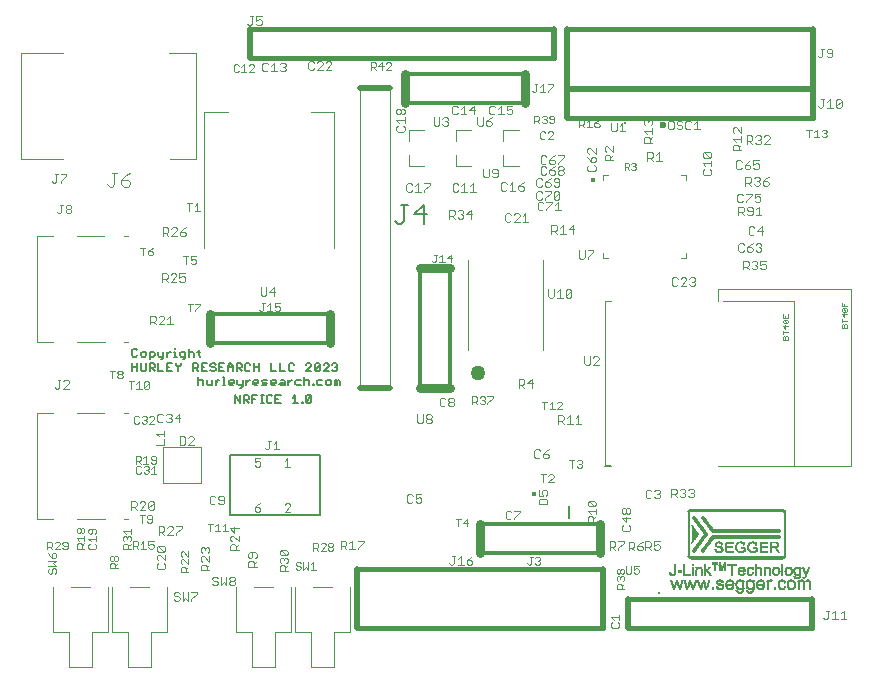
<source format=gbr>
G04 EAGLE Gerber RS-274X export*
G75*
%MOMM*%
%FSLAX34Y34*%
%LPD*%
%INSilkscreen Top*%
%IPPOS*%
%AMOC8*
5,1,8,0,0,1.08239X$1,22.5*%
G01*
%ADD10R,0.129731X0.016213*%
%ADD11R,0.145944X0.016213*%
%ADD12R,0.275675X0.016213*%
%ADD13R,0.389188X0.016219*%
%ADD14R,0.356756X0.016219*%
%ADD15R,0.437838X0.016213*%
%ADD16R,0.470269X0.016213*%
%ADD17R,0.486488X0.016213*%
%ADD18R,0.502700X0.016213*%
%ADD19R,0.518919X0.016213*%
%ADD20R,0.535131X0.016213*%
%ADD21R,0.567569X0.016213*%
%ADD22R,0.243244X0.016219*%
%ADD23R,0.275675X0.016219*%
%ADD24R,0.194594X0.016213*%
%ADD25R,0.210813X0.016213*%
%ADD26R,0.210806X0.016213*%
%ADD27R,0.178375X0.016213*%
%ADD28R,0.178381X0.016213*%
%ADD29R,0.162163X0.016213*%
%ADD30R,0.162156X0.016213*%
%ADD31R,0.162156X0.016219*%
%ADD32R,0.162163X0.016219*%
%ADD33R,0.145944X0.016219*%
%ADD34R,0.064863X0.016213*%
%ADD35R,0.081081X0.016213*%
%ADD36R,0.113513X0.016213*%
%ADD37R,0.081075X0.016213*%
%ADD38R,0.097294X0.016213*%
%ADD39R,0.227025X0.016213*%
%ADD40R,0.016213X0.016213*%
%ADD41R,0.032431X0.016213*%
%ADD42R,0.243238X0.016213*%
%ADD43R,0.372969X0.016213*%
%ADD44R,0.308106X0.016213*%
%ADD45R,0.291894X0.016213*%
%ADD46R,0.340544X0.016213*%
%ADD47R,0.421619X0.016213*%
%ADD48R,0.259456X0.016213*%
%ADD49R,0.405406X0.016213*%
%ADD50R,0.324325X0.016213*%
%ADD51R,0.486481X0.016213*%
%ADD52R,0.178375X0.016219*%
%ADD53R,0.178381X0.016219*%
%ADD54R,0.535131X0.016219*%
%ADD55R,0.502700X0.016219*%
%ADD56R,0.421619X0.016219*%
%ADD57R,0.470269X0.016219*%
%ADD58R,0.486488X0.016219*%
%ADD59R,0.616213X0.016213*%
%ADD60R,0.551350X0.016213*%
%ADD61R,0.583781X0.016213*%
%ADD62R,0.567563X0.016213*%
%ADD63R,0.632431X0.016213*%
%ADD64R,0.535138X0.016213*%
%ADD65R,0.243244X0.016213*%
%ADD66R,0.259462X0.016213*%
%ADD67R,0.340537X0.016213*%
%ADD68R,0.227025X0.016219*%
%ADD69R,0.243238X0.016219*%
%ADD70R,0.194594X0.016219*%
%ADD71R,0.210806X0.016219*%
%ADD72R,0.129725X0.016213*%
%ADD73R,0.113513X0.016219*%
%ADD74R,0.129725X0.016219*%
%ADD75R,0.129731X0.016219*%
%ADD76R,0.048650X0.016213*%
%ADD77R,0.064863X0.016219*%
%ADD78R,0.372975X0.016213*%
%ADD79R,0.389188X0.016213*%
%ADD80R,0.762156X0.016213*%
%ADD81R,0.762163X0.016213*%
%ADD82R,0.145950X0.016219*%
%ADD83R,0.762156X0.016219*%
%ADD84R,0.762163X0.016219*%
%ADD85R,0.145950X0.016213*%
%ADD86R,0.372969X0.016219*%
%ADD87R,0.275669X0.016213*%
%ADD88R,0.210813X0.016219*%
%ADD89R,0.356756X0.016213*%
%ADD90R,0.291888X0.016213*%
%ADD91R,1.086488X0.016213*%
%ADD92R,0.518919X0.016219*%
%ADD93R,0.454050X0.016219*%
%ADD94R,0.502706X0.016219*%
%ADD95R,0.421625X0.016219*%
%ADD96R,0.454056X0.016213*%
%ADD97R,0.048644X0.016213*%
%ADD98R,0.486481X0.016219*%
%ADD99R,0.259456X0.016219*%
%ADD100R,0.616213X0.016219*%
%ADD101R,0.405406X0.016219*%
%ADD102R,0.340537X0.016219*%
%ADD103R,0.454050X0.016213*%
%ADD104R,0.664863X0.016213*%
%ADD105R,0.324325X0.016219*%
%ADD106R,0.648650X0.016219*%
%ADD107R,0.048650X0.016219*%
%ADD108R,0.372975X0.016219*%
%ADD109R,0.405400X0.016219*%
%ADD110R,0.097300X0.016213*%
%ADD111R,0.097300X0.016219*%
%ADD112R,0.778375X0.016213*%
%ADD113R,0.778375X0.016219*%
%ADD114R,7.751350X0.016213*%
%ADD115R,7.881075X0.016213*%
%ADD116R,7.978375X0.016219*%
%ADD117R,8.043238X0.016213*%
%ADD118R,8.075669X0.016213*%
%ADD119R,8.140538X0.016213*%
%ADD120R,8.172969X0.016213*%
%ADD121R,8.205406X0.016219*%
%ADD122R,8.237838X0.016213*%
%ADD123R,8.270263X0.016213*%
%ADD124R,8.302700X0.016213*%
%ADD125R,8.335131X0.016219*%
%ADD126R,0.324319X0.016219*%
%ADD127R,0.697294X0.016219*%
%ADD128R,0.681081X0.016219*%
%ADD129R,0.697294X0.016213*%
%ADD130R,0.681081X0.016213*%
%ADD131R,0.600000X0.016213*%
%ADD132R,0.567569X0.016219*%
%ADD133R,0.632431X0.016219*%
%ADD134R,0.308113X0.016213*%
%ADD135R,0.356750X0.016213*%
%ADD136R,0.405400X0.016213*%
%ADD137R,0.551350X0.016219*%
%ADD138R,0.016219X0.016213*%
%ADD139R,0.502706X0.016213*%
%ADD140R,0.648644X0.016213*%
%ADD141R,0.454056X0.016219*%
%ADD142R,0.664863X0.016219*%
%ADD143R,0.064869X0.016213*%
%ADD144R,0.324319X0.016213*%
%ADD145R,5.918919X0.016213*%
%ADD146R,5.935131X0.016213*%
%ADD147R,5.951350X0.016213*%
%ADD148R,0.291894X0.016219*%
%ADD149R,5.951344X0.016219*%
%ADD150R,5.935138X0.016213*%
%ADD151R,5.918919X0.016219*%
%ADD152R,5.902700X0.016213*%
%ADD153R,5.886481X0.016213*%
%ADD154R,5.854050X0.016213*%
%ADD155R,5.854050X0.016219*%
%ADD156R,0.421625X0.016213*%
%ADD157R,5.821619X0.016213*%
%ADD158R,5.805400X0.016213*%
%ADD159R,5.772969X0.016213*%
%ADD160R,5.708106X0.016213*%
%ADD161R,5.643244X0.016213*%
%ADD162R,5.772969X0.016219*%
%ADD163R,5.902700X0.016219*%
%ADD164R,5.951350X0.016219*%
%ADD165R,5.951344X0.016213*%
%ADD166R,0.259462X0.016219*%
%ADD167R,0.064869X0.016219*%
%ADD168R,0.016219X0.016219*%
%ADD169R,0.389194X0.016213*%
%ADD170R,0.081081X0.016219*%
%ADD171R,8.335131X0.016213*%
%ADD172R,8.237838X0.016219*%
%ADD173R,8.205406X0.016213*%
%ADD174R,8.075669X0.016219*%
%ADD175R,7.978375X0.016213*%
%ADD176C,0.152400*%
%ADD177C,0.076200*%
%ADD178C,0.050800*%
%ADD179C,0.050000*%
%ADD180C,0.100000*%
%ADD181C,0.101600*%
%ADD182C,0.127000*%
%ADD183C,0.447213*%
%ADD184C,1.270000*%
%ADD185C,0.282838*%
%ADD186C,0.200000*%
%ADD187C,0.600000*%
%ADD188C,0.432663*%
%ADD189C,0.400000*%
%ADD190C,0.500000*%
%ADD191C,0.300000*%
%ADD192C,0.800000*%


D10*
X588071Y41874D03*
D11*
X596746Y41874D03*
D12*
X588152Y42037D03*
X596746Y42037D03*
D13*
X588233Y42199D03*
D14*
X596828Y42199D03*
D15*
X588152Y42361D03*
X596909Y42361D03*
D16*
X588152Y42523D03*
D17*
X596828Y42523D03*
D18*
X588152Y42685D03*
D19*
X596828Y42685D03*
D20*
X588152Y42847D03*
X596909Y42847D03*
D21*
X588152Y43010D03*
X596909Y43010D03*
D22*
X586530Y43172D03*
X589936Y43172D03*
X595125Y43172D03*
D23*
X598692Y43172D03*
D24*
X586125Y43334D03*
D25*
X590422Y43334D03*
D24*
X594882Y43334D03*
D26*
X599017Y43334D03*
D27*
X586044Y43496D03*
D25*
X590584Y43496D03*
D24*
X594719Y43496D03*
X599260Y43496D03*
D27*
X585882Y43658D03*
D28*
X590746Y43658D03*
D29*
X594557Y43658D03*
D28*
X599341Y43658D03*
D30*
X585800Y43820D03*
D29*
X590828Y43820D03*
X594557Y43820D03*
X599584Y43820D03*
D31*
X585800Y43983D03*
D32*
X590990Y43983D03*
D33*
X594476Y43983D03*
D32*
X599584Y43983D03*
D11*
X585719Y44145D03*
D29*
X590990Y44145D03*
D30*
X594395Y44145D03*
D27*
X599665Y44145D03*
D11*
X585719Y44307D03*
X591071Y44307D03*
D30*
X594395Y44307D03*
D29*
X599746Y44307D03*
D34*
X585314Y44469D03*
D10*
X590990Y44469D03*
D35*
X593990Y44469D03*
D11*
X599828Y44469D03*
X591071Y44631D03*
X599828Y44631D03*
D32*
X591152Y44793D03*
D33*
X599828Y44793D03*
D36*
X571611Y44956D03*
D37*
X579882Y44956D03*
D29*
X591152Y44956D03*
D10*
X599746Y44956D03*
D35*
X605990Y44956D03*
D34*
X624071Y44956D03*
D38*
X632017Y44956D03*
D11*
X532692Y45118D03*
X537395Y45118D03*
X543882Y45118D03*
D10*
X548665Y45118D03*
D11*
X555233Y45118D03*
X559936Y45118D03*
D27*
X565611Y45118D03*
D12*
X571449Y45118D03*
D39*
X579963Y45118D03*
D40*
X588152Y45118D03*
D29*
X591152Y45118D03*
D41*
X596828Y45118D03*
D11*
X599828Y45118D03*
D42*
X605990Y45118D03*
D30*
X612071Y45118D03*
D27*
X617828Y45118D03*
D39*
X624071Y45118D03*
X632017Y45118D03*
D11*
X638098Y45118D03*
X642963Y45118D03*
D29*
X647746Y45118D03*
D11*
X532692Y45280D03*
X537395Y45280D03*
X543882Y45280D03*
D10*
X548665Y45280D03*
D11*
X555233Y45280D03*
X559936Y45280D03*
D27*
X565611Y45280D03*
D43*
X571611Y45280D03*
D44*
X579882Y45280D03*
D25*
X588152Y45280D03*
D11*
X591233Y45280D03*
D24*
X596828Y45280D03*
D29*
X599909Y45280D03*
D44*
X605990Y45280D03*
D30*
X612071Y45280D03*
D27*
X617828Y45280D03*
D45*
X624071Y45280D03*
D46*
X632098Y45280D03*
D11*
X638098Y45280D03*
X642963Y45280D03*
D29*
X647746Y45280D03*
D27*
X532692Y45442D03*
X537395Y45442D03*
X543882Y45442D03*
D30*
X548665Y45442D03*
D27*
X555233Y45442D03*
D28*
X559936Y45442D03*
D27*
X565611Y45442D03*
D47*
X571530Y45442D03*
X579963Y45442D03*
D12*
X587990Y45442D03*
D11*
X591233Y45442D03*
D48*
X596665Y45442D03*
D29*
X599909Y45442D03*
D47*
X606071Y45442D03*
D30*
X612071Y45442D03*
D27*
X617828Y45442D03*
D43*
X623990Y45442D03*
D49*
X631936Y45442D03*
D11*
X638098Y45442D03*
X642963Y45442D03*
D29*
X647746Y45442D03*
D27*
X532692Y45604D03*
X537395Y45604D03*
X543882Y45604D03*
D30*
X548665Y45604D03*
D27*
X555233Y45604D03*
D28*
X559936Y45604D03*
D27*
X565611Y45604D03*
D17*
X571530Y45604D03*
X579963Y45604D03*
D50*
X588071Y45604D03*
D11*
X591233Y45604D03*
D50*
X596828Y45604D03*
D29*
X599909Y45604D03*
D51*
X606071Y45604D03*
D30*
X612071Y45604D03*
D27*
X617828Y45604D03*
D15*
X624152Y45604D03*
X631936Y45604D03*
D11*
X638098Y45604D03*
X642963Y45604D03*
D29*
X647746Y45604D03*
D52*
X532692Y45766D03*
X537395Y45766D03*
X543882Y45766D03*
D31*
X548665Y45766D03*
D52*
X555233Y45766D03*
D53*
X559936Y45766D03*
D52*
X565611Y45766D03*
D54*
X571611Y45766D03*
D55*
X579882Y45766D03*
D56*
X588071Y45766D03*
D33*
X591233Y45766D03*
D13*
X596665Y45766D03*
D32*
X599909Y45766D03*
D55*
X605990Y45766D03*
D31*
X612071Y45766D03*
D52*
X617828Y45766D03*
D57*
X623990Y45766D03*
D58*
X631855Y45766D03*
D33*
X638098Y45766D03*
X642963Y45766D03*
D32*
X647746Y45766D03*
D24*
X532611Y45929D03*
X537476Y45929D03*
D25*
X543882Y45929D03*
D27*
X548746Y45929D03*
D24*
X555152Y45929D03*
X560017Y45929D03*
D27*
X565611Y45929D03*
D20*
X571611Y45929D03*
X579882Y45929D03*
D15*
X587990Y45929D03*
D11*
X591233Y45929D03*
D59*
X597638Y45929D03*
D60*
X605909Y45929D03*
D30*
X612071Y45929D03*
D27*
X617828Y45929D03*
D18*
X623990Y45929D03*
D20*
X631936Y45929D03*
D11*
X638098Y45929D03*
X642963Y45929D03*
D29*
X647746Y45929D03*
D25*
X532692Y46091D03*
D26*
X537395Y46091D03*
D25*
X543882Y46091D03*
D24*
X548665Y46091D03*
D26*
X555233Y46091D03*
D25*
X559936Y46091D03*
D27*
X565611Y46091D03*
D61*
X571692Y46091D03*
D62*
X579882Y46091D03*
D59*
X588882Y46091D03*
D63*
X597557Y46091D03*
D21*
X605990Y46091D03*
D30*
X612071Y46091D03*
D27*
X617828Y46091D03*
D64*
X623990Y46091D03*
D39*
X630233Y46091D03*
D65*
X633557Y46091D03*
D11*
X638098Y46091D03*
X642963Y46091D03*
D29*
X647746Y46091D03*
D25*
X532692Y46253D03*
D26*
X537395Y46253D03*
D25*
X543882Y46253D03*
D24*
X548665Y46253D03*
D26*
X555233Y46253D03*
D25*
X559936Y46253D03*
D27*
X565611Y46253D03*
D48*
X569909Y46253D03*
X573314Y46253D03*
D66*
X578179Y46253D03*
X581584Y46253D03*
D65*
X586855Y46253D03*
D50*
X590341Y46253D03*
D66*
X595530Y46253D03*
D67*
X599017Y46253D03*
D65*
X604206Y46253D03*
X607611Y46253D03*
D30*
X612071Y46253D03*
D27*
X617828Y46253D03*
D65*
X622368Y46253D03*
D39*
X625692Y46253D03*
D25*
X629990Y46253D03*
D24*
X633963Y46253D03*
D11*
X638098Y46253D03*
X642963Y46253D03*
D29*
X647746Y46253D03*
D39*
X532611Y46415D03*
X537476Y46415D03*
X543800Y46415D03*
D26*
X548746Y46415D03*
D39*
X555152Y46415D03*
X560017Y46415D03*
D27*
X565611Y46415D03*
D39*
X569584Y46415D03*
D27*
X573719Y46415D03*
D65*
X577936Y46415D03*
D26*
X581990Y46415D03*
D25*
X586530Y46415D03*
D48*
X590665Y46415D03*
D24*
X595206Y46415D03*
D12*
X599341Y46415D03*
D65*
X604044Y46415D03*
D24*
X608017Y46415D03*
D30*
X612071Y46415D03*
D27*
X617828Y46415D03*
D25*
X622206Y46415D03*
D26*
X625936Y46415D03*
D24*
X629909Y46415D03*
D30*
X634125Y46415D03*
D11*
X638098Y46415D03*
X642963Y46415D03*
D29*
X647746Y46415D03*
D68*
X532611Y46577D03*
D22*
X537395Y46577D03*
X543882Y46577D03*
D68*
X548665Y46577D03*
X555152Y46577D03*
D69*
X559936Y46577D03*
D52*
X565611Y46577D03*
D70*
X569422Y46577D03*
D52*
X573882Y46577D03*
D70*
X577692Y46577D03*
X582071Y46577D03*
D53*
X586368Y46577D03*
D22*
X590746Y46577D03*
D70*
X595044Y46577D03*
D22*
X599503Y46577D03*
D70*
X603800Y46577D03*
X608179Y46577D03*
D31*
X612071Y46577D03*
D52*
X617828Y46577D03*
D71*
X622044Y46577D03*
D31*
X626179Y46577D03*
D70*
X629746Y46577D03*
D32*
X634287Y46577D03*
D33*
X638098Y46577D03*
X642963Y46577D03*
D32*
X647746Y46577D03*
D65*
X532692Y46739D03*
X537395Y46739D03*
X543882Y46739D03*
D39*
X548665Y46739D03*
D65*
X555233Y46739D03*
D42*
X559936Y46739D03*
D27*
X565611Y46739D03*
X569179Y46739D03*
X574044Y46739D03*
D24*
X577530Y46739D03*
D27*
X582314Y46739D03*
X586206Y46739D03*
D39*
X590828Y46739D03*
D28*
X594963Y46739D03*
D39*
X599584Y46739D03*
D24*
X603638Y46739D03*
D27*
X608422Y46739D03*
D30*
X612071Y46739D03*
D27*
X617828Y46739D03*
X621882Y46739D03*
D29*
X626341Y46739D03*
D27*
X629503Y46739D03*
D28*
X634530Y46739D03*
D11*
X638098Y46739D03*
X642963Y46739D03*
D29*
X647746Y46739D03*
D65*
X532692Y46902D03*
X537395Y46902D03*
X543882Y46902D03*
X548746Y46902D03*
X555233Y46902D03*
D48*
X560017Y46902D03*
D27*
X569179Y46902D03*
D29*
X574125Y46902D03*
D27*
X577449Y46902D03*
D30*
X582395Y46902D03*
D29*
X586125Y46902D03*
D24*
X590990Y46902D03*
D29*
X594719Y46902D03*
D25*
X599665Y46902D03*
D24*
X603476Y46902D03*
D27*
X608422Y46902D03*
D30*
X612071Y46902D03*
D27*
X621719Y46902D03*
D11*
X626422Y46902D03*
D30*
X629422Y46902D03*
D29*
X634611Y46902D03*
D11*
X638098Y46902D03*
X642963Y46902D03*
D29*
X647746Y46902D03*
D72*
X531963Y47064D03*
D36*
X533341Y47064D03*
D48*
X537476Y47064D03*
D12*
X543882Y47064D03*
D65*
X548746Y47064D03*
D66*
X555152Y47064D03*
D48*
X560017Y47064D03*
D29*
X569098Y47064D03*
X574287Y47064D03*
D27*
X577449Y47064D03*
X582476Y47064D03*
D29*
X585963Y47064D03*
D27*
X591071Y47064D03*
D11*
X594638Y47064D03*
D24*
X599746Y47064D03*
D27*
X603395Y47064D03*
X608584Y47064D03*
D30*
X612071Y47064D03*
D27*
X621719Y47064D03*
D29*
X626503Y47064D03*
D11*
X629341Y47064D03*
D29*
X634773Y47064D03*
D11*
X638098Y47064D03*
X642963Y47064D03*
D29*
X647746Y47064D03*
D72*
X531963Y47226D03*
D36*
X533341Y47226D03*
D12*
X537395Y47226D03*
D11*
X543233Y47226D03*
D36*
X544692Y47226D03*
D48*
X548665Y47226D03*
D66*
X555152Y47226D03*
D12*
X559936Y47226D03*
D11*
X569017Y47226D03*
D29*
X574287Y47226D03*
X577206Y47226D03*
D27*
X582638Y47226D03*
D11*
X585882Y47226D03*
D27*
X591071Y47226D03*
D29*
X594557Y47226D03*
D27*
X599828Y47226D03*
D30*
X603314Y47226D03*
D27*
X608746Y47226D03*
D30*
X612071Y47226D03*
X621638Y47226D03*
D29*
X626665Y47226D03*
X629260Y47226D03*
X634773Y47226D03*
D11*
X638098Y47226D03*
X642963Y47226D03*
D29*
X647746Y47226D03*
D73*
X531882Y47388D03*
D74*
X533422Y47388D03*
D23*
X537395Y47388D03*
D75*
X543152Y47388D03*
D73*
X544692Y47388D03*
D75*
X548017Y47388D03*
D74*
X549476Y47388D03*
D75*
X554503Y47388D03*
X555963Y47388D03*
D33*
X559287Y47388D03*
D74*
X560828Y47388D03*
D32*
X568936Y47388D03*
X574287Y47388D03*
D31*
X577044Y47388D03*
D52*
X582638Y47388D03*
D33*
X585719Y47388D03*
D32*
X591152Y47388D03*
D33*
X594476Y47388D03*
D32*
X599909Y47388D03*
X603152Y47388D03*
D52*
X608746Y47388D03*
D31*
X612071Y47388D03*
D32*
X621476Y47388D03*
X626665Y47388D03*
D33*
X629179Y47388D03*
D75*
X634773Y47388D03*
D33*
X638098Y47388D03*
X642963Y47388D03*
D32*
X647746Y47388D03*
D10*
X531801Y47550D03*
D72*
X533422Y47550D03*
D10*
X536665Y47550D03*
D72*
X538287Y47550D03*
D11*
X543071Y47550D03*
D36*
X544692Y47550D03*
X547936Y47550D03*
D72*
X549476Y47550D03*
D11*
X554422Y47550D03*
D36*
X556044Y47550D03*
D10*
X559206Y47550D03*
D72*
X560828Y47550D03*
D29*
X568936Y47550D03*
X574287Y47550D03*
D30*
X577044Y47550D03*
D29*
X582719Y47550D03*
D72*
X585638Y47550D03*
D29*
X591152Y47550D03*
D72*
X594395Y47550D03*
D29*
X599909Y47550D03*
X603152Y47550D03*
D30*
X608828Y47550D03*
X612071Y47550D03*
D11*
X621395Y47550D03*
D29*
X626828Y47550D03*
D11*
X629179Y47550D03*
X634855Y47550D03*
X638098Y47550D03*
X642963Y47550D03*
D29*
X647746Y47550D03*
D10*
X531801Y47712D03*
D72*
X533422Y47712D03*
D10*
X536665Y47712D03*
D72*
X538287Y47712D03*
D11*
X543071Y47712D03*
D10*
X544773Y47712D03*
D36*
X547936Y47712D03*
D72*
X549476Y47712D03*
D11*
X554422Y47712D03*
D36*
X556044Y47712D03*
D10*
X559206Y47712D03*
D72*
X560828Y47712D03*
X569098Y47712D03*
D28*
X574206Y47712D03*
D11*
X576963Y47712D03*
D72*
X582557Y47712D03*
D11*
X585557Y47712D03*
X591233Y47712D03*
X594314Y47712D03*
D29*
X599909Y47712D03*
D11*
X603071Y47712D03*
D72*
X608665Y47712D03*
D30*
X612071Y47712D03*
D11*
X621395Y47712D03*
D29*
X626828Y47712D03*
X629098Y47712D03*
D11*
X635017Y47712D03*
X638098Y47712D03*
X642963Y47712D03*
D29*
X647746Y47712D03*
D36*
X531719Y47874D03*
X533503Y47874D03*
D11*
X536584Y47874D03*
D72*
X538287Y47874D03*
X542990Y47874D03*
D36*
X544855Y47874D03*
D72*
X547855Y47874D03*
X549638Y47874D03*
D10*
X554341Y47874D03*
D36*
X556044Y47874D03*
D11*
X559125Y47874D03*
D10*
X560990Y47874D03*
D76*
X569503Y47874D03*
D24*
X574125Y47874D03*
D11*
X576963Y47874D03*
D41*
X582233Y47874D03*
D11*
X585557Y47874D03*
X591233Y47874D03*
X594314Y47874D03*
X599990Y47874D03*
X603071Y47874D03*
D41*
X608341Y47874D03*
D30*
X612071Y47874D03*
D11*
X621395Y47874D03*
D29*
X626828Y47874D03*
D11*
X629017Y47874D03*
X635017Y47874D03*
X638098Y47874D03*
X642963Y47874D03*
D29*
X647746Y47874D03*
D10*
X531638Y48037D03*
X533584Y48037D03*
X536503Y48037D03*
D11*
X538368Y48037D03*
X542909Y48037D03*
D36*
X544855Y48037D03*
D72*
X547855Y48037D03*
X549638Y48037D03*
D11*
X554260Y48037D03*
D36*
X556206Y48037D03*
D11*
X559125Y48037D03*
D10*
X560990Y48037D03*
D27*
X574044Y48037D03*
D11*
X576963Y48037D03*
X585557Y48037D03*
X591233Y48037D03*
D10*
X594233Y48037D03*
D11*
X599990Y48037D03*
D29*
X602990Y48037D03*
D30*
X612071Y48037D03*
D29*
X621314Y48037D03*
D11*
X626909Y48037D03*
X629017Y48037D03*
X635017Y48037D03*
X638098Y48037D03*
X642963Y48037D03*
D29*
X647746Y48037D03*
D75*
X531638Y48199D03*
X533584Y48199D03*
X536503Y48199D03*
D33*
X538368Y48199D03*
X542909Y48199D03*
D73*
X544855Y48199D03*
D74*
X547855Y48199D03*
X549638Y48199D03*
D33*
X554260Y48199D03*
D73*
X556206Y48199D03*
D33*
X559125Y48199D03*
D75*
X560990Y48199D03*
D71*
X573882Y48199D03*
D33*
X576963Y48199D03*
X585557Y48199D03*
X591233Y48199D03*
X594152Y48199D03*
X599990Y48199D03*
D32*
X602990Y48199D03*
D31*
X612071Y48199D03*
D32*
X621314Y48199D03*
D77*
X626503Y48199D03*
D75*
X628936Y48199D03*
D73*
X635017Y48199D03*
D33*
X638098Y48199D03*
X642963Y48199D03*
D32*
X647746Y48199D03*
D36*
X531557Y48361D03*
D10*
X533584Y48361D03*
X536503Y48361D03*
D72*
X538449Y48361D03*
X542828Y48361D03*
X544936Y48361D03*
D36*
X547773Y48361D03*
D72*
X549800Y48361D03*
X554179Y48361D03*
D36*
X556206Y48361D03*
D10*
X559044Y48361D03*
X561152Y48361D03*
D12*
X573557Y48361D03*
D30*
X576882Y48361D03*
D72*
X585476Y48361D03*
D10*
X591314Y48361D03*
D11*
X594152Y48361D03*
X599990Y48361D03*
D29*
X602990Y48361D03*
D30*
X612071Y48361D03*
D29*
X621314Y48361D03*
D10*
X628936Y48361D03*
D72*
X635098Y48361D03*
D11*
X638098Y48361D03*
X642963Y48361D03*
D29*
X647746Y48361D03*
D36*
X531557Y48523D03*
D10*
X533746Y48523D03*
D72*
X536341Y48523D03*
X538449Y48523D03*
X542828Y48523D03*
D36*
X545017Y48523D03*
D10*
X547692Y48523D03*
D72*
X549800Y48523D03*
X554179Y48523D03*
D10*
X556287Y48523D03*
D11*
X558963Y48523D03*
D10*
X561152Y48523D03*
D50*
X573152Y48523D03*
D30*
X576882Y48523D03*
D11*
X585395Y48523D03*
D10*
X591314Y48523D03*
D11*
X594152Y48523D03*
D72*
X600071Y48523D03*
D29*
X602990Y48523D03*
D30*
X612071Y48523D03*
D29*
X621314Y48523D03*
D10*
X628936Y48523D03*
D11*
X635179Y48523D03*
X638098Y48523D03*
X642963Y48523D03*
D29*
X647746Y48523D03*
D72*
X531476Y48685D03*
D10*
X533746Y48685D03*
D72*
X536341Y48685D03*
D11*
X538530Y48685D03*
X542746Y48685D03*
D36*
X545017Y48685D03*
D10*
X547692Y48685D03*
D72*
X549800Y48685D03*
D11*
X554098Y48685D03*
D10*
X556287Y48685D03*
D11*
X558963Y48685D03*
D10*
X561152Y48685D03*
D78*
X572909Y48685D03*
D30*
X576882Y48685D03*
D11*
X585395Y48685D03*
D10*
X591314Y48685D03*
D11*
X594152Y48685D03*
D72*
X600071Y48685D03*
D29*
X602990Y48685D03*
D30*
X612071Y48685D03*
D11*
X621233Y48685D03*
X628855Y48685D03*
X635179Y48685D03*
X638098Y48685D03*
X642963Y48685D03*
D29*
X647746Y48685D03*
D72*
X531476Y48847D03*
D10*
X533746Y48847D03*
D72*
X536341Y48847D03*
D11*
X538530Y48847D03*
X542746Y48847D03*
D72*
X545098Y48847D03*
D10*
X547692Y48847D03*
D11*
X549882Y48847D03*
X554098Y48847D03*
D10*
X556287Y48847D03*
D11*
X558963Y48847D03*
X561233Y48847D03*
D79*
X572665Y48847D03*
D80*
X579882Y48847D03*
D11*
X585395Y48847D03*
D10*
X591314Y48847D03*
D11*
X594152Y48847D03*
D72*
X600071Y48847D03*
D81*
X605990Y48847D03*
D30*
X612071Y48847D03*
D11*
X621233Y48847D03*
X628855Y48847D03*
X635179Y48847D03*
X638098Y48847D03*
X642963Y48847D03*
D29*
X647746Y48847D03*
D36*
X531395Y49010D03*
X533828Y49010D03*
D10*
X536179Y49010D03*
D72*
X538611Y49010D03*
D10*
X542665Y49010D03*
D36*
X545179Y49010D03*
D10*
X547530Y49010D03*
X549963Y49010D03*
D72*
X554017Y49010D03*
D36*
X556368Y49010D03*
D11*
X558800Y49010D03*
D72*
X561314Y49010D03*
D15*
X572260Y49010D03*
D80*
X579882Y49010D03*
D11*
X585395Y49010D03*
D10*
X591314Y49010D03*
D72*
X594071Y49010D03*
X600071Y49010D03*
D81*
X605990Y49010D03*
D30*
X612071Y49010D03*
D11*
X621233Y49010D03*
X628855Y49010D03*
X635179Y49010D03*
X638098Y49010D03*
X642963Y49010D03*
D29*
X647746Y49010D03*
D75*
X531314Y49172D03*
D74*
X533909Y49172D03*
D75*
X536179Y49172D03*
D33*
X538692Y49172D03*
D82*
X542584Y49172D03*
D73*
X545179Y49172D03*
D75*
X547530Y49172D03*
X549963Y49172D03*
D33*
X553936Y49172D03*
D75*
X556449Y49172D03*
D33*
X558800Y49172D03*
D74*
X561314Y49172D03*
D57*
X571936Y49172D03*
D83*
X579882Y49172D03*
D33*
X585395Y49172D03*
D75*
X591314Y49172D03*
D74*
X594071Y49172D03*
X600071Y49172D03*
D84*
X605990Y49172D03*
D31*
X612071Y49172D03*
D33*
X621233Y49172D03*
X628855Y49172D03*
X635179Y49172D03*
X638098Y49172D03*
X642963Y49172D03*
D32*
X647746Y49172D03*
D10*
X531314Y49334D03*
D72*
X533909Y49334D03*
D10*
X536179Y49334D03*
D11*
X538692Y49334D03*
D85*
X542584Y49334D03*
D36*
X545179Y49334D03*
D10*
X547530Y49334D03*
X549963Y49334D03*
D11*
X553936Y49334D03*
D10*
X556449Y49334D03*
D11*
X558800Y49334D03*
D72*
X561314Y49334D03*
D17*
X571692Y49334D03*
D80*
X579882Y49334D03*
D11*
X585395Y49334D03*
D10*
X591314Y49334D03*
D72*
X594071Y49334D03*
X600071Y49334D03*
D81*
X605990Y49334D03*
D30*
X612071Y49334D03*
D11*
X621233Y49334D03*
X628855Y49334D03*
X635179Y49334D03*
X638098Y49334D03*
X642963Y49334D03*
D29*
X647746Y49334D03*
D36*
X531233Y49496D03*
X533990Y49496D03*
D10*
X536179Y49496D03*
D72*
X538773Y49496D03*
D10*
X542503Y49496D03*
D72*
X545260Y49496D03*
D36*
X547449Y49496D03*
D10*
X550125Y49496D03*
D72*
X553855Y49496D03*
D36*
X556530Y49496D03*
D10*
X558719Y49496D03*
D72*
X561476Y49496D03*
D17*
X571530Y49496D03*
D80*
X579882Y49496D03*
D11*
X585395Y49496D03*
D10*
X591314Y49496D03*
D72*
X594071Y49496D03*
X600071Y49496D03*
D81*
X605990Y49496D03*
D30*
X612071Y49496D03*
D11*
X621233Y49496D03*
X628855Y49496D03*
X635179Y49496D03*
X638098Y49496D03*
X642963Y49496D03*
D29*
X647746Y49496D03*
D10*
X531152Y49658D03*
D36*
X533990Y49658D03*
D10*
X536017Y49658D03*
D11*
X538855Y49658D03*
X542422Y49658D03*
D36*
X545341Y49658D03*
D72*
X547368Y49658D03*
D10*
X550125Y49658D03*
D11*
X553773Y49658D03*
D36*
X556530Y49658D03*
D11*
X558638Y49658D03*
D72*
X561476Y49658D03*
D17*
X571206Y49658D03*
D80*
X579882Y49658D03*
D11*
X585395Y49658D03*
D10*
X591314Y49658D03*
D72*
X594071Y49658D03*
X600071Y49658D03*
D81*
X605990Y49658D03*
D30*
X612071Y49658D03*
D11*
X621233Y49658D03*
X628855Y49658D03*
X635179Y49658D03*
X638098Y49658D03*
X642963Y49658D03*
D29*
X647746Y49658D03*
D10*
X531152Y49820D03*
D72*
X534071Y49820D03*
D10*
X536017Y49820D03*
D11*
X538855Y49820D03*
X542422Y49820D03*
D36*
X545341Y49820D03*
D72*
X547368Y49820D03*
D10*
X550125Y49820D03*
D11*
X553773Y49820D03*
D72*
X556611Y49820D03*
D11*
X558638Y49820D03*
D72*
X561476Y49820D03*
D47*
X570882Y49820D03*
D80*
X579882Y49820D03*
D11*
X585395Y49820D03*
D10*
X591314Y49820D03*
D72*
X594071Y49820D03*
X600071Y49820D03*
D81*
X605990Y49820D03*
D30*
X612071Y49820D03*
D11*
X621233Y49820D03*
D10*
X628936Y49820D03*
D11*
X635179Y49820D03*
X638098Y49820D03*
X642963Y49820D03*
D29*
X647746Y49820D03*
D75*
X531152Y49983D03*
D74*
X534071Y49983D03*
D75*
X536017Y49983D03*
X538936Y49983D03*
D33*
X542422Y49983D03*
D74*
X545422Y49983D03*
X547368Y49983D03*
X550287Y49983D03*
D33*
X553773Y49983D03*
D74*
X556611Y49983D03*
D33*
X558638Y49983D03*
X561557Y49983D03*
D86*
X570476Y49983D03*
D33*
X576801Y49983D03*
X582963Y49983D03*
X585395Y49983D03*
D75*
X591314Y49983D03*
D33*
X594152Y49983D03*
D74*
X600071Y49983D03*
D33*
X602909Y49983D03*
X609071Y49983D03*
D31*
X612071Y49983D03*
D32*
X621314Y49983D03*
D75*
X628936Y49983D03*
D33*
X635179Y49983D03*
X638098Y49983D03*
X642963Y49983D03*
D32*
X647746Y49983D03*
D36*
X531071Y50145D03*
X534152Y50145D03*
D10*
X536017Y50145D03*
X538936Y50145D03*
X542341Y50145D03*
D72*
X545422Y50145D03*
D36*
X547287Y50145D03*
D72*
X550287Y50145D03*
X553692Y50145D03*
D36*
X556692Y50145D03*
D10*
X558557Y50145D03*
D72*
X561638Y50145D03*
D50*
X570233Y50145D03*
D72*
X576882Y50145D03*
D10*
X582882Y50145D03*
D11*
X585395Y50145D03*
D10*
X591314Y50145D03*
D11*
X594152Y50145D03*
X599990Y50145D03*
X602909Y50145D03*
D72*
X608990Y50145D03*
D30*
X612071Y50145D03*
D29*
X621314Y50145D03*
D10*
X628936Y50145D03*
D72*
X635098Y50145D03*
D11*
X638098Y50145D03*
X642963Y50145D03*
D29*
X647746Y50145D03*
D72*
X530990Y50307D03*
D36*
X534152Y50307D03*
D72*
X535855Y50307D03*
D11*
X539017Y50307D03*
X542260Y50307D03*
D36*
X545503Y50307D03*
D10*
X547206Y50307D03*
D72*
X550287Y50307D03*
D11*
X553611Y50307D03*
D36*
X556692Y50307D03*
D11*
X558476Y50307D03*
D72*
X561638Y50307D03*
D87*
X569828Y50307D03*
D72*
X576882Y50307D03*
D10*
X582882Y50307D03*
D72*
X585476Y50307D03*
D11*
X591233Y50307D03*
X594152Y50307D03*
X599990Y50307D03*
D10*
X602990Y50307D03*
D72*
X608990Y50307D03*
D30*
X612071Y50307D03*
D29*
X621314Y50307D03*
D11*
X629017Y50307D03*
X635017Y50307D03*
X638098Y50307D03*
X642963Y50307D03*
D29*
X647746Y50307D03*
D72*
X530990Y50469D03*
X534233Y50469D03*
X535855Y50469D03*
D10*
X539098Y50469D03*
D11*
X542260Y50469D03*
D36*
X545503Y50469D03*
D10*
X547206Y50469D03*
X550449Y50469D03*
D11*
X553611Y50469D03*
D10*
X556773Y50469D03*
D11*
X558476Y50469D03*
X561719Y50469D03*
D39*
X569584Y50469D03*
D72*
X576882Y50469D03*
D11*
X582800Y50469D03*
D72*
X585476Y50469D03*
D11*
X591233Y50469D03*
X594152Y50469D03*
X599990Y50469D03*
D10*
X602990Y50469D03*
D11*
X608909Y50469D03*
D30*
X612071Y50469D03*
D29*
X621314Y50469D03*
D11*
X629017Y50469D03*
X635017Y50469D03*
D30*
X638179Y50469D03*
D11*
X642963Y50469D03*
D29*
X647746Y50469D03*
D72*
X530990Y50631D03*
X534233Y50631D03*
X535855Y50631D03*
D10*
X539098Y50631D03*
D11*
X542260Y50631D03*
D10*
X545584Y50631D03*
X547206Y50631D03*
X550449Y50631D03*
D11*
X553611Y50631D03*
D10*
X556773Y50631D03*
D11*
X558476Y50631D03*
X561719Y50631D03*
D24*
X569422Y50631D03*
D72*
X576882Y50631D03*
D11*
X582800Y50631D03*
X585557Y50631D03*
X591233Y50631D03*
D10*
X594233Y50631D03*
D29*
X599909Y50631D03*
D10*
X602990Y50631D03*
D11*
X608909Y50631D03*
D30*
X612071Y50631D03*
D29*
X621476Y50631D03*
D41*
X626179Y50631D03*
D11*
X629017Y50631D03*
X635017Y50631D03*
D30*
X638179Y50631D03*
D29*
X643044Y50631D03*
X647746Y50631D03*
D74*
X530828Y50793D03*
D73*
X534314Y50793D03*
D74*
X535855Y50793D03*
D33*
X539179Y50793D03*
X542098Y50793D03*
D75*
X545584Y50793D03*
D73*
X547125Y50793D03*
D75*
X550449Y50793D03*
D33*
X553449Y50793D03*
D73*
X556855Y50793D03*
D74*
X558395Y50793D03*
X561800Y50793D03*
D31*
X569260Y50793D03*
D74*
X577044Y50793D03*
D33*
X582800Y50793D03*
X585557Y50793D03*
X591233Y50793D03*
X594314Y50793D03*
D52*
X599828Y50793D03*
D74*
X603152Y50793D03*
X608828Y50793D03*
D31*
X612071Y50793D03*
D32*
X621476Y50793D03*
D73*
X626422Y50793D03*
D75*
X629098Y50793D03*
D33*
X635017Y50793D03*
D31*
X638179Y50793D03*
D52*
X642963Y50793D03*
D32*
X647746Y50793D03*
D72*
X530828Y50956D03*
D36*
X534314Y50956D03*
D72*
X535855Y50956D03*
X539260Y50956D03*
D11*
X542098Y50956D03*
D36*
X545665Y50956D03*
X547125Y50956D03*
D72*
X550611Y50956D03*
D11*
X553449Y50956D03*
D36*
X556855Y50956D03*
D72*
X558395Y50956D03*
D11*
X561882Y50956D03*
D30*
X569260Y50956D03*
D35*
X573557Y50956D03*
D72*
X577044Y50956D03*
D11*
X582638Y50956D03*
D72*
X585638Y50956D03*
D11*
X591233Y50956D03*
X594314Y50956D03*
D27*
X599828Y50956D03*
D72*
X603152Y50956D03*
D11*
X608746Y50956D03*
D27*
X612152Y50956D03*
D29*
X621476Y50956D03*
X626665Y50956D03*
D11*
X629179Y50956D03*
D29*
X634936Y50956D03*
D27*
X638260Y50956D03*
X642963Y50956D03*
D29*
X647746Y50956D03*
D72*
X530828Y51118D03*
D48*
X535044Y51118D03*
D72*
X539260Y51118D03*
D11*
X542098Y51118D03*
D66*
X546395Y51118D03*
D72*
X550611Y51118D03*
D11*
X553449Y51118D03*
D12*
X557665Y51118D03*
D11*
X561882Y51118D03*
X569179Y51118D03*
D29*
X573963Y51118D03*
D11*
X577125Y51118D03*
D72*
X582557Y51118D03*
D11*
X585719Y51118D03*
D29*
X591152Y51118D03*
D11*
X594314Y51118D03*
D27*
X599828Y51118D03*
D72*
X603152Y51118D03*
D30*
X608665Y51118D03*
D27*
X612152Y51118D03*
X621557Y51118D03*
X626584Y51118D03*
D11*
X629179Y51118D03*
D29*
X634773Y51118D03*
D27*
X638260Y51118D03*
X642963Y51118D03*
D29*
X647746Y51118D03*
D10*
X530665Y51280D03*
D65*
X535125Y51280D03*
D11*
X539341Y51280D03*
X541936Y51280D03*
D65*
X546314Y51280D03*
D72*
X550611Y51280D03*
D11*
X553287Y51280D03*
D42*
X557665Y51280D03*
D10*
X561963Y51280D03*
D11*
X569179Y51280D03*
D29*
X573963Y51280D03*
D72*
X577206Y51280D03*
X582557Y51280D03*
X585800Y51280D03*
D27*
X591071Y51280D03*
D11*
X594476Y51280D03*
D24*
X599746Y51280D03*
D11*
X603233Y51280D03*
X608584Y51280D03*
D24*
X612233Y51280D03*
D27*
X621557Y51280D03*
X626584Y51280D03*
D72*
X629260Y51280D03*
D11*
X634692Y51280D03*
D27*
X638260Y51280D03*
D24*
X643044Y51280D03*
D29*
X647746Y51280D03*
D10*
X530665Y51442D03*
D65*
X535125Y51442D03*
D11*
X539341Y51442D03*
X541936Y51442D03*
D65*
X546314Y51442D03*
D11*
X550692Y51442D03*
X553287Y51442D03*
D42*
X557665Y51442D03*
D11*
X562044Y51442D03*
X569179Y51442D03*
D27*
X573882Y51442D03*
D72*
X577206Y51442D03*
D11*
X582476Y51442D03*
X585882Y51442D03*
D24*
X590990Y51442D03*
D29*
X594557Y51442D03*
D24*
X599746Y51442D03*
D11*
X603233Y51442D03*
X608584Y51442D03*
D24*
X612233Y51442D03*
D27*
X621719Y51442D03*
D29*
X626503Y51442D03*
D11*
X629341Y51442D03*
D29*
X634611Y51442D03*
D27*
X638260Y51442D03*
D25*
X642963Y51442D03*
D29*
X647584Y51442D03*
D75*
X530665Y51604D03*
D22*
X535125Y51604D03*
D75*
X539422Y51604D03*
D33*
X541936Y51604D03*
D22*
X546314Y51604D03*
D74*
X550773Y51604D03*
D33*
X553287Y51604D03*
D69*
X557665Y51604D03*
D33*
X562044Y51604D03*
X569179Y51604D03*
D52*
X573719Y51604D03*
D33*
X577287Y51604D03*
D31*
X582395Y51604D03*
D32*
X585963Y51604D03*
D88*
X590909Y51604D03*
D33*
X594638Y51604D03*
D70*
X599746Y51604D03*
D33*
X603395Y51604D03*
X608584Y51604D03*
D70*
X612233Y51604D03*
D52*
X621719Y51604D03*
X626422Y51604D03*
D31*
X629422Y51604D03*
D53*
X634530Y51604D03*
D70*
X638341Y51604D03*
D88*
X642963Y51604D03*
D52*
X647503Y51604D03*
D10*
X530665Y51766D03*
D39*
X535044Y51766D03*
D10*
X539422Y51766D03*
D11*
X541936Y51766D03*
D39*
X546395Y51766D03*
D72*
X550773Y51766D03*
D11*
X553287Y51766D03*
D42*
X557665Y51766D03*
D11*
X562044Y51766D03*
X569179Y51766D03*
D24*
X573638Y51766D03*
D29*
X577368Y51766D03*
D27*
X582152Y51766D03*
D11*
X586044Y51766D03*
D39*
X590828Y51766D03*
D11*
X594638Y51766D03*
D39*
X599584Y51766D03*
D30*
X603476Y51766D03*
D27*
X608260Y51766D03*
D26*
X612314Y51766D03*
D76*
X615071Y51766D03*
D27*
X621882Y51766D03*
X626260Y51766D03*
D30*
X629422Y51766D03*
D24*
X634287Y51766D03*
D26*
X638422Y51766D03*
D65*
X642963Y51766D03*
D27*
X647503Y51766D03*
D72*
X530503Y51929D03*
D25*
X535125Y51929D03*
D11*
X539503Y51929D03*
X541773Y51929D03*
D26*
X546314Y51929D03*
D11*
X550855Y51929D03*
X553125Y51929D03*
D25*
X557665Y51929D03*
D11*
X562206Y51929D03*
D30*
X569422Y51929D03*
D24*
X573638Y51929D03*
D29*
X577530Y51929D03*
D24*
X582071Y51929D03*
D11*
X586206Y51929D03*
D65*
X590746Y51929D03*
D29*
X594882Y51929D03*
D48*
X599422Y51929D03*
D29*
X603638Y51929D03*
D28*
X608098Y51929D03*
D48*
X612557Y51929D03*
D38*
X614828Y51929D03*
D24*
X621963Y51929D03*
X626179Y51929D03*
D27*
X629665Y51929D03*
D25*
X634206Y51929D03*
D39*
X638503Y51929D03*
D12*
X642963Y51929D03*
D26*
X647341Y51929D03*
D72*
X530503Y52091D03*
D25*
X535125Y52091D03*
D10*
X539584Y52091D03*
D11*
X541773Y52091D03*
D26*
X546314Y52091D03*
D10*
X550936Y52091D03*
D11*
X553125Y52091D03*
D25*
X557665Y52091D03*
D11*
X562206Y52091D03*
D27*
X569503Y52091D03*
D39*
X573314Y52091D03*
D27*
X577773Y52091D03*
D24*
X581909Y52091D03*
D29*
X586287Y52091D03*
D48*
X590665Y52091D03*
D28*
X594963Y52091D03*
D12*
X599341Y52091D03*
D27*
X603882Y52091D03*
D24*
X608017Y52091D03*
D47*
X613368Y52091D03*
D39*
X622287Y52091D03*
D26*
X625936Y52091D03*
D27*
X629828Y52091D03*
D26*
X634044Y52091D03*
D12*
X638746Y52091D03*
D89*
X643044Y52091D03*
D39*
X647098Y52091D03*
D72*
X530503Y52253D03*
D25*
X535125Y52253D03*
D10*
X539584Y52253D03*
D11*
X541773Y52253D03*
D26*
X546314Y52253D03*
D10*
X550936Y52253D03*
D11*
X553125Y52253D03*
D25*
X557665Y52253D03*
D11*
X562206Y52253D03*
D62*
X571611Y52253D03*
D27*
X577936Y52253D03*
D24*
X581746Y52253D03*
X586611Y52253D03*
D90*
X590503Y52253D03*
D25*
X595287Y52253D03*
D90*
X599260Y52253D03*
D27*
X604044Y52253D03*
D25*
X607773Y52253D03*
D47*
X613368Y52253D03*
D60*
X624071Y52253D03*
D25*
X630152Y52253D03*
D26*
X633882Y52253D03*
D91*
X642801Y52253D03*
D11*
X530422Y52415D03*
D24*
X535044Y52415D03*
D11*
X539665Y52415D03*
D29*
X541692Y52415D03*
D24*
X546395Y52415D03*
D11*
X551017Y52415D03*
D30*
X553044Y52415D03*
D25*
X557665Y52415D03*
D29*
X562287Y52415D03*
D60*
X571530Y52415D03*
X579963Y52415D03*
D59*
X588882Y52415D03*
D63*
X597557Y52415D03*
D21*
X605990Y52415D03*
D47*
X613368Y52415D03*
D64*
X624152Y52415D03*
D21*
X632098Y52415D03*
D61*
X640287Y52415D03*
D15*
X645882Y52415D03*
D75*
X530341Y52577D03*
D52*
X535125Y52577D03*
D74*
X539746Y52577D03*
D33*
X541611Y52577D03*
D52*
X546314Y52577D03*
D75*
X551098Y52577D03*
D33*
X552963Y52577D03*
D53*
X557665Y52577D03*
D33*
X562368Y52577D03*
D92*
X571530Y52577D03*
D55*
X579882Y52577D03*
D93*
X588071Y52577D03*
D33*
X591233Y52577D03*
D93*
X596828Y52577D03*
D33*
X599990Y52577D03*
D92*
X605909Y52577D03*
D56*
X613368Y52577D03*
D94*
X624152Y52577D03*
D92*
X632017Y52577D03*
D33*
X638098Y52577D03*
D95*
X641098Y52577D03*
D56*
X645963Y52577D03*
D10*
X530341Y52739D03*
D27*
X535125Y52739D03*
D72*
X539746Y52739D03*
D11*
X541611Y52739D03*
D27*
X546314Y52739D03*
D10*
X551098Y52739D03*
D11*
X552963Y52739D03*
D28*
X557665Y52739D03*
D11*
X562368Y52739D03*
D17*
X571530Y52739D03*
D16*
X579882Y52739D03*
D47*
X588071Y52739D03*
D11*
X591233Y52739D03*
D47*
X596828Y52739D03*
D11*
X599990Y52739D03*
D16*
X605990Y52739D03*
D11*
X611990Y52739D03*
D12*
X614260Y52739D03*
D16*
X624152Y52739D03*
D17*
X632017Y52739D03*
D11*
X638098Y52739D03*
D49*
X641179Y52739D03*
D79*
X645963Y52739D03*
D11*
X530260Y52902D03*
D27*
X535125Y52902D03*
D11*
X539828Y52902D03*
D29*
X541530Y52902D03*
D27*
X546314Y52902D03*
D11*
X551179Y52902D03*
D30*
X552882Y52902D03*
D28*
X557665Y52902D03*
D30*
X562449Y52902D03*
D96*
X571530Y52902D03*
D47*
X579963Y52902D03*
D49*
X588152Y52902D03*
D11*
X591233Y52902D03*
D79*
X596828Y52902D03*
D11*
X599990Y52902D03*
D47*
X606071Y52902D03*
D11*
X611990Y52902D03*
D66*
X614341Y52902D03*
D15*
X624152Y52902D03*
D96*
X632017Y52902D03*
D11*
X638098Y52902D03*
D89*
X641098Y52902D03*
X645963Y52902D03*
D10*
X530179Y53064D03*
D11*
X535125Y53064D03*
D10*
X539909Y53064D03*
D11*
X541449Y53064D03*
X546314Y53064D03*
D72*
X551260Y53064D03*
D11*
X552801Y53064D03*
X557665Y53064D03*
X562530Y53064D03*
D47*
X571530Y53064D03*
D43*
X579882Y53064D03*
D50*
X588071Y53064D03*
D11*
X591233Y53064D03*
D50*
X596828Y53064D03*
D11*
X599990Y53064D03*
D78*
X605990Y53064D03*
D11*
X611990Y53064D03*
D65*
X614422Y53064D03*
D43*
X624152Y53064D03*
D79*
X632017Y53064D03*
D11*
X638098Y53064D03*
D50*
X641098Y53064D03*
X645963Y53064D03*
D10*
X530179Y53226D03*
D11*
X535125Y53226D03*
D10*
X539909Y53226D03*
D11*
X541449Y53226D03*
X546314Y53226D03*
D72*
X551260Y53226D03*
D11*
X552801Y53226D03*
X557665Y53226D03*
X562530Y53226D03*
D67*
X571611Y53226D03*
D44*
X579882Y53226D03*
D12*
X588152Y53226D03*
D11*
X591233Y53226D03*
D12*
X596909Y53226D03*
D11*
X599990Y53226D03*
D44*
X605990Y53226D03*
D11*
X611990Y53226D03*
D39*
X614503Y53226D03*
D90*
X624233Y53226D03*
D44*
X631936Y53226D03*
D11*
X638098Y53226D03*
D48*
X641098Y53226D03*
D66*
X645963Y53226D03*
D22*
X571449Y53388D03*
D88*
X579882Y53388D03*
D70*
X588233Y53388D03*
X596990Y53388D03*
D88*
X605990Y53388D03*
D33*
X614422Y53388D03*
D22*
X624152Y53388D03*
D68*
X632017Y53388D03*
D71*
X641179Y53388D03*
D70*
X645963Y53388D03*
D34*
X571368Y53550D03*
D97*
X579882Y53550D03*
D41*
X588233Y53550D03*
D76*
X596909Y53550D03*
D97*
X605990Y53550D03*
D41*
X614341Y53550D03*
D76*
X624152Y53550D03*
D97*
X632098Y53550D03*
D41*
X641098Y53550D03*
X645963Y53550D03*
D28*
X636801Y54361D03*
D36*
X642476Y54361D03*
D90*
X636719Y54523D03*
D29*
X642557Y54523D03*
D78*
X636801Y54685D03*
D26*
X642800Y54685D03*
D47*
X636882Y54847D03*
D26*
X642800Y54847D03*
D96*
X636882Y55010D03*
D39*
X642719Y55010D03*
D98*
X636882Y55172D03*
D99*
X642882Y55172D03*
D18*
X636801Y55334D03*
D12*
X642963Y55334D03*
D24*
X635260Y55496D03*
X638665Y55496D03*
D12*
X642963Y55496D03*
D27*
X635017Y55658D03*
D28*
X638909Y55658D03*
D41*
X641746Y55658D03*
D29*
X643692Y55658D03*
X634936Y55820D03*
X638990Y55820D03*
D72*
X643855Y55820D03*
D33*
X634855Y55983D03*
D32*
X639152Y55983D03*
D73*
X643936Y55983D03*
D10*
X634773Y56145D03*
D11*
X639233Y56145D03*
D36*
X643936Y56145D03*
D10*
X634773Y56307D03*
D72*
X639314Y56307D03*
X644017Y56307D03*
D10*
X634773Y56469D03*
D72*
X639314Y56469D03*
X644179Y56469D03*
D34*
X634449Y56631D03*
D72*
X639314Y56631D03*
X644179Y56631D03*
D33*
X639395Y56793D03*
D75*
X644341Y56793D03*
D34*
X531314Y56956D03*
D41*
X589855Y56956D03*
D40*
X597233Y56956D03*
X619125Y56956D03*
D41*
X629584Y56956D03*
D11*
X639395Y56956D03*
D10*
X644341Y56956D03*
D39*
X531152Y57118D03*
D59*
X543638Y57118D03*
D11*
X548584Y57118D03*
D10*
X551584Y57118D03*
D72*
X556125Y57118D03*
D11*
X559125Y57118D03*
X563503Y57118D03*
D72*
X582071Y57118D03*
D39*
X589855Y57118D03*
D26*
X597233Y57118D03*
D11*
X601936Y57118D03*
D10*
X606395Y57118D03*
D72*
X609476Y57118D03*
D11*
X613936Y57118D03*
D39*
X619044Y57118D03*
D72*
X624395Y57118D03*
D25*
X629503Y57118D03*
D97*
X636800Y57118D03*
D72*
X639476Y57118D03*
D10*
X644341Y57118D03*
D50*
X531314Y57280D03*
D59*
X543638Y57280D03*
D11*
X548584Y57280D03*
D10*
X551584Y57280D03*
D72*
X556125Y57280D03*
D11*
X559125Y57280D03*
D29*
X563422Y57280D03*
D72*
X582071Y57280D03*
D44*
X589773Y57280D03*
D87*
X597233Y57280D03*
D11*
X601936Y57280D03*
D10*
X606395Y57280D03*
D72*
X609476Y57280D03*
D11*
X613936Y57280D03*
D44*
X619125Y57280D03*
D72*
X624395Y57280D03*
D44*
X629665Y57280D03*
D24*
X636882Y57280D03*
D72*
X639476Y57280D03*
D11*
X644260Y57280D03*
D89*
X531152Y57442D03*
D59*
X543638Y57442D03*
D11*
X548584Y57442D03*
D10*
X551584Y57442D03*
D72*
X556125Y57442D03*
D11*
X559125Y57442D03*
D29*
X563260Y57442D03*
D72*
X582071Y57442D03*
D49*
X589936Y57442D03*
D89*
X597152Y57442D03*
D11*
X601936Y57442D03*
D10*
X606395Y57442D03*
D72*
X609476Y57442D03*
D11*
X613936Y57442D03*
D78*
X618963Y57442D03*
D72*
X624395Y57442D03*
D43*
X629503Y57442D03*
D87*
X636638Y57442D03*
D72*
X639476Y57442D03*
D11*
X644260Y57442D03*
D86*
X531233Y57604D03*
D100*
X543638Y57604D03*
D33*
X548584Y57604D03*
D75*
X551584Y57604D03*
D74*
X556125Y57604D03*
D33*
X559125Y57604D03*
X563179Y57604D03*
D74*
X582071Y57604D03*
D56*
X589855Y57604D03*
D101*
X597233Y57604D03*
D33*
X601936Y57604D03*
D75*
X606395Y57604D03*
D74*
X609476Y57604D03*
D33*
X613936Y57604D03*
D56*
X619044Y57604D03*
D74*
X624395Y57604D03*
D56*
X629584Y57604D03*
D102*
X636800Y57604D03*
D74*
X639476Y57604D03*
D33*
X644260Y57604D03*
D49*
X531233Y57766D03*
D59*
X543638Y57766D03*
D11*
X548584Y57766D03*
D10*
X551584Y57766D03*
D72*
X556125Y57766D03*
D11*
X559125Y57766D03*
D29*
X563098Y57766D03*
D72*
X582071Y57766D03*
D16*
X589773Y57766D03*
D15*
X597233Y57766D03*
D11*
X601936Y57766D03*
D10*
X606395Y57766D03*
D72*
X609476Y57766D03*
D11*
X613936Y57766D03*
D103*
X619044Y57766D03*
D72*
X624395Y57766D03*
D96*
X629584Y57766D03*
D89*
X636719Y57766D03*
D72*
X639476Y57766D03*
D27*
X644260Y57766D03*
D15*
X531233Y57929D03*
D59*
X543638Y57929D03*
D11*
X548584Y57929D03*
D10*
X551584Y57929D03*
D72*
X556125Y57929D03*
D11*
X559125Y57929D03*
D29*
X562936Y57929D03*
D72*
X582071Y57929D03*
D17*
X589855Y57929D03*
D51*
X597314Y57929D03*
D11*
X601936Y57929D03*
D10*
X606395Y57929D03*
D72*
X609476Y57929D03*
D11*
X613936Y57929D03*
D65*
X617828Y57929D03*
D26*
X620422Y57929D03*
D72*
X624395Y57929D03*
D65*
X628368Y57929D03*
D25*
X630963Y57929D03*
D20*
X637449Y57929D03*
D27*
X644260Y57929D03*
D51*
X531314Y58091D03*
D59*
X543638Y58091D03*
D11*
X548584Y58091D03*
D10*
X551584Y58091D03*
D72*
X556125Y58091D03*
D11*
X559125Y58091D03*
X562855Y58091D03*
D72*
X582071Y58091D03*
D48*
X588557Y58091D03*
D39*
X591314Y58091D03*
D48*
X596017Y58091D03*
D39*
X598611Y58091D03*
D11*
X601936Y58091D03*
D10*
X606395Y58091D03*
D72*
X609476Y58091D03*
D11*
X613936Y58091D03*
D24*
X617422Y58091D03*
D27*
X620584Y58091D03*
D72*
X624395Y58091D03*
D24*
X627963Y58091D03*
D28*
X631125Y58091D03*
D65*
X635828Y58091D03*
D90*
X638665Y58091D03*
D24*
X644341Y58091D03*
D39*
X530017Y58253D03*
X532611Y58253D03*
D59*
X543638Y58253D03*
D11*
X548584Y58253D03*
D10*
X551584Y58253D03*
D72*
X556125Y58253D03*
D11*
X559125Y58253D03*
D29*
X562773Y58253D03*
D72*
X582071Y58253D03*
D24*
X588233Y58253D03*
D28*
X591719Y58253D03*
D24*
X595692Y58253D03*
D29*
X598936Y58253D03*
D11*
X601936Y58253D03*
D10*
X606395Y58253D03*
D72*
X609476Y58253D03*
D11*
X613936Y58253D03*
D27*
X617341Y58253D03*
D11*
X620909Y58253D03*
D72*
X624395Y58253D03*
D29*
X627800Y58253D03*
D11*
X631449Y58253D03*
D27*
X635341Y58253D03*
D39*
X638990Y58253D03*
D26*
X644260Y58253D03*
D27*
X529773Y58415D03*
X533017Y58415D03*
D11*
X541287Y58415D03*
X548584Y58415D03*
D10*
X551584Y58415D03*
D72*
X556125Y58415D03*
D11*
X559125Y58415D03*
X562692Y58415D03*
D72*
X582071Y58415D03*
D27*
X587990Y58415D03*
D29*
X591801Y58415D03*
D11*
X595449Y58415D03*
X599179Y58415D03*
X601936Y58415D03*
D10*
X606395Y58415D03*
D72*
X609476Y58415D03*
D11*
X613936Y58415D03*
D85*
X617179Y58415D03*
D11*
X621233Y58415D03*
D72*
X624395Y58415D03*
D11*
X627557Y58415D03*
X631773Y58415D03*
X635179Y58415D03*
D25*
X639071Y58415D03*
D26*
X644260Y58415D03*
D31*
X529692Y58577D03*
X533098Y58577D03*
D33*
X541287Y58577D03*
X548584Y58577D03*
D75*
X551584Y58577D03*
D74*
X556125Y58577D03*
D33*
X559125Y58577D03*
X562530Y58577D03*
D74*
X582071Y58577D03*
D32*
X587909Y58577D03*
X591963Y58577D03*
X595368Y58577D03*
D75*
X599260Y58577D03*
D33*
X601936Y58577D03*
D75*
X606395Y58577D03*
D74*
X609476Y58577D03*
D33*
X613936Y58577D03*
X617017Y58577D03*
X621395Y58577D03*
D74*
X624395Y58577D03*
D33*
X627557Y58577D03*
D31*
X631855Y58577D03*
D33*
X635017Y58577D03*
D52*
X639233Y58577D03*
D68*
X644341Y58577D03*
D29*
X529530Y58739D03*
D11*
X533179Y58739D03*
X541287Y58739D03*
X548584Y58739D03*
D10*
X551584Y58739D03*
D72*
X556125Y58739D03*
D11*
X559125Y58739D03*
D30*
X562449Y58739D03*
D72*
X582071Y58739D03*
D29*
X587746Y58739D03*
D11*
X592206Y58739D03*
X595287Y58739D03*
D72*
X599422Y58739D03*
D11*
X601936Y58739D03*
D10*
X606395Y58739D03*
D72*
X609476Y58739D03*
D11*
X613936Y58739D03*
X616855Y58739D03*
D72*
X621476Y58739D03*
X624395Y58739D03*
X627314Y58739D03*
X632017Y58739D03*
X634936Y58739D03*
D29*
X639314Y58739D03*
D42*
X644260Y58739D03*
D11*
X529449Y58902D03*
D30*
X533260Y58902D03*
D11*
X541287Y58902D03*
X548584Y58902D03*
D10*
X551584Y58902D03*
D72*
X556125Y58902D03*
D11*
X559125Y58902D03*
X562368Y58902D03*
D72*
X582071Y58902D03*
D11*
X587665Y58902D03*
X592206Y58902D03*
X595125Y58902D03*
X599503Y58902D03*
X601936Y58902D03*
D10*
X606395Y58902D03*
D72*
X609476Y58902D03*
D11*
X613936Y58902D03*
D10*
X616773Y58902D03*
D11*
X621557Y58902D03*
D72*
X624395Y58902D03*
X627314Y58902D03*
D11*
X632098Y58902D03*
D10*
X634773Y58902D03*
D11*
X639395Y58902D03*
D72*
X643692Y58902D03*
D38*
X644990Y58902D03*
D11*
X529449Y59064D03*
X533341Y59064D03*
X541287Y59064D03*
X548584Y59064D03*
D10*
X551584Y59064D03*
D72*
X556125Y59064D03*
D11*
X559125Y59064D03*
X562206Y59064D03*
D72*
X582071Y59064D03*
D11*
X587503Y59064D03*
D30*
X592287Y59064D03*
D72*
X595044Y59064D03*
D11*
X599503Y59064D03*
X601936Y59064D03*
D10*
X606395Y59064D03*
D72*
X609476Y59064D03*
D11*
X613936Y59064D03*
D72*
X616611Y59064D03*
D10*
X621638Y59064D03*
D72*
X624395Y59064D03*
D10*
X627152Y59064D03*
X632179Y59064D03*
X634773Y59064D03*
D11*
X639395Y59064D03*
X643611Y59064D03*
D36*
X645071Y59064D03*
D11*
X529449Y59226D03*
X533341Y59226D03*
X541287Y59226D03*
X548584Y59226D03*
D10*
X551584Y59226D03*
D72*
X556125Y59226D03*
D11*
X559125Y59226D03*
D29*
X562125Y59226D03*
D72*
X582071Y59226D03*
D11*
X587503Y59226D03*
X592368Y59226D03*
D72*
X595044Y59226D03*
D10*
X599584Y59226D03*
D11*
X601936Y59226D03*
D10*
X606395Y59226D03*
D72*
X609476Y59226D03*
D11*
X613936Y59226D03*
D72*
X616611Y59226D03*
D10*
X621638Y59226D03*
D72*
X624395Y59226D03*
D10*
X627152Y59226D03*
X632179Y59226D03*
D36*
X634692Y59226D03*
D72*
X639476Y59226D03*
D10*
X643530Y59226D03*
D36*
X645071Y59226D03*
D75*
X529368Y59388D03*
D33*
X533341Y59388D03*
X541287Y59388D03*
X548584Y59388D03*
D75*
X551584Y59388D03*
D74*
X556125Y59388D03*
D33*
X559125Y59388D03*
X562044Y59388D03*
D74*
X582071Y59388D03*
D33*
X587503Y59388D03*
D77*
X592125Y59388D03*
D33*
X594963Y59388D03*
X599665Y59388D03*
X601936Y59388D03*
D75*
X606395Y59388D03*
D74*
X609476Y59388D03*
D33*
X613936Y59388D03*
D74*
X616611Y59388D03*
D73*
X621719Y59388D03*
D74*
X624395Y59388D03*
D73*
X627071Y59388D03*
X632260Y59388D03*
D75*
X634611Y59388D03*
D74*
X639476Y59388D03*
D75*
X643530Y59388D03*
D74*
X645152Y59388D03*
D10*
X529368Y59550D03*
D11*
X533341Y59550D03*
X541287Y59550D03*
X548584Y59550D03*
D10*
X551584Y59550D03*
D72*
X556125Y59550D03*
D11*
X559125Y59550D03*
X561882Y59550D03*
D72*
X582071Y59550D03*
D85*
X587341Y59550D03*
D11*
X594963Y59550D03*
X599665Y59550D03*
X601936Y59550D03*
D10*
X606395Y59550D03*
D72*
X609476Y59550D03*
D11*
X613936Y59550D03*
D72*
X616611Y59550D03*
D36*
X621719Y59550D03*
D72*
X624395Y59550D03*
D36*
X627071Y59550D03*
X632260Y59550D03*
X634530Y59550D03*
D72*
X639476Y59550D03*
D11*
X643449Y59550D03*
D36*
X645233Y59550D03*
D10*
X529368Y59712D03*
D11*
X533341Y59712D03*
X541287Y59712D03*
X548584Y59712D03*
D10*
X551584Y59712D03*
D72*
X556125Y59712D03*
D11*
X559125Y59712D03*
D29*
X561801Y59712D03*
D72*
X582071Y59712D03*
D85*
X587341Y59712D03*
D10*
X594882Y59712D03*
D34*
X599422Y59712D03*
D11*
X601936Y59712D03*
D10*
X606395Y59712D03*
D72*
X609476Y59712D03*
D11*
X613936Y59712D03*
D36*
X616530Y59712D03*
D72*
X621800Y59712D03*
X624395Y59712D03*
D36*
X627071Y59712D03*
D10*
X632341Y59712D03*
D36*
X634530Y59712D03*
X639557Y59712D03*
D11*
X643449Y59712D03*
D36*
X645233Y59712D03*
D10*
X529368Y59874D03*
D72*
X533422Y59874D03*
D11*
X541287Y59874D03*
X548584Y59874D03*
D10*
X551584Y59874D03*
D72*
X556125Y59874D03*
D11*
X559125Y59874D03*
X561719Y59874D03*
D72*
X582071Y59874D03*
D85*
X587341Y59874D03*
D10*
X594882Y59874D03*
D11*
X601936Y59874D03*
D10*
X606395Y59874D03*
D72*
X609476Y59874D03*
D11*
X613936Y59874D03*
D72*
X616449Y59874D03*
X621800Y59874D03*
X624395Y59874D03*
D10*
X626990Y59874D03*
X632341Y59874D03*
D36*
X634530Y59874D03*
X639557Y59874D03*
D10*
X643368Y59874D03*
D36*
X645395Y59874D03*
D34*
X529692Y60037D03*
D72*
X533422Y60037D03*
D79*
X537314Y60037D03*
D11*
X541287Y60037D03*
X548584Y60037D03*
D10*
X551584Y60037D03*
D72*
X556125Y60037D03*
D11*
X559125Y60037D03*
X561557Y60037D03*
D72*
X582071Y60037D03*
D85*
X587341Y60037D03*
D10*
X594882Y60037D03*
D11*
X601936Y60037D03*
D10*
X606395Y60037D03*
D72*
X609476Y60037D03*
D11*
X613936Y60037D03*
D72*
X616449Y60037D03*
D36*
X621882Y60037D03*
D72*
X624395Y60037D03*
D10*
X626990Y60037D03*
D36*
X632422Y60037D03*
D72*
X634449Y60037D03*
D36*
X639557Y60037D03*
D11*
X643287Y60037D03*
D36*
X645395Y60037D03*
D74*
X533422Y60199D03*
D13*
X537314Y60199D03*
D33*
X541287Y60199D03*
X548584Y60199D03*
D75*
X551584Y60199D03*
D74*
X556125Y60199D03*
D31*
X559206Y60199D03*
D33*
X561557Y60199D03*
D74*
X582071Y60199D03*
D82*
X587341Y60199D03*
D75*
X594882Y60199D03*
D33*
X601936Y60199D03*
D75*
X606395Y60199D03*
D74*
X609476Y60199D03*
D33*
X613936Y60199D03*
D74*
X616449Y60199D03*
D73*
X621882Y60199D03*
D74*
X624395Y60199D03*
D75*
X626990Y60199D03*
D73*
X632422Y60199D03*
D74*
X634449Y60199D03*
D73*
X639557Y60199D03*
D33*
X643287Y60199D03*
D75*
X645476Y60199D03*
D72*
X533422Y60361D03*
D79*
X537314Y60361D03*
D11*
X541287Y60361D03*
X548584Y60361D03*
D10*
X551584Y60361D03*
D72*
X556125Y60361D03*
D27*
X559287Y60361D03*
D11*
X561395Y60361D03*
D72*
X582071Y60361D03*
D104*
X589936Y60361D03*
D10*
X594882Y60361D03*
D11*
X601936Y60361D03*
D10*
X606395Y60361D03*
D72*
X609476Y60361D03*
D11*
X613936Y60361D03*
D72*
X616449Y60361D03*
D36*
X621882Y60361D03*
D72*
X624395Y60361D03*
D10*
X626990Y60361D03*
D36*
X632422Y60361D03*
D72*
X634449Y60361D03*
D36*
X639557Y60361D03*
D72*
X643206Y60361D03*
D36*
X645557Y60361D03*
D72*
X533422Y60523D03*
D79*
X537314Y60523D03*
D11*
X541287Y60523D03*
X548584Y60523D03*
D10*
X551584Y60523D03*
D72*
X556125Y60523D03*
D24*
X559368Y60523D03*
D11*
X561233Y60523D03*
D72*
X582071Y60523D03*
D104*
X589936Y60523D03*
D11*
X594800Y60523D03*
X601936Y60523D03*
D10*
X606395Y60523D03*
D72*
X609476Y60523D03*
D11*
X613936Y60523D03*
D72*
X616449Y60523D03*
X621963Y60523D03*
X624395Y60523D03*
D36*
X626909Y60523D03*
X632422Y60523D03*
D72*
X634449Y60523D03*
D36*
X639557Y60523D03*
D10*
X643044Y60523D03*
D36*
X645557Y60523D03*
D72*
X533422Y60685D03*
D79*
X537314Y60685D03*
D11*
X541287Y60685D03*
X548584Y60685D03*
D10*
X551584Y60685D03*
D72*
X556125Y60685D03*
D89*
X560179Y60685D03*
D72*
X582071Y60685D03*
D104*
X589936Y60685D03*
D11*
X594800Y60685D03*
X601936Y60685D03*
D10*
X606395Y60685D03*
D72*
X609476Y60685D03*
D11*
X613936Y60685D03*
D72*
X616449Y60685D03*
X621963Y60685D03*
X624395Y60685D03*
D36*
X626909Y60685D03*
X632422Y60685D03*
D72*
X634449Y60685D03*
D36*
X639557Y60685D03*
D10*
X643044Y60685D03*
X645638Y60685D03*
D72*
X533422Y60847D03*
D79*
X537314Y60847D03*
D11*
X541287Y60847D03*
X548584Y60847D03*
D10*
X551584Y60847D03*
D72*
X556125Y60847D03*
D67*
X560098Y60847D03*
D72*
X582071Y60847D03*
D104*
X589936Y60847D03*
D11*
X594800Y60847D03*
X601936Y60847D03*
D10*
X606395Y60847D03*
D72*
X609476Y60847D03*
D11*
X613936Y60847D03*
D72*
X616449Y60847D03*
X621963Y60847D03*
X624395Y60847D03*
D36*
X626909Y60847D03*
X632422Y60847D03*
D72*
X634449Y60847D03*
D36*
X639557Y60847D03*
D11*
X642963Y60847D03*
D36*
X645719Y60847D03*
D72*
X533422Y61010D03*
D79*
X537314Y61010D03*
D11*
X541287Y61010D03*
X548584Y61010D03*
D10*
X551584Y61010D03*
D72*
X556125Y61010D03*
D50*
X560017Y61010D03*
D72*
X582071Y61010D03*
D104*
X589936Y61010D03*
D10*
X594882Y61010D03*
D11*
X601936Y61010D03*
D10*
X606395Y61010D03*
D72*
X609476Y61010D03*
D11*
X613936Y61010D03*
D72*
X616449Y61010D03*
D36*
X621882Y61010D03*
D72*
X624395Y61010D03*
D10*
X626990Y61010D03*
D36*
X632422Y61010D03*
D72*
X634449Y61010D03*
D36*
X639557Y61010D03*
D10*
X642882Y61010D03*
D36*
X645719Y61010D03*
D74*
X533422Y61172D03*
D13*
X537314Y61172D03*
D33*
X541287Y61172D03*
X548584Y61172D03*
D75*
X551584Y61172D03*
D74*
X556125Y61172D03*
D105*
X560017Y61172D03*
D74*
X582071Y61172D03*
D106*
X589855Y61172D03*
D75*
X594882Y61172D03*
D33*
X601936Y61172D03*
D75*
X606395Y61172D03*
D74*
X609476Y61172D03*
D33*
X613936Y61172D03*
D74*
X616449Y61172D03*
D73*
X621882Y61172D03*
D74*
X624395Y61172D03*
D75*
X626990Y61172D03*
D73*
X632422Y61172D03*
D74*
X634449Y61172D03*
D73*
X639557Y61172D03*
D75*
X642882Y61172D03*
X645801Y61172D03*
D72*
X533422Y61334D03*
D79*
X537314Y61334D03*
D11*
X541287Y61334D03*
X548584Y61334D03*
D10*
X551584Y61334D03*
D72*
X556125Y61334D03*
D44*
X559936Y61334D03*
D72*
X582071Y61334D03*
D10*
X587260Y61334D03*
D36*
X592530Y61334D03*
D10*
X594882Y61334D03*
D11*
X601936Y61334D03*
D10*
X606395Y61334D03*
D72*
X609476Y61334D03*
D11*
X613936Y61334D03*
D36*
X616530Y61334D03*
X621882Y61334D03*
D72*
X624395Y61334D03*
D10*
X626990Y61334D03*
D36*
X632422Y61334D03*
D72*
X634449Y61334D03*
D36*
X639557Y61334D03*
D11*
X642801Y61334D03*
D36*
X645882Y61334D03*
D72*
X533422Y61496D03*
D11*
X541287Y61496D03*
X548584Y61496D03*
D10*
X551584Y61496D03*
D72*
X556125Y61496D03*
D90*
X559855Y61496D03*
D11*
X567395Y61496D03*
D10*
X571206Y61496D03*
D36*
X573557Y61496D03*
D10*
X576071Y61496D03*
D72*
X582071Y61496D03*
D10*
X587260Y61496D03*
D36*
X592530Y61496D03*
D10*
X594882Y61496D03*
D11*
X601936Y61496D03*
D10*
X606395Y61496D03*
D72*
X609476Y61496D03*
D11*
X613936Y61496D03*
D36*
X616530Y61496D03*
X621882Y61496D03*
D72*
X624395Y61496D03*
D36*
X627071Y61496D03*
D10*
X632341Y61496D03*
D72*
X634449Y61496D03*
D36*
X639557Y61496D03*
D72*
X642719Y61496D03*
D10*
X645963Y61496D03*
D72*
X533422Y61658D03*
D11*
X541287Y61658D03*
X548584Y61658D03*
D10*
X551584Y61658D03*
D72*
X556125Y61658D03*
D44*
X559936Y61658D03*
D11*
X567395Y61658D03*
D10*
X571206Y61658D03*
D36*
X573557Y61658D03*
D10*
X576071Y61658D03*
D72*
X582071Y61658D03*
D36*
X587341Y61658D03*
X592530Y61658D03*
D11*
X594963Y61658D03*
X601936Y61658D03*
D10*
X606395Y61658D03*
D72*
X609476Y61658D03*
D11*
X613936Y61658D03*
D36*
X616530Y61658D03*
D72*
X621800Y61658D03*
X624395Y61658D03*
D36*
X627071Y61658D03*
D10*
X632341Y61658D03*
D36*
X634530Y61658D03*
D72*
X639476Y61658D03*
X642719Y61658D03*
D10*
X645963Y61658D03*
D72*
X533422Y61820D03*
D11*
X541287Y61820D03*
X548584Y61820D03*
X551665Y61820D03*
X556044Y61820D03*
X559125Y61820D03*
D29*
X560828Y61820D03*
D11*
X567395Y61820D03*
D10*
X571206Y61820D03*
D11*
X573557Y61820D03*
D10*
X576071Y61820D03*
D72*
X582071Y61820D03*
D36*
X587341Y61820D03*
D72*
X592449Y61820D03*
D11*
X594963Y61820D03*
X601936Y61820D03*
D10*
X606395Y61820D03*
D72*
X609476Y61820D03*
D11*
X613936Y61820D03*
D72*
X616611Y61820D03*
D11*
X621719Y61820D03*
D72*
X624395Y61820D03*
D36*
X627071Y61820D03*
D10*
X632341Y61820D03*
D36*
X634530Y61820D03*
D72*
X639476Y61820D03*
D11*
X642638Y61820D03*
D36*
X646044Y61820D03*
D74*
X533422Y61983D03*
D33*
X541287Y61983D03*
X548584Y61983D03*
X551665Y61983D03*
X556044Y61983D03*
X559125Y61983D03*
D32*
X560990Y61983D03*
D33*
X567395Y61983D03*
D75*
X571206Y61983D03*
D33*
X573557Y61983D03*
D75*
X576071Y61983D03*
D74*
X582071Y61983D03*
D75*
X587422Y61983D03*
D73*
X592368Y61983D03*
D33*
X594963Y61983D03*
D107*
X599179Y61983D03*
D33*
X601936Y61983D03*
D75*
X606395Y61983D03*
D33*
X609557Y61983D03*
D74*
X613855Y61983D03*
X616611Y61983D03*
D75*
X621638Y61983D03*
D74*
X624395Y61983D03*
D75*
X627152Y61983D03*
X632179Y61983D03*
D73*
X634530Y61983D03*
D74*
X639476Y61983D03*
D75*
X642557Y61983D03*
X646125Y61983D03*
D72*
X533422Y62145D03*
D11*
X541287Y62145D03*
X548584Y62145D03*
X551665Y62145D03*
X556044Y62145D03*
X559125Y62145D03*
D29*
X561152Y62145D03*
D11*
X567395Y62145D03*
D10*
X571206Y62145D03*
D11*
X573557Y62145D03*
D10*
X576071Y62145D03*
D72*
X582071Y62145D03*
D10*
X587422Y62145D03*
D72*
X592287Y62145D03*
D29*
X595044Y62145D03*
D11*
X599503Y62145D03*
D30*
X602017Y62145D03*
D11*
X606314Y62145D03*
X609557Y62145D03*
D72*
X613855Y62145D03*
X616611Y62145D03*
D10*
X621638Y62145D03*
D72*
X624395Y62145D03*
D10*
X627152Y62145D03*
D11*
X632098Y62145D03*
D10*
X634611Y62145D03*
D72*
X639476Y62145D03*
D10*
X642557Y62145D03*
X646125Y62145D03*
D72*
X533422Y62307D03*
D11*
X541287Y62307D03*
X548584Y62307D03*
D29*
X551746Y62307D03*
D11*
X556044Y62307D03*
X559125Y62307D03*
D29*
X561314Y62307D03*
D11*
X567395Y62307D03*
D10*
X571206Y62307D03*
D11*
X573557Y62307D03*
D10*
X576071Y62307D03*
D72*
X582071Y62307D03*
D36*
X587503Y62307D03*
D72*
X592287Y62307D03*
D11*
X595125Y62307D03*
X599503Y62307D03*
D30*
X602017Y62307D03*
D11*
X606314Y62307D03*
X609557Y62307D03*
X613773Y62307D03*
D36*
X616692Y62307D03*
D10*
X621638Y62307D03*
D72*
X624395Y62307D03*
D36*
X627233Y62307D03*
D11*
X632098Y62307D03*
D36*
X634692Y62307D03*
D11*
X639395Y62307D03*
X642476Y62307D03*
D10*
X646287Y62307D03*
D72*
X533422Y62469D03*
D11*
X541287Y62469D03*
X548584Y62469D03*
D29*
X551746Y62469D03*
D30*
X555963Y62469D03*
D11*
X559125Y62469D03*
D30*
X561476Y62469D03*
D11*
X567395Y62469D03*
D10*
X571206Y62469D03*
D27*
X573557Y62469D03*
D10*
X576071Y62469D03*
D72*
X582071Y62469D03*
D10*
X587584Y62469D03*
D36*
X592206Y62469D03*
D29*
X595206Y62469D03*
X599422Y62469D03*
D30*
X602017Y62469D03*
D29*
X606233Y62469D03*
D30*
X609638Y62469D03*
D11*
X613773Y62469D03*
D10*
X616773Y62469D03*
D36*
X621557Y62469D03*
D72*
X624395Y62469D03*
X627314Y62469D03*
D11*
X631936Y62469D03*
D10*
X634773Y62469D03*
D29*
X639314Y62469D03*
D10*
X642395Y62469D03*
X646287Y62469D03*
D72*
X533422Y62631D03*
D11*
X541287Y62631D03*
X548584Y62631D03*
D27*
X551828Y62631D03*
D30*
X555963Y62631D03*
D11*
X559125Y62631D03*
D30*
X561638Y62631D03*
D11*
X567395Y62631D03*
D10*
X571206Y62631D03*
D27*
X573557Y62631D03*
D10*
X576071Y62631D03*
D72*
X582071Y62631D03*
D10*
X587584Y62631D03*
D11*
X592044Y62631D03*
X595287Y62631D03*
X599341Y62631D03*
D30*
X602017Y62631D03*
D29*
X606233Y62631D03*
D27*
X609719Y62631D03*
D29*
X613692Y62631D03*
D10*
X616936Y62631D03*
D11*
X621395Y62631D03*
D72*
X624395Y62631D03*
X627476Y62631D03*
D11*
X631936Y62631D03*
D10*
X634773Y62631D03*
D27*
X639233Y62631D03*
D11*
X642314Y62631D03*
D10*
X646287Y62631D03*
D74*
X533422Y62793D03*
D33*
X541287Y62793D03*
X548584Y62793D03*
D52*
X551828Y62793D03*
D32*
X555801Y62793D03*
D33*
X559125Y62793D03*
D32*
X561801Y62793D03*
D33*
X567395Y62793D03*
D75*
X571206Y62793D03*
D52*
X573557Y62793D03*
D75*
X576071Y62793D03*
D74*
X582071Y62793D03*
D75*
X587746Y62793D03*
D33*
X591882Y62793D03*
X595287Y62793D03*
X599179Y62793D03*
D52*
X602098Y62793D03*
D32*
X606233Y62793D03*
D52*
X609719Y62793D03*
D32*
X613692Y62793D03*
D75*
X616936Y62793D03*
X621314Y62793D03*
D74*
X624395Y62793D03*
X627476Y62793D03*
X631855Y62793D03*
X634936Y62793D03*
D70*
X639152Y62793D03*
D74*
X642233Y62793D03*
D75*
X646449Y62793D03*
D72*
X533422Y62956D03*
D11*
X541287Y62956D03*
X548584Y62956D03*
D24*
X551909Y62956D03*
D28*
X555719Y62956D03*
D11*
X559125Y62956D03*
D29*
X561963Y62956D03*
D11*
X567395Y62956D03*
D10*
X571206Y62956D03*
D27*
X573557Y62956D03*
D10*
X576071Y62956D03*
D72*
X582071Y62956D03*
D36*
X587828Y62956D03*
D29*
X591801Y62956D03*
D11*
X595449Y62956D03*
D29*
X599098Y62956D03*
D26*
X602260Y62956D03*
D28*
X605990Y62956D03*
D24*
X609801Y62956D03*
D27*
X613449Y62956D03*
D10*
X617098Y62956D03*
D29*
X621152Y62956D03*
D72*
X624395Y62956D03*
D10*
X627638Y62956D03*
D11*
X631611Y62956D03*
D72*
X635098Y62956D03*
D25*
X639071Y62956D03*
D72*
X642233Y62956D03*
D10*
X646449Y62956D03*
D72*
X533422Y63118D03*
D11*
X541287Y63118D03*
X548584Y63118D03*
D65*
X552152Y63118D03*
D24*
X555476Y63118D03*
D11*
X559125Y63118D03*
D29*
X562125Y63118D03*
D11*
X567395Y63118D03*
D10*
X571206Y63118D03*
D25*
X573557Y63118D03*
D10*
X576071Y63118D03*
D72*
X582071Y63118D03*
D11*
X587990Y63118D03*
D29*
X591638Y63118D03*
D27*
X595611Y63118D03*
X598855Y63118D03*
D39*
X602341Y63118D03*
D25*
X605828Y63118D03*
D65*
X610044Y63118D03*
D26*
X613287Y63118D03*
D10*
X617260Y63118D03*
D27*
X620909Y63118D03*
D72*
X624395Y63118D03*
D11*
X627719Y63118D03*
D27*
X631449Y63118D03*
D11*
X635179Y63118D03*
D42*
X638909Y63118D03*
D11*
X642152Y63118D03*
D10*
X646449Y63118D03*
D72*
X533422Y63280D03*
D11*
X541287Y63280D03*
X548584Y63280D03*
D60*
X553692Y63280D03*
D11*
X559125Y63280D03*
D29*
X562287Y63280D03*
D11*
X567395Y63280D03*
D10*
X571206Y63280D03*
D25*
X573557Y63280D03*
D10*
X576071Y63280D03*
D72*
X582071Y63280D03*
D29*
X588233Y63280D03*
D24*
X591476Y63280D03*
D51*
X597314Y63280D03*
D60*
X603963Y63280D03*
X611584Y63280D03*
D27*
X617503Y63280D03*
D24*
X620828Y63280D03*
D72*
X624395Y63280D03*
D24*
X627963Y63280D03*
D25*
X631287Y63280D03*
D29*
X635422Y63280D03*
D48*
X638828Y63280D03*
D10*
X642071Y63280D03*
X646611Y63280D03*
D72*
X533422Y63442D03*
D11*
X541287Y63442D03*
X548584Y63442D03*
D60*
X553692Y63442D03*
D11*
X559125Y63442D03*
D30*
X562449Y63442D03*
D11*
X567395Y63442D03*
D10*
X571206Y63442D03*
D25*
X573557Y63442D03*
D10*
X576071Y63442D03*
D72*
X582071Y63442D03*
D16*
X589936Y63442D03*
D103*
X597314Y63442D03*
D20*
X603882Y63442D03*
D36*
X609395Y63442D03*
D49*
X612152Y63442D03*
D18*
X619125Y63442D03*
D72*
X624395Y63442D03*
D18*
X629665Y63442D03*
D20*
X637449Y63442D03*
D10*
X642071Y63442D03*
X646611Y63442D03*
D72*
X533422Y63604D03*
D11*
X541287Y63604D03*
X548584Y63604D03*
D20*
X553611Y63604D03*
D11*
X559125Y63604D03*
D30*
X562611Y63604D03*
D11*
X567395Y63604D03*
D10*
X571206Y63604D03*
D25*
X573557Y63604D03*
D10*
X576071Y63604D03*
D72*
X582071Y63604D03*
D15*
X589936Y63604D03*
X597395Y63604D03*
D20*
X603882Y63604D03*
D36*
X609395Y63604D03*
D79*
X612071Y63604D03*
D16*
X619125Y63604D03*
D72*
X624395Y63604D03*
D16*
X629665Y63604D03*
D20*
X637449Y63604D03*
D11*
X641990Y63604D03*
X646692Y63604D03*
D74*
X533422Y63766D03*
D33*
X541287Y63766D03*
X548584Y63766D03*
D75*
X551584Y63766D03*
D14*
X554341Y63766D03*
D33*
X559125Y63766D03*
D32*
X562773Y63766D03*
D33*
X567395Y63766D03*
D75*
X571206Y63766D03*
D22*
X573557Y63766D03*
D75*
X576071Y63766D03*
D74*
X582071Y63766D03*
D13*
X590017Y63766D03*
D101*
X597395Y63766D03*
D33*
X601936Y63766D03*
D108*
X604692Y63766D03*
D73*
X609395Y63766D03*
D102*
X612152Y63766D03*
D56*
X619206Y63766D03*
D74*
X624395Y63766D03*
D109*
X629665Y63766D03*
D14*
X636719Y63766D03*
D74*
X639476Y63766D03*
D75*
X641909Y63766D03*
X646773Y63766D03*
D72*
X533422Y63929D03*
D11*
X541287Y63929D03*
X548584Y63929D03*
D10*
X551584Y63929D03*
D44*
X554260Y63929D03*
D11*
X559125Y63929D03*
D29*
X562936Y63929D03*
D11*
X567395Y63929D03*
D10*
X571206Y63929D03*
D65*
X573557Y63929D03*
D10*
X576071Y63929D03*
D72*
X582071Y63929D03*
D67*
X589936Y63929D03*
D89*
X597314Y63929D03*
D11*
X601936Y63929D03*
D44*
X604692Y63929D03*
D36*
X609395Y63929D03*
D44*
X612152Y63929D03*
D67*
X619125Y63929D03*
D72*
X624395Y63929D03*
D67*
X629665Y63929D03*
D50*
X636719Y63929D03*
D72*
X639476Y63929D03*
D10*
X641909Y63929D03*
X646773Y63929D03*
D72*
X533422Y64091D03*
D11*
X541287Y64091D03*
X548584Y64091D03*
D10*
X551584Y64091D03*
D48*
X554341Y64091D03*
D11*
X559125Y64091D03*
D29*
X563098Y64091D03*
D11*
X567395Y64091D03*
D10*
X571206Y64091D03*
D36*
X572909Y64091D03*
D38*
X574287Y64091D03*
D10*
X576071Y64091D03*
D72*
X582071Y64091D03*
D48*
X589855Y64091D03*
D12*
X597395Y64091D03*
D11*
X601936Y64091D03*
D65*
X604530Y64091D03*
D36*
X609395Y64091D03*
D48*
X612233Y64091D03*
X619206Y64091D03*
D72*
X624395Y64091D03*
D12*
X629665Y64091D03*
D42*
X636800Y64091D03*
D72*
X639476Y64091D03*
D11*
X641828Y64091D03*
X646855Y64091D03*
D72*
X533422Y64253D03*
D11*
X541287Y64253D03*
X548584Y64253D03*
D10*
X551584Y64253D03*
D27*
X554260Y64253D03*
D11*
X559125Y64253D03*
X563179Y64253D03*
X567395Y64253D03*
D10*
X571206Y64253D03*
X572828Y64253D03*
D36*
X574368Y64253D03*
D10*
X576071Y64253D03*
D72*
X582071Y64253D03*
D24*
X589855Y64253D03*
D26*
X597395Y64253D03*
D11*
X601936Y64253D03*
D24*
X604611Y64253D03*
D36*
X609395Y64253D03*
D30*
X612071Y64253D03*
D24*
X619206Y64253D03*
D72*
X624395Y64253D03*
D24*
X629584Y64253D03*
D28*
X636801Y64253D03*
D72*
X639476Y64253D03*
X641746Y64253D03*
X646936Y64253D03*
X533422Y64415D03*
D11*
X541287Y64415D03*
X559125Y64415D03*
X567395Y64415D03*
D10*
X571206Y64415D03*
X572828Y64415D03*
D36*
X574368Y64415D03*
D10*
X576071Y64415D03*
D72*
X582071Y64415D03*
D11*
X601936Y64415D03*
D72*
X624395Y64415D03*
D74*
X533422Y64577D03*
D33*
X541287Y64577D03*
X559125Y64577D03*
X567395Y64577D03*
D75*
X571206Y64577D03*
X572828Y64577D03*
D73*
X574368Y64577D03*
D75*
X576071Y64577D03*
D74*
X582071Y64577D03*
D33*
X601936Y64577D03*
D74*
X624395Y64577D03*
D72*
X533422Y64739D03*
D11*
X541287Y64739D03*
X559125Y64739D03*
X567395Y64739D03*
D10*
X571206Y64739D03*
D36*
X572746Y64739D03*
D38*
X574449Y64739D03*
D10*
X576071Y64739D03*
D72*
X582071Y64739D03*
D11*
X601936Y64739D03*
D72*
X624395Y64739D03*
X533422Y64902D03*
D11*
X541287Y64902D03*
X559125Y64902D03*
X567395Y64902D03*
D10*
X571206Y64902D03*
D72*
X572665Y64902D03*
D36*
X574530Y64902D03*
D10*
X576071Y64902D03*
D72*
X582071Y64902D03*
D11*
X601936Y64902D03*
D72*
X624395Y64902D03*
X533422Y65064D03*
D11*
X541287Y65064D03*
X559125Y65064D03*
X567395Y65064D03*
D10*
X571206Y65064D03*
D72*
X572665Y65064D03*
D36*
X574530Y65064D03*
D10*
X576071Y65064D03*
D72*
X582071Y65064D03*
D11*
X601936Y65064D03*
D72*
X624395Y65064D03*
X533422Y65226D03*
D11*
X541287Y65226D03*
X559125Y65226D03*
X567395Y65226D03*
D10*
X571206Y65226D03*
D36*
X572584Y65226D03*
D110*
X574611Y65226D03*
D10*
X576071Y65226D03*
D72*
X582071Y65226D03*
D11*
X601936Y65226D03*
D72*
X624395Y65226D03*
D74*
X533422Y65388D03*
D33*
X541287Y65388D03*
X559125Y65388D03*
X567395Y65388D03*
D75*
X571206Y65388D03*
D73*
X572584Y65388D03*
D111*
X574611Y65388D03*
D75*
X576071Y65388D03*
D74*
X582071Y65388D03*
D33*
X601936Y65388D03*
D74*
X624395Y65388D03*
D72*
X533422Y65550D03*
D11*
X541287Y65550D03*
X548584Y65550D03*
X559125Y65550D03*
X567395Y65550D03*
D48*
X571855Y65550D03*
D36*
X574692Y65550D03*
D10*
X576071Y65550D03*
D72*
X582071Y65550D03*
D11*
X601936Y65550D03*
D72*
X624395Y65550D03*
X533422Y65712D03*
D11*
X541287Y65712D03*
X548584Y65712D03*
X559125Y65712D03*
X567395Y65712D03*
D48*
X571855Y65712D03*
D36*
X574692Y65712D03*
D10*
X576071Y65712D03*
D112*
X582071Y65712D03*
D11*
X601936Y65712D03*
D72*
X624395Y65712D03*
X533422Y65874D03*
D11*
X541287Y65874D03*
X548584Y65874D03*
X559125Y65874D03*
X567395Y65874D03*
D65*
X571773Y65874D03*
D110*
X574773Y65874D03*
D10*
X576071Y65874D03*
D112*
X582071Y65874D03*
D11*
X601936Y65874D03*
D72*
X624395Y65874D03*
X533422Y66037D03*
D11*
X541287Y66037D03*
X548584Y66037D03*
X559125Y66037D03*
X567395Y66037D03*
D65*
X571773Y66037D03*
D110*
X574773Y66037D03*
D10*
X576071Y66037D03*
D112*
X582071Y66037D03*
D11*
X601936Y66037D03*
D72*
X624395Y66037D03*
D74*
X533422Y66199D03*
D33*
X541287Y66199D03*
X548584Y66199D03*
X559125Y66199D03*
X567395Y66199D03*
D22*
X571773Y66199D03*
X575503Y66199D03*
D113*
X582071Y66199D03*
D33*
X601936Y66199D03*
D74*
X624395Y66199D03*
D72*
X533422Y66361D03*
D11*
X541287Y66361D03*
X548584Y66361D03*
X559125Y66361D03*
X567395Y66361D03*
D65*
X571773Y66361D03*
X575503Y66361D03*
D112*
X582071Y66361D03*
D11*
X601936Y66361D03*
D72*
X624395Y66361D03*
X533422Y66523D03*
D11*
X541287Y66523D03*
X548584Y66523D03*
X559125Y66523D03*
X567395Y66523D03*
D39*
X571692Y66523D03*
X575584Y66523D03*
D112*
X582071Y66523D03*
D11*
X601936Y66523D03*
D72*
X624395Y66523D03*
X533422Y66685D03*
D11*
X541287Y66685D03*
X548584Y66685D03*
X559125Y66685D03*
X567395Y66685D03*
D39*
X571692Y66685D03*
X575584Y66685D03*
D112*
X582071Y66685D03*
D11*
X601936Y66685D03*
D72*
X624395Y66685D03*
X533422Y66847D03*
D11*
X541287Y66847D03*
X548584Y66847D03*
X559125Y66847D03*
D18*
X567395Y66847D03*
D39*
X571692Y66847D03*
X575584Y66847D03*
D112*
X582071Y66847D03*
D11*
X601936Y66847D03*
D72*
X624395Y66847D03*
D18*
X567395Y67010D03*
D25*
X571611Y67010D03*
D26*
X575665Y67010D03*
D55*
X567395Y67172D03*
D88*
X571611Y67172D03*
D71*
X575665Y67172D03*
D18*
X567395Y67334D03*
D25*
X571611Y67334D03*
D26*
X575665Y67334D03*
D18*
X567395Y67496D03*
D25*
X571611Y67496D03*
D26*
X575665Y67496D03*
D18*
X567395Y67658D03*
D24*
X571530Y67658D03*
X575746Y67658D03*
D18*
X567395Y67820D03*
D24*
X571530Y67820D03*
X575746Y67820D03*
D114*
X585638Y71064D03*
D115*
X585638Y71226D03*
D116*
X585638Y71388D03*
D117*
X585638Y71550D03*
D118*
X585638Y71712D03*
D119*
X585638Y71874D03*
D120*
X585638Y72037D03*
D121*
X585638Y72199D03*
D122*
X585638Y72361D03*
X585638Y72523D03*
D123*
X585638Y72685D03*
D124*
X585638Y72847D03*
X585638Y73010D03*
D125*
X585638Y73172D03*
D48*
X545260Y73334D03*
X626017Y73334D03*
D65*
X545179Y73496D03*
X626098Y73496D03*
X545017Y73658D03*
X626260Y73658D03*
D39*
X544936Y73820D03*
X626341Y73820D03*
D71*
X544855Y73983D03*
X626422Y73983D03*
D26*
X544855Y74145D03*
X626422Y74145D03*
D39*
X544936Y74307D03*
X626503Y74307D03*
X544936Y74469D03*
X626503Y74469D03*
X544936Y74631D03*
X626503Y74631D03*
D68*
X544936Y74793D03*
X626503Y74793D03*
D39*
X544936Y74956D03*
X626503Y74956D03*
X544936Y75118D03*
X626503Y75118D03*
X544936Y75280D03*
X626503Y75280D03*
X544936Y75442D03*
X626503Y75442D03*
D68*
X544936Y75604D03*
X626503Y75604D03*
D39*
X544936Y75766D03*
X626503Y75766D03*
X544936Y75929D03*
X626503Y75929D03*
X544936Y76091D03*
X626503Y76091D03*
X544936Y76253D03*
X626503Y76253D03*
X544936Y76415D03*
D26*
X570638Y76415D03*
D27*
X588963Y76415D03*
D28*
X599341Y76415D03*
D39*
X626503Y76415D03*
D68*
X544936Y76577D03*
D126*
X570557Y76577D03*
D127*
X579719Y76577D03*
D105*
X588882Y76577D03*
D14*
X599260Y76577D03*
D128*
X608828Y76577D03*
D74*
X614828Y76577D03*
D32*
X621314Y76577D03*
D68*
X626503Y76577D03*
D39*
X544936Y76739D03*
D35*
X549557Y76739D03*
X557017Y76739D03*
D49*
X570638Y76739D03*
D129*
X579719Y76739D03*
D47*
X589044Y76739D03*
X599260Y76739D03*
D130*
X608828Y76739D03*
D72*
X614828Y76739D03*
D27*
X621233Y76739D03*
D39*
X626503Y76739D03*
X544936Y76902D03*
D11*
X549557Y76902D03*
X557017Y76902D03*
D96*
X570557Y76902D03*
D129*
X579719Y76902D03*
D17*
X589044Y76902D03*
D18*
X599341Y76902D03*
D130*
X608828Y76902D03*
D72*
X614828Y76902D03*
D27*
X621071Y76902D03*
D39*
X626503Y76902D03*
X544936Y77064D03*
D25*
X549557Y77064D03*
D26*
X557017Y77064D03*
D18*
X570638Y77064D03*
D129*
X579719Y77064D03*
D60*
X589044Y77064D03*
X599422Y77064D03*
D130*
X608828Y77064D03*
D72*
X614828Y77064D03*
D29*
X620990Y77064D03*
D39*
X626503Y77064D03*
X544936Y77226D03*
D65*
X549557Y77226D03*
X557017Y77226D03*
D20*
X570638Y77226D03*
D129*
X579719Y77226D03*
D131*
X588963Y77226D03*
X599341Y77226D03*
D130*
X608828Y77226D03*
D72*
X614828Y77226D03*
D27*
X620909Y77226D03*
D39*
X626503Y77226D03*
D68*
X544936Y77388D03*
D22*
X549557Y77388D03*
X557017Y77388D03*
D132*
X570638Y77388D03*
D127*
X579719Y77388D03*
D100*
X589044Y77388D03*
D133*
X599341Y77388D03*
D128*
X608828Y77388D03*
D74*
X614828Y77388D03*
D52*
X620746Y77388D03*
D68*
X626503Y77388D03*
D39*
X544936Y77550D03*
D12*
X549557Y77550D03*
X557017Y77550D03*
D44*
X569179Y77550D03*
D12*
X572422Y77550D03*
D129*
X579719Y77550D03*
D50*
X587260Y77550D03*
X590828Y77550D03*
D44*
X597557Y77550D03*
D67*
X601125Y77550D03*
D130*
X608828Y77550D03*
D72*
X614828Y77550D03*
D30*
X620665Y77550D03*
D39*
X626503Y77550D03*
X544936Y77712D03*
D12*
X549557Y77712D03*
X557017Y77712D03*
D39*
X568611Y77712D03*
D26*
X572909Y77712D03*
D11*
X576963Y77712D03*
D65*
X586692Y77712D03*
D90*
X591476Y77712D03*
D42*
X597071Y77712D03*
D90*
X601855Y77712D03*
D11*
X606152Y77712D03*
D72*
X614828Y77712D03*
D27*
X620584Y77712D03*
D39*
X626503Y77712D03*
X544936Y77874D03*
D134*
X549557Y77874D03*
D44*
X557017Y77874D03*
D24*
X568449Y77874D03*
D29*
X573152Y77874D03*
D11*
X576963Y77874D03*
D39*
X586449Y77874D03*
D42*
X591719Y77874D03*
D39*
X596828Y77874D03*
D65*
X602098Y77874D03*
D11*
X606152Y77874D03*
D72*
X614828Y77874D03*
D29*
X620503Y77874D03*
D39*
X626503Y77874D03*
X544936Y78037D03*
D50*
X549638Y78037D03*
X557098Y78037D03*
D27*
X568206Y78037D03*
D11*
X573233Y78037D03*
X576963Y78037D03*
D27*
X586206Y78037D03*
D25*
X591882Y78037D03*
D24*
X596503Y78037D03*
D26*
X602260Y78037D03*
D11*
X606152Y78037D03*
D72*
X614828Y78037D03*
D29*
X620341Y78037D03*
D39*
X626503Y78037D03*
D68*
X544936Y78199D03*
D105*
X549638Y78199D03*
D102*
X557179Y78199D03*
D32*
X568125Y78199D03*
D73*
X573395Y78199D03*
D33*
X576963Y78199D03*
D52*
X586044Y78199D03*
X592044Y78199D03*
D70*
X596341Y78199D03*
D52*
X602422Y78199D03*
D33*
X606152Y78199D03*
D74*
X614828Y78199D03*
D52*
X620260Y78199D03*
D68*
X626503Y78199D03*
D39*
X544936Y78361D03*
D67*
X549719Y78361D03*
X557179Y78361D03*
D29*
X567963Y78361D03*
D11*
X573557Y78361D03*
X576963Y78361D03*
D27*
X585882Y78361D03*
D72*
X592287Y78361D03*
D29*
X596179Y78361D03*
D11*
X602584Y78361D03*
X606152Y78361D03*
D72*
X614828Y78361D03*
D29*
X620179Y78361D03*
D39*
X626503Y78361D03*
X544936Y78523D03*
D89*
X549800Y78523D03*
D135*
X557260Y78523D03*
D11*
X567882Y78523D03*
D72*
X573638Y78523D03*
D11*
X576963Y78523D03*
D30*
X585800Y78523D03*
D72*
X592287Y78523D03*
D11*
X596098Y78523D03*
X602584Y78523D03*
X606152Y78523D03*
D72*
X614828Y78523D03*
D29*
X620017Y78523D03*
D39*
X626503Y78523D03*
X544936Y78685D03*
D89*
X549963Y78685D03*
X557422Y78685D03*
D10*
X567801Y78685D03*
D72*
X573638Y78685D03*
D11*
X576963Y78685D03*
X585719Y78685D03*
D72*
X592287Y78685D03*
D29*
X596017Y78685D03*
D11*
X602584Y78685D03*
X606152Y78685D03*
D72*
X614828Y78685D03*
D27*
X619936Y78685D03*
D39*
X626503Y78685D03*
X544936Y78847D03*
D89*
X549963Y78847D03*
D78*
X557503Y78847D03*
D10*
X567801Y78847D03*
D72*
X573638Y78847D03*
D11*
X576963Y78847D03*
X585557Y78847D03*
D72*
X592287Y78847D03*
D29*
X596017Y78847D03*
D11*
X602584Y78847D03*
X606152Y78847D03*
D72*
X614828Y78847D03*
D27*
X619773Y78847D03*
D39*
X626503Y78847D03*
D68*
X544936Y79010D03*
D14*
X550125Y79010D03*
X557584Y79010D03*
D33*
X567719Y79010D03*
D74*
X573638Y79010D03*
D33*
X576963Y79010D03*
X585557Y79010D03*
D74*
X592287Y79010D03*
D32*
X595855Y79010D03*
D33*
X602584Y79010D03*
X606152Y79010D03*
D74*
X614828Y79010D03*
D31*
X619692Y79010D03*
D68*
X626503Y79010D03*
D39*
X544936Y79172D03*
D78*
X550206Y79172D03*
X557665Y79172D03*
D11*
X567719Y79172D03*
D72*
X573638Y79172D03*
D11*
X576963Y79172D03*
X585395Y79172D03*
D72*
X592287Y79172D03*
D11*
X595773Y79172D03*
X602584Y79172D03*
X606152Y79172D03*
D72*
X614828Y79172D03*
D30*
X619692Y79172D03*
D39*
X626503Y79172D03*
X544936Y79334D03*
D78*
X550368Y79334D03*
X557828Y79334D03*
D72*
X567638Y79334D03*
D11*
X573557Y79334D03*
X576963Y79334D03*
D10*
X585314Y79334D03*
D72*
X592287Y79334D03*
D11*
X595773Y79334D03*
X602584Y79334D03*
X606152Y79334D03*
D72*
X614828Y79334D03*
D29*
X619530Y79334D03*
D39*
X626503Y79334D03*
X544936Y79496D03*
D78*
X550368Y79496D03*
X557990Y79496D03*
D72*
X567638Y79496D03*
D11*
X573557Y79496D03*
X576963Y79496D03*
D10*
X585314Y79496D03*
D72*
X592287Y79496D03*
D11*
X595611Y79496D03*
X602584Y79496D03*
X606152Y79496D03*
D72*
X614828Y79496D03*
D29*
X619368Y79496D03*
D39*
X626503Y79496D03*
X544936Y79658D03*
D43*
X550530Y79658D03*
D79*
X558071Y79658D03*
D30*
X573476Y79658D03*
D11*
X576963Y79658D03*
X585233Y79658D03*
D72*
X592287Y79658D03*
D11*
X595611Y79658D03*
X602584Y79658D03*
X606152Y79658D03*
D72*
X614828Y79658D03*
D27*
X619287Y79658D03*
D39*
X626503Y79658D03*
X544936Y79820D03*
D43*
X550692Y79820D03*
X558152Y79820D03*
D27*
X573395Y79820D03*
D11*
X576963Y79820D03*
X585233Y79820D03*
D72*
X592287Y79820D03*
D11*
X595611Y79820D03*
X602584Y79820D03*
X606152Y79820D03*
D72*
X614828Y79820D03*
D28*
X619125Y79820D03*
D39*
X626503Y79820D03*
D68*
X544936Y79983D03*
D86*
X550855Y79983D03*
X558314Y79983D03*
D52*
X573233Y79983D03*
D33*
X576963Y79983D03*
X585233Y79983D03*
D74*
X592287Y79983D03*
D33*
X595611Y79983D03*
X602584Y79983D03*
X606152Y79983D03*
D74*
X614828Y79983D03*
D53*
X618963Y79983D03*
D68*
X626503Y79983D03*
D39*
X544936Y80145D03*
D43*
X550855Y80145D03*
X558476Y80145D03*
D26*
X573071Y80145D03*
D11*
X576963Y80145D03*
X585233Y80145D03*
D49*
X590909Y80145D03*
D11*
X595449Y80145D03*
D136*
X601287Y80145D03*
D11*
X606152Y80145D03*
D72*
X614828Y80145D03*
D24*
X618882Y80145D03*
D39*
X626503Y80145D03*
X544936Y80307D03*
D43*
X551017Y80307D03*
D79*
X558557Y80307D03*
D65*
X572746Y80307D03*
D11*
X576963Y80307D03*
X585233Y80307D03*
D49*
X590909Y80307D03*
D11*
X595449Y80307D03*
D136*
X601287Y80307D03*
D11*
X606152Y80307D03*
D72*
X614828Y80307D03*
D27*
X618638Y80307D03*
D39*
X626503Y80307D03*
X544936Y80469D03*
D78*
X551179Y80469D03*
X558638Y80469D03*
D44*
X572260Y80469D03*
D11*
X576963Y80469D03*
D10*
X585152Y80469D03*
D49*
X590909Y80469D03*
D11*
X595449Y80469D03*
D136*
X601287Y80469D03*
D11*
X606152Y80469D03*
D18*
X616692Y80469D03*
D39*
X626503Y80469D03*
X544936Y80631D03*
D78*
X551341Y80631D03*
X558801Y80631D03*
D89*
X571855Y80631D03*
D63*
X579395Y80631D03*
D10*
X585152Y80631D03*
D49*
X590909Y80631D03*
D11*
X595449Y80631D03*
D136*
X601287Y80631D03*
D63*
X608584Y80631D03*
D19*
X616773Y80631D03*
D39*
X626503Y80631D03*
D68*
X544936Y80793D03*
D108*
X551341Y80793D03*
X558963Y80793D03*
D101*
X571611Y80793D03*
D133*
X579395Y80793D03*
D75*
X585152Y80793D03*
D101*
X590909Y80793D03*
D33*
X595449Y80793D03*
D109*
X601287Y80793D03*
D133*
X608584Y80793D03*
D137*
X616936Y80793D03*
D68*
X626503Y80793D03*
D39*
X544936Y80956D03*
D43*
X551503Y80956D03*
D79*
X559044Y80956D03*
D47*
X571368Y80956D03*
D63*
X579395Y80956D03*
D10*
X585152Y80956D03*
D49*
X590909Y80956D03*
D11*
X595449Y80956D03*
D136*
X601287Y80956D03*
D63*
X608584Y80956D03*
D131*
X617179Y80956D03*
D39*
X626503Y80956D03*
X544936Y81118D03*
D43*
X551665Y81118D03*
D79*
X559206Y81118D03*
D47*
X570882Y81118D03*
D63*
X579395Y81118D03*
D10*
X585152Y81118D03*
D49*
X590909Y81118D03*
D11*
X595449Y81118D03*
D136*
X601287Y81118D03*
D63*
X608584Y81118D03*
D59*
X617260Y81118D03*
D39*
X626503Y81118D03*
X544936Y81280D03*
D43*
X551828Y81280D03*
X559287Y81280D03*
D103*
X570719Y81280D03*
D63*
X579395Y81280D03*
D10*
X585152Y81280D03*
D11*
X595449Y81280D03*
D63*
X608584Y81280D03*
D104*
X617503Y81280D03*
D39*
X626503Y81280D03*
X544936Y81442D03*
D43*
X551828Y81442D03*
X559449Y81442D03*
D15*
X570314Y81442D03*
D63*
X579395Y81442D03*
D10*
X585152Y81442D03*
D11*
X595449Y81442D03*
D63*
X608584Y81442D03*
D104*
X617503Y81442D03*
D39*
X626503Y81442D03*
X544936Y81604D03*
D43*
X551990Y81604D03*
X559611Y81604D03*
D79*
X569909Y81604D03*
D63*
X579395Y81604D03*
D10*
X585152Y81604D03*
D72*
X595530Y81604D03*
D63*
X608584Y81604D03*
D36*
X614746Y81604D03*
D29*
X620017Y81604D03*
D39*
X626503Y81604D03*
D68*
X544936Y81766D03*
D108*
X552152Y81766D03*
D13*
X559692Y81766D03*
D14*
X569584Y81766D03*
D133*
X579395Y81766D03*
D33*
X585233Y81766D03*
D74*
X595530Y81766D03*
D133*
X608584Y81766D03*
D73*
X614746Y81766D03*
D32*
X620341Y81766D03*
D68*
X626503Y81766D03*
D39*
X544936Y81929D03*
D78*
X552314Y81929D03*
X559773Y81929D03*
D44*
X569179Y81929D03*
D11*
X576963Y81929D03*
X585233Y81929D03*
D72*
X595530Y81929D03*
D11*
X606152Y81929D03*
D36*
X614746Y81929D03*
D11*
X620584Y81929D03*
D39*
X626503Y81929D03*
X544936Y82091D03*
D78*
X552314Y82091D03*
X559936Y82091D03*
D39*
X568773Y82091D03*
D11*
X576963Y82091D03*
X585233Y82091D03*
X595611Y82091D03*
X606152Y82091D03*
D36*
X614746Y82091D03*
D72*
X620665Y82091D03*
D39*
X626503Y82091D03*
X544936Y82253D03*
D43*
X552476Y82253D03*
X560098Y82253D03*
D26*
X568530Y82253D03*
D11*
X576963Y82253D03*
X585233Y82253D03*
X595611Y82253D03*
X606152Y82253D03*
D36*
X614746Y82253D03*
D72*
X620665Y82253D03*
D39*
X626503Y82253D03*
X544936Y82415D03*
D43*
X552638Y82415D03*
D79*
X560179Y82415D03*
D30*
X568287Y82415D03*
D11*
X576963Y82415D03*
D10*
X585314Y82415D03*
X595692Y82415D03*
D11*
X606152Y82415D03*
D36*
X614746Y82415D03*
X620746Y82415D03*
D39*
X626503Y82415D03*
D68*
X544936Y82577D03*
D86*
X552800Y82577D03*
X560260Y82577D03*
D33*
X568206Y82577D03*
X576963Y82577D03*
X585395Y82577D03*
X595773Y82577D03*
X606152Y82577D03*
D73*
X614746Y82577D03*
D74*
X620828Y82577D03*
D68*
X626503Y82577D03*
D39*
X544936Y82739D03*
D43*
X552800Y82739D03*
X560422Y82739D03*
D72*
X568125Y82739D03*
D11*
X576963Y82739D03*
X585395Y82739D03*
D41*
X591638Y82739D03*
D11*
X595773Y82739D03*
D41*
X602017Y82739D03*
D11*
X606152Y82739D03*
D36*
X614746Y82739D03*
D72*
X620828Y82739D03*
D39*
X626503Y82739D03*
X544936Y82902D03*
D43*
X552963Y82902D03*
X560584Y82902D03*
D11*
X568044Y82902D03*
D34*
X572990Y82902D03*
D11*
X576963Y82902D03*
D72*
X585476Y82902D03*
D37*
X591882Y82902D03*
D10*
X595855Y82902D03*
D110*
X602179Y82902D03*
D11*
X606152Y82902D03*
D36*
X614746Y82902D03*
X620909Y82902D03*
D39*
X626503Y82902D03*
X544936Y83064D03*
D78*
X553125Y83064D03*
X560746Y83064D03*
D11*
X568044Y83064D03*
D72*
X573314Y83064D03*
D11*
X576963Y83064D03*
X585557Y83064D03*
D10*
X591963Y83064D03*
D11*
X595936Y83064D03*
D10*
X602341Y83064D03*
D11*
X606152Y83064D03*
D36*
X614746Y83064D03*
X620909Y83064D03*
D39*
X626503Y83064D03*
X544936Y83226D03*
D78*
X553287Y83226D03*
D79*
X560828Y83226D03*
D10*
X567963Y83226D03*
D72*
X573314Y83226D03*
D11*
X576963Y83226D03*
X585557Y83226D03*
D10*
X591963Y83226D03*
D11*
X595936Y83226D03*
X602260Y83226D03*
X606152Y83226D03*
D36*
X614746Y83226D03*
X620909Y83226D03*
D39*
X626503Y83226D03*
D68*
X544936Y83388D03*
D108*
X553287Y83388D03*
X560909Y83388D03*
D75*
X567963Y83388D03*
D33*
X573233Y83388D03*
X576963Y83388D03*
D74*
X585638Y83388D03*
D75*
X591963Y83388D03*
D33*
X596098Y83388D03*
D74*
X602179Y83388D03*
D33*
X606152Y83388D03*
D73*
X614746Y83388D03*
D74*
X620828Y83388D03*
D68*
X626503Y83388D03*
D39*
X544936Y83550D03*
D43*
X553449Y83550D03*
X561071Y83550D03*
D36*
X568044Y83550D03*
D11*
X573233Y83550D03*
X576963Y83550D03*
X585719Y83550D03*
X591882Y83550D03*
D29*
X596179Y83550D03*
D72*
X602179Y83550D03*
D11*
X606152Y83550D03*
D36*
X614746Y83550D03*
D72*
X620828Y83550D03*
D39*
X626503Y83550D03*
X544936Y83712D03*
D78*
X553611Y83712D03*
X561233Y83712D03*
D72*
X568125Y83712D03*
D11*
X573233Y83712D03*
X576963Y83712D03*
X585882Y83712D03*
X591719Y83712D03*
D29*
X596341Y83712D03*
D11*
X602098Y83712D03*
X606152Y83712D03*
D36*
X614746Y83712D03*
D72*
X620665Y83712D03*
D39*
X626503Y83712D03*
X544936Y83874D03*
D43*
X553773Y83874D03*
D79*
X561314Y83874D03*
D72*
X568125Y83874D03*
D11*
X573071Y83874D03*
X576963Y83874D03*
X586044Y83874D03*
X591557Y83874D03*
D29*
X596341Y83874D03*
D30*
X602017Y83874D03*
D11*
X606152Y83874D03*
D36*
X614746Y83874D03*
D72*
X620665Y83874D03*
D39*
X626503Y83874D03*
X544936Y84037D03*
D43*
X553773Y84037D03*
X561395Y84037D03*
D72*
X568125Y84037D03*
D29*
X572990Y84037D03*
D11*
X576963Y84037D03*
X586206Y84037D03*
D29*
X591476Y84037D03*
D11*
X596422Y84037D03*
D29*
X601855Y84037D03*
D11*
X606152Y84037D03*
D36*
X614746Y84037D03*
D72*
X620665Y84037D03*
D39*
X626503Y84037D03*
X544936Y84199D03*
D43*
X553936Y84199D03*
X561557Y84199D03*
D72*
X568287Y84199D03*
D27*
X572909Y84199D03*
D11*
X576963Y84199D03*
D24*
X586449Y84199D03*
X591314Y84199D03*
D30*
X596665Y84199D03*
D24*
X601692Y84199D03*
D11*
X606152Y84199D03*
D36*
X614746Y84199D03*
D29*
X620503Y84199D03*
D39*
X626503Y84199D03*
D68*
X544936Y84361D03*
D86*
X554098Y84361D03*
X561719Y84361D03*
D31*
X568449Y84361D03*
D88*
X572584Y84361D03*
D33*
X576963Y84361D03*
D70*
X586611Y84361D03*
D71*
X591233Y84361D03*
D70*
X596990Y84361D03*
X601530Y84361D03*
D33*
X606152Y84361D03*
D73*
X614746Y84361D03*
D70*
X620179Y84361D03*
D68*
X626503Y84361D03*
D39*
X544936Y84523D03*
D138*
X548098Y84523D03*
D89*
X554179Y84523D03*
D79*
X561801Y84523D03*
D65*
X569017Y84523D03*
D12*
X572098Y84523D03*
D104*
X579557Y84523D03*
D65*
X587017Y84523D03*
D48*
X590828Y84523D03*
X597314Y84523D03*
D12*
X601125Y84523D03*
D104*
X608746Y84523D03*
D36*
X614746Y84523D03*
D27*
X620098Y84523D03*
D39*
X626503Y84523D03*
X544936Y84685D03*
D138*
X548098Y84685D03*
D78*
X554260Y84685D03*
X561882Y84685D03*
D20*
X570638Y84685D03*
D104*
X579557Y84685D03*
D131*
X588963Y84685D03*
X599179Y84685D03*
D104*
X608746Y84685D03*
X617503Y84685D03*
D39*
X626503Y84685D03*
X544936Y84847D03*
D41*
X548179Y84847D03*
D43*
X554422Y84847D03*
X562044Y84847D03*
D19*
X570557Y84847D03*
D104*
X579557Y84847D03*
D21*
X588963Y84847D03*
X599179Y84847D03*
D104*
X608746Y84847D03*
X617503Y84847D03*
D39*
X626503Y84847D03*
X544936Y85010D03*
D76*
X548260Y85010D03*
D78*
X554584Y85010D03*
X562206Y85010D03*
D17*
X570557Y85010D03*
D104*
X579557Y85010D03*
D139*
X588963Y85010D03*
D19*
X599260Y85010D03*
D104*
X608746Y85010D03*
D140*
X617422Y85010D03*
D39*
X626503Y85010D03*
D68*
X544936Y85172D03*
D107*
X548260Y85172D03*
D14*
X554665Y85172D03*
D108*
X562368Y85172D03*
D141*
X570557Y85172D03*
D142*
X579557Y85172D03*
D57*
X588963Y85172D03*
D98*
X599260Y85172D03*
D142*
X608746Y85172D03*
D100*
X617260Y85172D03*
D68*
X626503Y85172D03*
D39*
X544936Y85334D03*
D143*
X548341Y85334D03*
D78*
X554746Y85334D03*
D79*
X562449Y85334D03*
D43*
X570638Y85334D03*
D104*
X579557Y85334D03*
D49*
X588963Y85334D03*
D47*
X599260Y85334D03*
D104*
X608746Y85334D03*
D131*
X617179Y85334D03*
D39*
X626503Y85334D03*
X544936Y85496D03*
D35*
X548422Y85496D03*
D43*
X554909Y85496D03*
X562530Y85496D03*
D144*
X570557Y85496D03*
D104*
X579557Y85496D03*
D134*
X588963Y85496D03*
D44*
X599341Y85496D03*
D104*
X608746Y85496D03*
D20*
X616855Y85496D03*
D39*
X626503Y85496D03*
X544936Y85658D03*
D35*
X548422Y85658D03*
D43*
X555071Y85658D03*
X562692Y85658D03*
D26*
X570476Y85658D03*
D25*
X588963Y85658D03*
D24*
X599260Y85658D03*
D39*
X626503Y85658D03*
X544936Y85820D03*
D110*
X548503Y85820D03*
D89*
X555152Y85820D03*
D43*
X562855Y85820D03*
D39*
X626503Y85820D03*
D68*
X544936Y85983D03*
D73*
X548584Y85983D03*
D86*
X555233Y85983D03*
D13*
X562936Y85983D03*
D68*
X626503Y85983D03*
D39*
X544936Y86145D03*
D10*
X548665Y86145D03*
D43*
X555395Y86145D03*
X563017Y86145D03*
D39*
X626503Y86145D03*
X544936Y86307D03*
D10*
X548665Y86307D03*
D78*
X555557Y86307D03*
X563179Y86307D03*
D39*
X626503Y86307D03*
X544936Y86469D03*
D11*
X548746Y86469D03*
D78*
X555557Y86469D03*
X563341Y86469D03*
D39*
X626503Y86469D03*
X544936Y86631D03*
D29*
X548828Y86631D03*
D78*
X555719Y86631D03*
D79*
X563422Y86631D03*
D39*
X626503Y86631D03*
D68*
X544936Y86793D03*
D32*
X548828Y86793D03*
D86*
X555882Y86793D03*
D13*
X563584Y86793D03*
D68*
X626503Y86793D03*
D39*
X544936Y86956D03*
D28*
X548909Y86956D03*
D43*
X556044Y86956D03*
X563665Y86956D03*
D39*
X626503Y86956D03*
X544936Y87118D03*
D24*
X548990Y87118D03*
D43*
X556044Y87118D03*
X563828Y87118D03*
D39*
X626503Y87118D03*
X544936Y87280D03*
D25*
X549071Y87280D03*
D43*
X556206Y87280D03*
X563990Y87280D03*
D39*
X626503Y87280D03*
X544936Y87442D03*
D25*
X549071Y87442D03*
D78*
X556368Y87442D03*
D79*
X564071Y87442D03*
D39*
X626503Y87442D03*
X544936Y87604D03*
X549152Y87604D03*
D78*
X556530Y87604D03*
X564152Y87604D03*
D39*
X626503Y87604D03*
D68*
X544936Y87766D03*
D22*
X549233Y87766D03*
D108*
X556530Y87766D03*
X564314Y87766D03*
D68*
X626503Y87766D03*
D39*
X544936Y87929D03*
D66*
X549314Y87929D03*
D78*
X556692Y87929D03*
D43*
X564476Y87929D03*
D39*
X626503Y87929D03*
X544936Y88091D03*
D66*
X549314Y88091D03*
D78*
X556855Y88091D03*
D145*
X592206Y88091D03*
D39*
X626503Y88091D03*
X544936Y88253D03*
D12*
X549395Y88253D03*
D43*
X557017Y88253D03*
D146*
X592449Y88253D03*
D39*
X626503Y88253D03*
X544936Y88415D03*
D45*
X549476Y88415D03*
D43*
X557017Y88415D03*
D147*
X592692Y88415D03*
D39*
X626503Y88415D03*
D68*
X544936Y88577D03*
D148*
X549476Y88577D03*
D86*
X557179Y88577D03*
D149*
X592855Y88577D03*
D68*
X626503Y88577D03*
D39*
X544936Y88739D03*
D134*
X549557Y88739D03*
D43*
X557341Y88739D03*
D146*
X592936Y88739D03*
D39*
X626503Y88739D03*
X544936Y88902D03*
D50*
X549638Y88902D03*
D78*
X557503Y88902D03*
D147*
X593017Y88902D03*
D39*
X626503Y88902D03*
X544936Y89064D03*
D67*
X549719Y89064D03*
D78*
X557503Y89064D03*
D150*
X593098Y89064D03*
D39*
X626503Y89064D03*
X544936Y89226D03*
D67*
X549719Y89226D03*
D78*
X557665Y89226D03*
D146*
X593260Y89226D03*
D39*
X626503Y89226D03*
D68*
X544936Y89388D03*
D14*
X549800Y89388D03*
D108*
X557828Y89388D03*
D151*
X593341Y89388D03*
D68*
X626503Y89388D03*
D39*
X544936Y89550D03*
D78*
X549882Y89550D03*
X557990Y89550D03*
D145*
X593341Y89550D03*
D39*
X626503Y89550D03*
X544936Y89712D03*
D79*
X549963Y89712D03*
D78*
X557990Y89712D03*
D152*
X593422Y89712D03*
D39*
X626503Y89712D03*
X544936Y89874D03*
D79*
X549963Y89874D03*
D43*
X558152Y89874D03*
D153*
X593503Y89874D03*
D39*
X626503Y89874D03*
X544936Y90037D03*
D49*
X550044Y90037D03*
D43*
X558314Y90037D03*
D154*
X593503Y90037D03*
D39*
X626503Y90037D03*
D68*
X544936Y90199D03*
D95*
X550125Y90199D03*
D86*
X558476Y90199D03*
D155*
X593503Y90199D03*
D68*
X626503Y90199D03*
D39*
X544936Y90361D03*
D156*
X550125Y90361D03*
D43*
X558476Y90361D03*
D157*
X593503Y90361D03*
D39*
X626503Y90361D03*
X544936Y90523D03*
D15*
X550206Y90523D03*
D78*
X558638Y90523D03*
D158*
X593584Y90523D03*
D39*
X626503Y90523D03*
X544936Y90685D03*
D96*
X550287Y90685D03*
D78*
X558801Y90685D03*
D159*
X593584Y90685D03*
D39*
X626503Y90685D03*
X544936Y90847D03*
D16*
X550368Y90847D03*
D78*
X558963Y90847D03*
D160*
X593584Y90847D03*
D39*
X626503Y90847D03*
X544936Y91010D03*
D16*
X550368Y91010D03*
D79*
X559044Y91010D03*
D161*
X593584Y91010D03*
D39*
X626503Y91010D03*
D68*
X544936Y91172D03*
D58*
X550449Y91172D03*
D13*
X559206Y91172D03*
D68*
X626503Y91172D03*
D39*
X544936Y91334D03*
D139*
X550530Y91334D03*
D43*
X559287Y91334D03*
D39*
X626503Y91334D03*
X544936Y91496D03*
D139*
X550530Y91496D03*
D43*
X559449Y91496D03*
D39*
X626503Y91496D03*
X544936Y91658D03*
D19*
X550611Y91658D03*
D43*
X559449Y91658D03*
D39*
X626503Y91658D03*
X544936Y91820D03*
D64*
X550692Y91820D03*
D43*
X559611Y91820D03*
D39*
X626503Y91820D03*
D68*
X544936Y91983D03*
D137*
X550773Y91983D03*
D14*
X559692Y91983D03*
D68*
X626503Y91983D03*
D39*
X544936Y92145D03*
D60*
X550773Y92145D03*
D89*
X559692Y92145D03*
D39*
X626503Y92145D03*
X544936Y92307D03*
D60*
X550773Y92307D03*
D89*
X559692Y92307D03*
D39*
X626503Y92307D03*
X544936Y92469D03*
D64*
X550692Y92469D03*
D43*
X559611Y92469D03*
D39*
X626503Y92469D03*
X544936Y92631D03*
D19*
X550611Y92631D03*
D43*
X559449Y92631D03*
D39*
X626503Y92631D03*
D68*
X544936Y92793D03*
D94*
X550530Y92793D03*
D13*
X559368Y92793D03*
D68*
X626503Y92793D03*
D39*
X544936Y92956D03*
D139*
X550530Y92956D03*
D43*
X559287Y92956D03*
D39*
X626503Y92956D03*
X544936Y93118D03*
D17*
X550449Y93118D03*
D79*
X559206Y93118D03*
D39*
X626503Y93118D03*
X544936Y93280D03*
D16*
X550368Y93280D03*
D79*
X559044Y93280D03*
D161*
X593584Y93280D03*
D39*
X626503Y93280D03*
X544936Y93442D03*
D96*
X550287Y93442D03*
D78*
X558801Y93442D03*
D160*
X593584Y93442D03*
D39*
X626503Y93442D03*
D68*
X544936Y93604D03*
D141*
X550287Y93604D03*
D108*
X558801Y93604D03*
D162*
X593584Y93604D03*
D68*
X626503Y93604D03*
D39*
X544936Y93766D03*
D15*
X550206Y93766D03*
D78*
X558638Y93766D03*
D158*
X593584Y93766D03*
D39*
X626503Y93766D03*
X544936Y93929D03*
D156*
X550125Y93929D03*
D43*
X558476Y93929D03*
D157*
X593503Y93929D03*
D39*
X626503Y93929D03*
X544936Y94091D03*
D156*
X550125Y94091D03*
D43*
X558314Y94091D03*
D154*
X593503Y94091D03*
D39*
X626503Y94091D03*
X544936Y94253D03*
D49*
X550044Y94253D03*
D43*
X558314Y94253D03*
D154*
X593503Y94253D03*
D39*
X626503Y94253D03*
X544936Y94415D03*
D79*
X549963Y94415D03*
D43*
X558152Y94415D03*
D153*
X593503Y94415D03*
D39*
X626503Y94415D03*
D68*
X544936Y94577D03*
D108*
X549882Y94577D03*
X557990Y94577D03*
D163*
X593422Y94577D03*
D68*
X626503Y94577D03*
D39*
X544936Y94739D03*
D78*
X549882Y94739D03*
X557828Y94739D03*
D145*
X593341Y94739D03*
D39*
X626503Y94739D03*
X544936Y94902D03*
D89*
X549800Y94902D03*
D78*
X557828Y94902D03*
D145*
X593341Y94902D03*
D39*
X626503Y94902D03*
X544936Y95064D03*
D67*
X549719Y95064D03*
D78*
X557665Y95064D03*
D146*
X593260Y95064D03*
D39*
X626503Y95064D03*
X544936Y95226D03*
D50*
X549638Y95226D03*
D78*
X557503Y95226D03*
D150*
X593098Y95226D03*
D39*
X626503Y95226D03*
D68*
X544936Y95388D03*
D105*
X549638Y95388D03*
D86*
X557341Y95388D03*
D164*
X593017Y95388D03*
D68*
X626503Y95388D03*
D39*
X544936Y95550D03*
D134*
X549557Y95550D03*
D43*
X557341Y95550D03*
D146*
X592936Y95550D03*
D39*
X626503Y95550D03*
X544936Y95712D03*
D45*
X549476Y95712D03*
D43*
X557179Y95712D03*
D165*
X592855Y95712D03*
D39*
X626503Y95712D03*
X544936Y95874D03*
D12*
X549395Y95874D03*
D43*
X557017Y95874D03*
D147*
X592692Y95874D03*
D39*
X626503Y95874D03*
X544936Y96037D03*
D12*
X549395Y96037D03*
D78*
X556855Y96037D03*
D146*
X592449Y96037D03*
D39*
X626503Y96037D03*
D68*
X544936Y96199D03*
D166*
X549314Y96199D03*
D108*
X556855Y96199D03*
D151*
X592206Y96199D03*
D68*
X626503Y96199D03*
D39*
X544936Y96361D03*
D65*
X549233Y96361D03*
D78*
X556692Y96361D03*
D43*
X564476Y96361D03*
D39*
X626503Y96361D03*
X544936Y96523D03*
X549152Y96523D03*
D78*
X556530Y96523D03*
X564314Y96523D03*
D39*
X626503Y96523D03*
X544936Y96685D03*
X549152Y96685D03*
D78*
X556368Y96685D03*
X564152Y96685D03*
D39*
X626503Y96685D03*
X544936Y96847D03*
D25*
X549071Y96847D03*
D78*
X556368Y96847D03*
D79*
X564071Y96847D03*
D39*
X626503Y96847D03*
X544936Y97010D03*
D24*
X548990Y97010D03*
D43*
X556206Y97010D03*
X563990Y97010D03*
D39*
X626503Y97010D03*
D68*
X544936Y97172D03*
D53*
X548909Y97172D03*
D86*
X556044Y97172D03*
X563828Y97172D03*
D68*
X626503Y97172D03*
D39*
X544936Y97334D03*
D28*
X548909Y97334D03*
D43*
X555882Y97334D03*
X563665Y97334D03*
D39*
X626503Y97334D03*
X544936Y97496D03*
D29*
X548828Y97496D03*
D43*
X555882Y97496D03*
D79*
X563584Y97496D03*
D39*
X626503Y97496D03*
X544936Y97658D03*
D11*
X548746Y97658D03*
D78*
X555719Y97658D03*
D43*
X563503Y97658D03*
D39*
X626503Y97658D03*
X544936Y97820D03*
D11*
X548746Y97820D03*
D78*
X555557Y97820D03*
X563341Y97820D03*
D39*
X626503Y97820D03*
D68*
X544936Y97983D03*
D75*
X548665Y97983D03*
D86*
X555395Y97983D03*
D108*
X563179Y97983D03*
D68*
X626503Y97983D03*
D39*
X544936Y98145D03*
D36*
X548584Y98145D03*
D43*
X555395Y98145D03*
X563017Y98145D03*
D39*
X626503Y98145D03*
X544936Y98307D03*
D110*
X548503Y98307D03*
D43*
X555233Y98307D03*
D79*
X562936Y98307D03*
D39*
X626503Y98307D03*
X544936Y98469D03*
D110*
X548503Y98469D03*
D43*
X555071Y98469D03*
X562855Y98469D03*
D39*
X626503Y98469D03*
X544936Y98631D03*
D35*
X548422Y98631D03*
D43*
X554909Y98631D03*
X562692Y98631D03*
D39*
X626503Y98631D03*
D68*
X544936Y98793D03*
D167*
X548341Y98793D03*
D86*
X554909Y98793D03*
X562530Y98793D03*
D68*
X626503Y98793D03*
D39*
X544936Y98956D03*
D76*
X548260Y98956D03*
D78*
X554746Y98956D03*
D79*
X562449Y98956D03*
D39*
X626503Y98956D03*
X544936Y99118D03*
D76*
X548260Y99118D03*
D78*
X554584Y99118D03*
X562368Y99118D03*
D39*
X626503Y99118D03*
X544936Y99280D03*
D41*
X548179Y99280D03*
D43*
X554422Y99280D03*
D78*
X562206Y99280D03*
D39*
X626503Y99280D03*
X544936Y99442D03*
D138*
X548098Y99442D03*
D43*
X554422Y99442D03*
X562044Y99442D03*
D39*
X626503Y99442D03*
D68*
X544936Y99604D03*
D168*
X548098Y99604D03*
D108*
X554260Y99604D03*
D13*
X561963Y99604D03*
D68*
X626503Y99604D03*
D39*
X544936Y99766D03*
D43*
X554098Y99766D03*
D78*
X561882Y99766D03*
D39*
X626503Y99766D03*
X544936Y99929D03*
D43*
X553936Y99929D03*
X561719Y99929D03*
D39*
X626503Y99929D03*
X544936Y100091D03*
D43*
X553936Y100091D03*
X561557Y100091D03*
D39*
X626503Y100091D03*
X544936Y100253D03*
D43*
X553773Y100253D03*
X561395Y100253D03*
D39*
X626503Y100253D03*
X544936Y100415D03*
D78*
X553611Y100415D03*
D43*
X561395Y100415D03*
D39*
X626503Y100415D03*
D68*
X544936Y100577D03*
D86*
X553449Y100577D03*
D108*
X561233Y100577D03*
D68*
X626503Y100577D03*
D39*
X544936Y100739D03*
D43*
X553449Y100739D03*
X561071Y100739D03*
D39*
X626503Y100739D03*
X544936Y100902D03*
D78*
X553287Y100902D03*
X560909Y100902D03*
D39*
X626503Y100902D03*
X544936Y101064D03*
D78*
X553125Y101064D03*
D79*
X560828Y101064D03*
D39*
X626503Y101064D03*
X544936Y101226D03*
D43*
X552963Y101226D03*
D78*
X560746Y101226D03*
D39*
X626503Y101226D03*
D68*
X544936Y101388D03*
D86*
X552963Y101388D03*
X560584Y101388D03*
D68*
X626503Y101388D03*
D39*
X544936Y101550D03*
D43*
X552800Y101550D03*
X560422Y101550D03*
D39*
X626503Y101550D03*
X544936Y101712D03*
D43*
X552638Y101712D03*
D79*
X560341Y101712D03*
D39*
X626503Y101712D03*
X544936Y101874D03*
D43*
X552476Y101874D03*
X560260Y101874D03*
D39*
X626503Y101874D03*
X544936Y102037D03*
D43*
X552476Y102037D03*
X560098Y102037D03*
D39*
X626503Y102037D03*
X544936Y102199D03*
D78*
X552314Y102199D03*
X559936Y102199D03*
D39*
X626503Y102199D03*
D68*
X544936Y102361D03*
D108*
X552152Y102361D03*
D13*
X559855Y102361D03*
D68*
X626503Y102361D03*
D39*
X544936Y102523D03*
D43*
X551990Y102523D03*
D78*
X559773Y102523D03*
D39*
X626503Y102523D03*
X544936Y102685D03*
D43*
X551990Y102685D03*
X559611Y102685D03*
D39*
X626503Y102685D03*
X544936Y102847D03*
D43*
X551828Y102847D03*
X559449Y102847D03*
D39*
X626503Y102847D03*
X544936Y103010D03*
D43*
X551665Y103010D03*
X559287Y103010D03*
D39*
X626503Y103010D03*
D68*
X544936Y103172D03*
D86*
X551503Y103172D03*
D13*
X559206Y103172D03*
D68*
X626503Y103172D03*
D39*
X544936Y103334D03*
D43*
X551503Y103334D03*
D78*
X559125Y103334D03*
D39*
X626503Y103334D03*
X544936Y103496D03*
D78*
X551341Y103496D03*
X558963Y103496D03*
D39*
X626503Y103496D03*
X544936Y103658D03*
D78*
X551179Y103658D03*
X558801Y103658D03*
D39*
X626503Y103658D03*
X544936Y103820D03*
D43*
X551017Y103820D03*
D169*
X558719Y103820D03*
D39*
X626503Y103820D03*
D68*
X544936Y103983D03*
D86*
X551017Y103983D03*
D108*
X558638Y103983D03*
D68*
X626503Y103983D03*
D39*
X544936Y104145D03*
D43*
X550855Y104145D03*
X558476Y104145D03*
D39*
X626503Y104145D03*
X544936Y104307D03*
D43*
X550692Y104307D03*
X558314Y104307D03*
D39*
X626503Y104307D03*
X544936Y104469D03*
D43*
X550530Y104469D03*
D79*
X558233Y104469D03*
D39*
X626503Y104469D03*
X544936Y104631D03*
D43*
X550530Y104631D03*
X558152Y104631D03*
D39*
X626503Y104631D03*
D68*
X544936Y104793D03*
D108*
X550368Y104793D03*
X557990Y104793D03*
D68*
X626503Y104793D03*
D39*
X544936Y104956D03*
D78*
X550206Y104956D03*
X557828Y104956D03*
D39*
X626503Y104956D03*
X544936Y105118D03*
D89*
X550125Y105118D03*
X557746Y105118D03*
D39*
X626503Y105118D03*
X544936Y105280D03*
D43*
X550044Y105280D03*
D78*
X557665Y105280D03*
D39*
X626503Y105280D03*
X544936Y105442D03*
D89*
X549963Y105442D03*
X557584Y105442D03*
D39*
X626503Y105442D03*
X544936Y105604D03*
D89*
X549800Y105604D03*
X557422Y105604D03*
D39*
X626503Y105604D03*
D68*
X544936Y105766D03*
D102*
X549719Y105766D03*
X557341Y105766D03*
D68*
X626503Y105766D03*
D39*
X544936Y105929D03*
D67*
X549719Y105929D03*
X557341Y105929D03*
D39*
X626503Y105929D03*
X544936Y106091D03*
D50*
X549638Y106091D03*
X557260Y106091D03*
D39*
X626503Y106091D03*
X544936Y106253D03*
D134*
X549557Y106253D03*
X557179Y106253D03*
D39*
X626503Y106253D03*
X544936Y106415D03*
D12*
X549557Y106415D03*
X557179Y106415D03*
D39*
X626503Y106415D03*
D68*
X544936Y106577D03*
D23*
X549557Y106577D03*
X557179Y106577D03*
D68*
X626503Y106577D03*
D39*
X544936Y106739D03*
D65*
X549557Y106739D03*
X557179Y106739D03*
D39*
X626503Y106739D03*
X544936Y106902D03*
D65*
X549557Y106902D03*
X557179Y106902D03*
D39*
X626503Y106902D03*
X544936Y107064D03*
D25*
X549557Y107064D03*
X557179Y107064D03*
D39*
X626503Y107064D03*
X544936Y107226D03*
D11*
X549557Y107226D03*
X557179Y107226D03*
D39*
X626503Y107226D03*
D68*
X544936Y107388D03*
D170*
X549557Y107388D03*
X557179Y107388D03*
D68*
X626503Y107388D03*
D39*
X544936Y107550D03*
X626503Y107550D03*
X544936Y107712D03*
X626503Y107712D03*
X544936Y107874D03*
X626503Y107874D03*
X544936Y108037D03*
X626503Y108037D03*
X544936Y108199D03*
X626503Y108199D03*
D68*
X544936Y108361D03*
X626503Y108361D03*
D39*
X544936Y108523D03*
X626503Y108523D03*
X544936Y108685D03*
X626503Y108685D03*
X544936Y108847D03*
X626503Y108847D03*
X544936Y109010D03*
X626503Y109010D03*
D68*
X544936Y109172D03*
X626503Y109172D03*
D39*
X544936Y109334D03*
X626503Y109334D03*
X544936Y109496D03*
X626503Y109496D03*
X544936Y109658D03*
X626503Y109658D03*
X544936Y109820D03*
X626503Y109820D03*
D71*
X544855Y109983D03*
X626422Y109983D03*
D26*
X544855Y110145D03*
X626422Y110145D03*
X544855Y110307D03*
X626422Y110307D03*
D39*
X544936Y110469D03*
X626341Y110469D03*
D65*
X545017Y110631D03*
X626260Y110631D03*
D22*
X545179Y110793D03*
X626098Y110793D03*
D48*
X545260Y110956D03*
D114*
X585638Y110956D03*
D48*
X626017Y110956D03*
D171*
X585638Y111118D03*
D124*
X585638Y111280D03*
X585638Y111442D03*
D123*
X585638Y111604D03*
D172*
X585638Y111766D03*
D122*
X585638Y111929D03*
D173*
X585638Y112091D03*
D120*
X585638Y112253D03*
D119*
X585638Y112415D03*
D174*
X585638Y112577D03*
D117*
X585638Y112739D03*
D175*
X585638Y112902D03*
D115*
X585638Y113064D03*
D176*
X73762Y230762D02*
X73762Y237244D01*
X73762Y234003D02*
X78083Y234003D01*
X78083Y237244D02*
X78083Y230762D01*
X81128Y231842D02*
X81128Y237244D01*
X81128Y231842D02*
X82209Y230762D01*
X84369Y230762D01*
X85449Y231842D01*
X85449Y237244D01*
X88495Y237244D02*
X88495Y230762D01*
X88495Y237244D02*
X91735Y237244D01*
X92816Y236163D01*
X92816Y234003D01*
X91735Y232923D01*
X88495Y232923D01*
X90655Y232923D02*
X92816Y230762D01*
X95861Y230762D02*
X95861Y237244D01*
X95861Y230762D02*
X100182Y230762D01*
X103227Y237244D02*
X107548Y237244D01*
X103227Y237244D02*
X103227Y230762D01*
X107548Y230762D01*
X105388Y234003D02*
X103227Y234003D01*
X110593Y236163D02*
X110593Y237244D01*
X110593Y236163D02*
X112754Y234003D01*
X114914Y236163D01*
X114914Y237244D01*
X112754Y234003D02*
X112754Y230762D01*
X125326Y230762D02*
X125326Y237244D01*
X128567Y237244D01*
X129647Y236163D01*
X129647Y234003D01*
X128567Y232923D01*
X125326Y232923D01*
X127486Y232923D02*
X129647Y230762D01*
X132692Y237244D02*
X137013Y237244D01*
X132692Y237244D02*
X132692Y230762D01*
X137013Y230762D01*
X134853Y234003D02*
X132692Y234003D01*
X143299Y237244D02*
X144380Y236163D01*
X143299Y237244D02*
X141139Y237244D01*
X140059Y236163D01*
X140059Y235083D01*
X141139Y234003D01*
X143299Y234003D01*
X144380Y232923D01*
X144380Y231842D01*
X143299Y230762D01*
X141139Y230762D01*
X140059Y231842D01*
X147425Y237244D02*
X151746Y237244D01*
X147425Y237244D02*
X147425Y230762D01*
X151746Y230762D01*
X149585Y234003D02*
X147425Y234003D01*
X154791Y235083D02*
X154791Y230762D01*
X154791Y235083D02*
X156952Y237244D01*
X159112Y235083D01*
X159112Y230762D01*
X159112Y234003D02*
X154791Y234003D01*
X162157Y230762D02*
X162157Y237244D01*
X165398Y237244D01*
X166478Y236163D01*
X166478Y234003D01*
X165398Y232923D01*
X162157Y232923D01*
X164318Y232923D02*
X166478Y230762D01*
X172764Y237244D02*
X173845Y236163D01*
X172764Y237244D02*
X170604Y237244D01*
X169524Y236163D01*
X169524Y231842D01*
X170604Y230762D01*
X172764Y230762D01*
X173845Y231842D01*
X176890Y230762D02*
X176890Y237244D01*
X176890Y234003D02*
X181211Y234003D01*
X181211Y237244D02*
X181211Y230762D01*
X191623Y230762D02*
X191623Y237244D01*
X191623Y230762D02*
X195944Y230762D01*
X198989Y230762D02*
X198989Y237244D01*
X198989Y230762D02*
X203310Y230762D01*
X209596Y237244D02*
X210676Y236163D01*
X209596Y237244D02*
X207435Y237244D01*
X206355Y236163D01*
X206355Y231842D01*
X207435Y230762D01*
X209596Y230762D01*
X210676Y231842D01*
X221088Y230762D02*
X225409Y230762D01*
X221088Y230762D02*
X225409Y235083D01*
X225409Y236163D01*
X224328Y237244D01*
X222168Y237244D01*
X221088Y236163D01*
X228454Y236163D02*
X228454Y231842D01*
X228454Y236163D02*
X229534Y237244D01*
X231695Y237244D01*
X232775Y236163D01*
X232775Y231842D01*
X231695Y230762D01*
X229534Y230762D01*
X228454Y231842D01*
X232775Y236163D01*
X235820Y230762D02*
X240141Y230762D01*
X235820Y230762D02*
X240141Y235083D01*
X240141Y236163D01*
X239061Y237244D01*
X236900Y237244D01*
X235820Y236163D01*
X243186Y236163D02*
X244267Y237244D01*
X246427Y237244D01*
X247507Y236163D01*
X247507Y235083D01*
X246427Y234003D01*
X245347Y234003D01*
X246427Y234003D02*
X247507Y232923D01*
X247507Y231842D01*
X246427Y230762D01*
X244267Y230762D01*
X243186Y231842D01*
X78083Y248163D02*
X77003Y249244D01*
X74842Y249244D01*
X73762Y248163D01*
X73762Y243842D01*
X74842Y242762D01*
X77003Y242762D01*
X78083Y243842D01*
X82209Y242762D02*
X84369Y242762D01*
X85449Y243842D01*
X85449Y246003D01*
X84369Y247083D01*
X82209Y247083D01*
X81128Y246003D01*
X81128Y243842D01*
X82209Y242762D01*
X88495Y240602D02*
X88495Y247083D01*
X91735Y247083D01*
X92816Y246003D01*
X92816Y243842D01*
X91735Y242762D01*
X88495Y242762D01*
X95861Y243842D02*
X95861Y247083D01*
X95861Y243842D02*
X96941Y242762D01*
X100182Y242762D01*
X100182Y241682D02*
X100182Y247083D01*
X100182Y241682D02*
X99102Y240602D01*
X98021Y240602D01*
X103227Y242762D02*
X103227Y247083D01*
X103227Y244923D02*
X105388Y247083D01*
X106468Y247083D01*
X109366Y247083D02*
X110446Y247083D01*
X110446Y242762D01*
X109366Y242762D02*
X111526Y242762D01*
X110446Y249244D02*
X110446Y250324D01*
X116437Y240602D02*
X117517Y240602D01*
X118598Y241682D01*
X118598Y247083D01*
X115357Y247083D01*
X114277Y246003D01*
X114277Y243842D01*
X115357Y242762D01*
X118598Y242762D01*
X121643Y242762D02*
X121643Y249244D01*
X122723Y247083D02*
X121643Y246003D01*
X122723Y247083D02*
X124884Y247083D01*
X125964Y246003D01*
X125964Y242762D01*
X130089Y243842D02*
X130089Y248163D01*
X130089Y243842D02*
X131170Y242762D01*
X131170Y247083D02*
X129009Y247083D01*
X160762Y210244D02*
X160762Y203762D01*
X165083Y203762D02*
X160762Y210244D01*
X165083Y210244D02*
X165083Y203762D01*
X168128Y203762D02*
X168128Y210244D01*
X171369Y210244D01*
X172449Y209163D01*
X172449Y207003D01*
X171369Y205923D01*
X168128Y205923D01*
X170289Y205923D02*
X172449Y203762D01*
X175495Y203762D02*
X175495Y210244D01*
X179816Y210244D01*
X177655Y207003D02*
X175495Y207003D01*
X182861Y203762D02*
X185021Y203762D01*
X183941Y203762D02*
X183941Y210244D01*
X182861Y210244D02*
X185021Y210244D01*
X191012Y210244D02*
X192093Y209163D01*
X191012Y210244D02*
X188852Y210244D01*
X187772Y209163D01*
X187772Y204842D01*
X188852Y203762D01*
X191012Y203762D01*
X192093Y204842D01*
X195138Y210244D02*
X199459Y210244D01*
X195138Y210244D02*
X195138Y203762D01*
X199459Y203762D01*
X197298Y207003D02*
X195138Y207003D01*
X209871Y208083D02*
X212031Y210244D01*
X212031Y203762D01*
X209871Y203762D02*
X214192Y203762D01*
X217237Y203762D02*
X217237Y204842D01*
X218317Y204842D01*
X218317Y203762D01*
X217237Y203762D01*
X220920Y204842D02*
X220920Y209163D01*
X222000Y210244D01*
X224161Y210244D01*
X225241Y209163D01*
X225241Y204842D01*
X224161Y203762D01*
X222000Y203762D01*
X220920Y204842D01*
X225241Y209163D01*
X129762Y218762D02*
X129762Y225244D01*
X130842Y223083D02*
X129762Y222003D01*
X130842Y223083D02*
X133003Y223083D01*
X134083Y222003D01*
X134083Y218762D01*
X137128Y219842D02*
X137128Y223083D01*
X137128Y219842D02*
X138209Y218762D01*
X141449Y218762D01*
X141449Y223083D01*
X144495Y223083D02*
X144495Y218762D01*
X144495Y220923D02*
X146655Y223083D01*
X147735Y223083D01*
X150633Y225244D02*
X151713Y225244D01*
X151713Y218762D01*
X150633Y218762D02*
X152794Y218762D01*
X156624Y218762D02*
X158785Y218762D01*
X156624Y218762D02*
X155544Y219842D01*
X155544Y222003D01*
X156624Y223083D01*
X158785Y223083D01*
X159865Y222003D01*
X159865Y220923D01*
X155544Y220923D01*
X162910Y219842D02*
X162910Y223083D01*
X162910Y219842D02*
X163991Y218762D01*
X167231Y218762D01*
X167231Y217682D02*
X167231Y223083D01*
X167231Y217682D02*
X166151Y216602D01*
X165071Y216602D01*
X170277Y218762D02*
X170277Y223083D01*
X170277Y220923D02*
X172437Y223083D01*
X173517Y223083D01*
X177495Y218762D02*
X179656Y218762D01*
X177495Y218762D02*
X176415Y219842D01*
X176415Y222003D01*
X177495Y223083D01*
X179656Y223083D01*
X180736Y222003D01*
X180736Y220923D01*
X176415Y220923D01*
X183781Y218762D02*
X187022Y218762D01*
X188102Y219842D01*
X187022Y220923D01*
X184862Y220923D01*
X183781Y222003D01*
X184862Y223083D01*
X188102Y223083D01*
X192228Y218762D02*
X194388Y218762D01*
X192228Y218762D02*
X191148Y219842D01*
X191148Y222003D01*
X192228Y223083D01*
X194388Y223083D01*
X195469Y222003D01*
X195469Y220923D01*
X191148Y220923D01*
X199594Y223083D02*
X201755Y223083D01*
X202835Y222003D01*
X202835Y218762D01*
X199594Y218762D01*
X198514Y219842D01*
X199594Y220923D01*
X202835Y220923D01*
X205880Y218762D02*
X205880Y223083D01*
X205880Y220923D02*
X208041Y223083D01*
X209121Y223083D01*
X213099Y223083D02*
X216340Y223083D01*
X213099Y223083D02*
X212019Y222003D01*
X212019Y219842D01*
X213099Y218762D01*
X216340Y218762D01*
X219385Y218762D02*
X219385Y225244D01*
X220465Y223083D02*
X219385Y222003D01*
X220465Y223083D02*
X222626Y223083D01*
X223706Y222003D01*
X223706Y218762D01*
X226751Y218762D02*
X226751Y219842D01*
X227832Y219842D01*
X227832Y218762D01*
X226751Y218762D01*
X231515Y223083D02*
X234755Y223083D01*
X231515Y223083D02*
X230434Y222003D01*
X230434Y219842D01*
X231515Y218762D01*
X234755Y218762D01*
X238881Y218762D02*
X241042Y218762D01*
X242122Y219842D01*
X242122Y222003D01*
X241042Y223083D01*
X238881Y223083D01*
X237801Y222003D01*
X237801Y219842D01*
X238881Y218762D01*
X245167Y218762D02*
X245167Y223083D01*
X246247Y223083D01*
X247328Y222003D01*
X247328Y218762D01*
X247328Y222003D02*
X248408Y223083D01*
X249488Y222003D01*
X249488Y218762D01*
D177*
X101119Y167948D02*
X93875Y167948D01*
X101119Y167948D02*
X101119Y172778D01*
X96290Y175315D02*
X93875Y177729D01*
X101119Y177729D01*
X101119Y175315D02*
X101119Y180144D01*
D178*
X80216Y150302D02*
X81299Y149219D01*
X80216Y150302D02*
X78050Y150302D01*
X76968Y149219D01*
X76968Y144887D01*
X78050Y143804D01*
X80216Y143804D01*
X81299Y144887D01*
X83413Y149219D02*
X84496Y150302D01*
X86662Y150302D01*
X87745Y149219D01*
X87745Y148136D01*
X86662Y147053D01*
X85579Y147053D01*
X86662Y147053D02*
X87745Y145970D01*
X87745Y144887D01*
X86662Y143804D01*
X84496Y143804D01*
X83413Y144887D01*
X89859Y148136D02*
X92024Y150302D01*
X92024Y143804D01*
X89859Y143804D02*
X94190Y143804D01*
X79736Y191519D02*
X78653Y192602D01*
X76487Y192602D01*
X75404Y191519D01*
X75404Y187187D01*
X76487Y186104D01*
X78653Y186104D01*
X79736Y187187D01*
X81850Y191519D02*
X82932Y192602D01*
X85098Y192602D01*
X86181Y191519D01*
X86181Y190436D01*
X85098Y189353D01*
X84015Y189353D01*
X85098Y189353D02*
X86181Y188270D01*
X86181Y187187D01*
X85098Y186104D01*
X82932Y186104D01*
X81850Y187187D01*
X88295Y186104D02*
X92627Y186104D01*
X88295Y186104D02*
X92627Y190436D01*
X92627Y191519D01*
X91544Y192602D01*
X89378Y192602D01*
X88295Y191519D01*
D177*
X98754Y194675D02*
X99962Y193468D01*
X98754Y194675D02*
X96339Y194675D01*
X95132Y193468D01*
X95132Y188638D01*
X96339Y187431D01*
X98754Y187431D01*
X99962Y188638D01*
X102498Y193468D02*
X103706Y194675D01*
X106121Y194675D01*
X107328Y193468D01*
X107328Y192260D01*
X106121Y191053D01*
X104913Y191053D01*
X106121Y191053D02*
X107328Y189846D01*
X107328Y188638D01*
X106121Y187431D01*
X103706Y187431D01*
X102498Y188638D01*
X113487Y187431D02*
X113487Y194675D01*
X109865Y191053D01*
X114694Y191053D01*
D179*
X99750Y166000D02*
X99750Y136000D01*
X132250Y136000D01*
X132250Y166000D01*
X99750Y166000D01*
D177*
X113898Y168131D02*
X113898Y175375D01*
X113898Y168131D02*
X117521Y168131D01*
X118728Y169338D01*
X118728Y174168D01*
X117521Y175375D01*
X113898Y175375D01*
X121265Y168131D02*
X126094Y168131D01*
X121265Y168131D02*
X126094Y172960D01*
X126094Y174168D01*
X124887Y175375D01*
X122472Y175375D01*
X121265Y174168D01*
D180*
X570000Y300000D02*
X682300Y300000D01*
X682300Y150000D01*
X634300Y150000D02*
X570000Y150000D01*
X634300Y150000D02*
X682300Y150000D01*
X479300Y290000D02*
X474300Y290000D01*
X570000Y290000D02*
X570000Y300000D01*
X474300Y290000D02*
X474300Y150000D01*
D176*
X479300Y150000D01*
D180*
X574300Y290000D02*
X634300Y290000D01*
X634300Y150000D01*
D178*
X629046Y257234D02*
X624550Y257234D01*
X624550Y259482D01*
X625299Y260232D01*
X626049Y260232D01*
X626798Y259482D01*
X627547Y260232D01*
X628297Y260232D01*
X629046Y259482D01*
X629046Y257234D01*
X626798Y257234D02*
X626798Y259482D01*
X629046Y263337D02*
X624550Y263337D01*
X624550Y264835D02*
X624550Y261838D01*
X624550Y268690D02*
X629046Y268690D01*
X626798Y266442D02*
X624550Y268690D01*
X626798Y269439D02*
X626798Y266442D01*
X628297Y271046D02*
X625299Y271046D01*
X624550Y271795D01*
X624550Y273294D01*
X625299Y274043D01*
X628297Y274043D01*
X629046Y273294D01*
X629046Y271795D01*
X628297Y271046D01*
X625299Y274043D01*
X624550Y275650D02*
X624550Y278647D01*
X624550Y275650D02*
X629046Y275650D01*
X629046Y278647D01*
X626798Y277149D02*
X626798Y275650D01*
X674550Y267234D02*
X679046Y267234D01*
X674550Y267234D02*
X674550Y269482D01*
X675299Y270232D01*
X676049Y270232D01*
X676798Y269482D01*
X677547Y270232D01*
X678297Y270232D01*
X679046Y269482D01*
X679046Y267234D01*
X676798Y267234D02*
X676798Y269482D01*
X679046Y273337D02*
X674550Y273337D01*
X674550Y274835D02*
X674550Y271838D01*
X674550Y278690D02*
X679046Y278690D01*
X676798Y276442D02*
X674550Y278690D01*
X676798Y279439D02*
X676798Y276442D01*
X678297Y281046D02*
X675299Y281046D01*
X674550Y281795D01*
X674550Y283294D01*
X675299Y284043D01*
X678297Y284043D01*
X679046Y283294D01*
X679046Y281795D01*
X678297Y281046D01*
X675299Y284043D01*
X674550Y285650D02*
X679046Y285650D01*
X674550Y285650D02*
X674550Y288647D01*
X676798Y287149D02*
X676798Y285650D01*
D181*
X456692Y243098D02*
X456692Y237273D01*
X457857Y236108D01*
X460187Y236108D01*
X461352Y237273D01*
X461352Y243098D01*
X464058Y236108D02*
X468718Y236108D01*
X464058Y236108D02*
X468718Y240768D01*
X468718Y241933D01*
X467553Y243098D01*
X465223Y243098D01*
X464058Y241933D01*
D177*
X489532Y99962D02*
X488325Y98754D01*
X488325Y96339D01*
X489532Y95132D01*
X494362Y95132D01*
X495569Y96339D01*
X495569Y98754D01*
X494362Y99962D01*
X495569Y106121D02*
X488325Y106121D01*
X491947Y102498D01*
X491947Y107328D01*
X489532Y109865D02*
X488325Y111072D01*
X488325Y113487D01*
X489532Y114694D01*
X490740Y114694D01*
X491947Y113487D01*
X493154Y114694D01*
X494362Y114694D01*
X495569Y113487D01*
X495569Y111072D01*
X494362Y109865D01*
X493154Y109865D01*
X491947Y111072D01*
X490740Y109865D01*
X489532Y109865D01*
X491947Y111072D02*
X491947Y113487D01*
X459025Y403653D02*
X460232Y404860D01*
X459025Y403653D02*
X459025Y401238D01*
X460232Y400031D01*
X465062Y400031D01*
X466269Y401238D01*
X466269Y403653D01*
X465062Y404860D01*
X460232Y409812D02*
X459025Y412227D01*
X460232Y409812D02*
X462647Y407397D01*
X465062Y407397D01*
X466269Y408605D01*
X466269Y411019D01*
X465062Y412227D01*
X463854Y412227D01*
X462647Y411019D01*
X462647Y407397D01*
X466269Y414764D02*
X466269Y419593D01*
X466269Y414764D02*
X461440Y419593D01*
X460232Y419593D01*
X459025Y418386D01*
X459025Y415971D01*
X460232Y414764D01*
X590653Y338975D02*
X591860Y337768D01*
X590653Y338975D02*
X588238Y338975D01*
X587031Y337768D01*
X587031Y332938D01*
X588238Y331731D01*
X590653Y331731D01*
X591860Y332938D01*
X596812Y337768D02*
X599227Y338975D01*
X596812Y337768D02*
X594397Y335353D01*
X594397Y332938D01*
X595605Y331731D01*
X598019Y331731D01*
X599227Y332938D01*
X599227Y334146D01*
X598019Y335353D01*
X594397Y335353D01*
X601764Y337768D02*
X602971Y338975D01*
X605386Y338975D01*
X606593Y337768D01*
X606593Y336560D01*
X605386Y335353D01*
X604178Y335353D01*
X605386Y335353D02*
X606593Y334146D01*
X606593Y332938D01*
X605386Y331731D01*
X602971Y331731D01*
X601764Y332938D01*
X589860Y407768D02*
X588653Y408975D01*
X586238Y408975D01*
X585031Y407768D01*
X585031Y402938D01*
X586238Y401731D01*
X588653Y401731D01*
X589860Y402938D01*
X594812Y407768D02*
X597227Y408975D01*
X594812Y407768D02*
X592397Y405353D01*
X592397Y402938D01*
X593605Y401731D01*
X596019Y401731D01*
X597227Y402938D01*
X597227Y404146D01*
X596019Y405353D01*
X592397Y405353D01*
X599764Y408975D02*
X604593Y408975D01*
X599764Y408975D02*
X599764Y405353D01*
X602178Y406560D01*
X603386Y406560D01*
X604593Y405353D01*
X604593Y402938D01*
X603386Y401731D01*
X600971Y401731D01*
X599764Y402938D01*
X424460Y411968D02*
X423253Y413175D01*
X420838Y413175D01*
X419631Y411968D01*
X419631Y407138D01*
X420838Y405931D01*
X423253Y405931D01*
X424460Y407138D01*
X429412Y411968D02*
X431827Y413175D01*
X429412Y411968D02*
X426997Y409553D01*
X426997Y407138D01*
X428205Y405931D01*
X430619Y405931D01*
X431827Y407138D01*
X431827Y408346D01*
X430619Y409553D01*
X426997Y409553D01*
X434364Y413175D02*
X439193Y413175D01*
X439193Y411968D01*
X434364Y407138D01*
X434364Y405931D01*
X424460Y402968D02*
X423253Y404175D01*
X420838Y404175D01*
X419631Y402968D01*
X419631Y398138D01*
X420838Y396931D01*
X423253Y396931D01*
X424460Y398138D01*
X429412Y402968D02*
X431827Y404175D01*
X429412Y402968D02*
X426997Y400553D01*
X426997Y398138D01*
X428205Y396931D01*
X430619Y396931D01*
X431827Y398138D01*
X431827Y399346D01*
X430619Y400553D01*
X426997Y400553D01*
X434364Y402968D02*
X435571Y404175D01*
X437986Y404175D01*
X439193Y402968D01*
X439193Y401760D01*
X437986Y400553D01*
X439193Y399346D01*
X439193Y398138D01*
X437986Y396931D01*
X435571Y396931D01*
X434364Y398138D01*
X434364Y399346D01*
X435571Y400553D01*
X434364Y401760D01*
X434364Y402968D01*
X435571Y400553D02*
X437986Y400553D01*
X420860Y392768D02*
X419653Y393975D01*
X417238Y393975D01*
X416031Y392768D01*
X416031Y387938D01*
X417238Y386731D01*
X419653Y386731D01*
X420860Y387938D01*
X425812Y392768D02*
X428227Y393975D01*
X425812Y392768D02*
X423397Y390353D01*
X423397Y387938D01*
X424605Y386731D01*
X427019Y386731D01*
X428227Y387938D01*
X428227Y389146D01*
X427019Y390353D01*
X423397Y390353D01*
X430764Y387938D02*
X431971Y386731D01*
X434386Y386731D01*
X435593Y387938D01*
X435593Y392768D01*
X434386Y393975D01*
X431971Y393975D01*
X430764Y392768D01*
X430764Y391560D01*
X431971Y390353D01*
X435593Y390353D01*
X420860Y381768D02*
X419653Y382975D01*
X417238Y382975D01*
X416031Y381768D01*
X416031Y376938D01*
X417238Y375731D01*
X419653Y375731D01*
X420860Y376938D01*
X423397Y382975D02*
X428227Y382975D01*
X428227Y381768D01*
X423397Y376938D01*
X423397Y375731D01*
X430764Y376938D02*
X430764Y381768D01*
X431971Y382975D01*
X434386Y382975D01*
X435593Y381768D01*
X435593Y376938D01*
X434386Y375731D01*
X431971Y375731D01*
X430764Y376938D01*
X435593Y381768D01*
X421860Y372768D02*
X420653Y373975D01*
X418238Y373975D01*
X417031Y372768D01*
X417031Y367938D01*
X418238Y366731D01*
X420653Y366731D01*
X421860Y367938D01*
X424397Y373975D02*
X429227Y373975D01*
X429227Y372768D01*
X424397Y367938D01*
X424397Y366731D01*
X431764Y371560D02*
X434178Y373975D01*
X434178Y366731D01*
X431764Y366731D02*
X436593Y366731D01*
X589653Y380975D02*
X590860Y379768D01*
X589653Y380975D02*
X587238Y380975D01*
X586031Y379768D01*
X586031Y374938D01*
X587238Y373731D01*
X589653Y373731D01*
X590860Y374938D01*
X593397Y380975D02*
X598227Y380975D01*
X598227Y379768D01*
X593397Y374938D01*
X593397Y373731D01*
X600764Y380975D02*
X605593Y380975D01*
X600764Y380975D02*
X600764Y377353D01*
X603178Y378560D01*
X604386Y378560D01*
X605593Y377353D01*
X605593Y374938D01*
X604386Y373731D01*
X601971Y373731D01*
X600764Y374938D01*
X587031Y369975D02*
X587031Y362731D01*
X587031Y369975D02*
X590653Y369975D01*
X591860Y368768D01*
X591860Y366353D01*
X590653Y365146D01*
X587031Y365146D01*
X589446Y365146D02*
X591860Y362731D01*
X594397Y363938D02*
X595605Y362731D01*
X598019Y362731D01*
X599227Y363938D01*
X599227Y368768D01*
X598019Y369975D01*
X595605Y369975D01*
X594397Y368768D01*
X594397Y367560D01*
X595605Y366353D01*
X599227Y366353D01*
X601764Y367560D02*
X604178Y369975D01*
X604178Y362731D01*
X601764Y362731D02*
X606593Y362731D01*
X508198Y86575D02*
X508198Y79331D01*
X508198Y86575D02*
X511821Y86575D01*
X513028Y85368D01*
X513028Y82953D01*
X511821Y81746D01*
X508198Y81746D01*
X510613Y81746D02*
X513028Y79331D01*
X515565Y86575D02*
X520394Y86575D01*
X515565Y86575D02*
X515565Y82953D01*
X517979Y84160D01*
X519187Y84160D01*
X520394Y82953D01*
X520394Y80538D01*
X519187Y79331D01*
X516772Y79331D01*
X515565Y80538D01*
X494131Y78831D02*
X494131Y86075D01*
X497753Y86075D01*
X498960Y84868D01*
X498960Y82453D01*
X497753Y81246D01*
X494131Y81246D01*
X496546Y81246D02*
X498960Y78831D01*
X503912Y84868D02*
X506327Y86075D01*
X503912Y84868D02*
X501497Y82453D01*
X501497Y80038D01*
X502705Y78831D01*
X505119Y78831D01*
X506327Y80038D01*
X506327Y81246D01*
X505119Y82453D01*
X501497Y82453D01*
X477998Y79431D02*
X477998Y86675D01*
X481621Y86675D01*
X482828Y85468D01*
X482828Y83053D01*
X481621Y81846D01*
X477998Y81846D01*
X480413Y81846D02*
X482828Y79431D01*
X485365Y86675D02*
X490194Y86675D01*
X490194Y85468D01*
X485365Y80638D01*
X485365Y79431D01*
X510031Y408731D02*
X510031Y415975D01*
X513653Y415975D01*
X514860Y414768D01*
X514860Y412353D01*
X513653Y411146D01*
X510031Y411146D01*
X512446Y411146D02*
X514860Y408731D01*
X517397Y413560D02*
X519812Y415975D01*
X519812Y408731D01*
X517397Y408731D02*
X522227Y408731D01*
X481069Y409031D02*
X473825Y409031D01*
X473825Y412653D01*
X475032Y413860D01*
X477447Y413860D01*
X478654Y412653D01*
X478654Y409031D01*
X478654Y411446D02*
X481069Y413860D01*
X481069Y416397D02*
X481069Y421227D01*
X476240Y421227D02*
X481069Y416397D01*
X476240Y421227D02*
X475032Y421227D01*
X473825Y420019D01*
X473825Y417605D01*
X475032Y416397D01*
D178*
X490804Y406701D02*
X490804Y401204D01*
X490804Y406701D02*
X493552Y406701D01*
X494468Y405785D01*
X494468Y403952D01*
X493552Y403036D01*
X490804Y403036D01*
X492636Y403036D02*
X494468Y401204D01*
X496329Y405785D02*
X497245Y406701D01*
X499077Y406701D01*
X499993Y405785D01*
X499993Y404868D01*
X499077Y403952D01*
X498161Y403952D01*
X499077Y403952D02*
X499993Y403036D01*
X499993Y402120D01*
X499077Y401204D01*
X497245Y401204D01*
X496329Y402120D01*
D177*
X401031Y223975D02*
X401031Y216731D01*
X401031Y223975D02*
X404653Y223975D01*
X405860Y222768D01*
X405860Y220353D01*
X404653Y219146D01*
X401031Y219146D01*
X403446Y219146D02*
X405860Y216731D01*
X412019Y216731D02*
X412019Y223975D01*
X408397Y220353D01*
X413227Y220353D01*
D178*
X459718Y103228D02*
X466216Y103228D01*
X459718Y103228D02*
X459718Y106476D01*
X460801Y107559D01*
X462967Y107559D01*
X464050Y106476D01*
X464050Y103228D01*
X464050Y105393D02*
X466216Y107559D01*
X461884Y109673D02*
X459718Y111839D01*
X466216Y111839D01*
X466216Y109673D02*
X466216Y114005D01*
X465133Y116119D02*
X460801Y116119D01*
X459718Y117201D01*
X459718Y119367D01*
X460801Y120450D01*
X465133Y120450D01*
X466216Y119367D01*
X466216Y117201D01*
X465133Y116119D01*
X460801Y120450D01*
D177*
X434532Y186031D02*
X434532Y193275D01*
X438154Y193275D01*
X439362Y192068D01*
X439362Y189653D01*
X438154Y188446D01*
X434532Y188446D01*
X436947Y188446D02*
X439362Y186031D01*
X441898Y190860D02*
X444313Y193275D01*
X444313Y186031D01*
X441898Y186031D02*
X446728Y186031D01*
X449265Y190860D02*
X451679Y193275D01*
X451679Y186031D01*
X449265Y186031D02*
X454094Y186031D01*
X311328Y125068D02*
X310121Y126275D01*
X307706Y126275D01*
X306498Y125068D01*
X306498Y120238D01*
X307706Y119031D01*
X310121Y119031D01*
X311328Y120238D01*
X313865Y126275D02*
X318694Y126275D01*
X313865Y126275D02*
X313865Y122653D01*
X316279Y123860D01*
X317487Y123860D01*
X318694Y122653D01*
X318694Y120238D01*
X317487Y119031D01*
X315072Y119031D01*
X313865Y120238D01*
X417953Y164275D02*
X419160Y163068D01*
X417953Y164275D02*
X415538Y164275D01*
X414331Y163068D01*
X414331Y158238D01*
X415538Y157031D01*
X417953Y157031D01*
X419160Y158238D01*
X424112Y163068D02*
X426527Y164275D01*
X424112Y163068D02*
X421697Y160653D01*
X421697Y158238D01*
X422905Y157031D01*
X425319Y157031D01*
X426527Y158238D01*
X426527Y159446D01*
X425319Y160653D01*
X421697Y160653D01*
X393753Y112575D02*
X394960Y111368D01*
X393753Y112575D02*
X391338Y112575D01*
X390131Y111368D01*
X390131Y106538D01*
X391338Y105331D01*
X393753Y105331D01*
X394960Y106538D01*
X397497Y112575D02*
X402327Y112575D01*
X402327Y111368D01*
X397497Y106538D01*
X397497Y105331D01*
X338960Y206868D02*
X337753Y208075D01*
X335338Y208075D01*
X334131Y206868D01*
X334131Y202038D01*
X335338Y200831D01*
X337753Y200831D01*
X338960Y202038D01*
X341497Y206868D02*
X342705Y208075D01*
X345119Y208075D01*
X346327Y206868D01*
X346327Y205660D01*
X345119Y204453D01*
X346327Y203246D01*
X346327Y202038D01*
X345119Y200831D01*
X342705Y200831D01*
X341497Y202038D01*
X341497Y203246D01*
X342705Y204453D01*
X341497Y205660D01*
X341497Y206868D01*
X342705Y204453D02*
X345119Y204453D01*
D182*
X232500Y108800D02*
X156300Y108800D01*
X156300Y159600D01*
X232500Y159600D01*
X232500Y108800D01*
D178*
X202878Y154439D02*
X205250Y156812D01*
X205250Y149694D01*
X202878Y149694D02*
X207623Y149694D01*
X207623Y111594D02*
X202878Y111594D01*
X207623Y116339D01*
X207623Y117526D01*
X206437Y118712D01*
X204064Y118712D01*
X202878Y117526D01*
X182223Y156812D02*
X177478Y156812D01*
X177478Y153253D01*
X179850Y154439D01*
X181037Y154439D01*
X182223Y153253D01*
X182223Y150880D01*
X181037Y149694D01*
X178664Y149694D01*
X177478Y150880D01*
X182223Y118712D02*
X179850Y117526D01*
X177478Y115153D01*
X177478Y112780D01*
X178664Y111594D01*
X181037Y111594D01*
X182223Y112780D01*
X182223Y113967D01*
X181037Y115153D01*
X177478Y115153D01*
D177*
X187438Y164381D02*
X186231Y165588D01*
X187438Y164381D02*
X188646Y164381D01*
X189853Y165588D01*
X189853Y171625D01*
X188646Y171625D02*
X191060Y171625D01*
X193597Y169210D02*
X196012Y171625D01*
X196012Y164381D01*
X193597Y164381D02*
X198427Y164381D01*
D183*
X463800Y392300D03*
D180*
X472800Y396300D02*
X476800Y396300D01*
X472800Y396300D02*
X472800Y392300D01*
X542800Y392300D02*
X542800Y396300D01*
X538800Y396300D01*
X538800Y326300D02*
X542800Y326300D01*
X542800Y330300D01*
X472800Y330300D02*
X472800Y326300D01*
X476800Y326300D01*
D177*
X452181Y326888D02*
X452181Y332925D01*
X452181Y326888D02*
X453388Y325681D01*
X455803Y325681D01*
X457010Y326888D01*
X457010Y332925D01*
X459547Y332925D02*
X464377Y332925D01*
X464377Y331718D01*
X459547Y326888D01*
X459547Y325681D01*
X428632Y347031D02*
X428632Y354275D01*
X432254Y354275D01*
X433462Y353068D01*
X433462Y350653D01*
X432254Y349446D01*
X428632Y349446D01*
X431047Y349446D02*
X433462Y347031D01*
X435998Y351860D02*
X438413Y354275D01*
X438413Y347031D01*
X435998Y347031D02*
X440828Y347031D01*
X446987Y347031D02*
X446987Y354275D01*
X443365Y350653D01*
X448194Y350653D01*
D178*
X74704Y86802D02*
X74704Y80304D01*
X74704Y86802D02*
X77953Y86802D01*
X79036Y85719D01*
X79036Y83553D01*
X77953Y82470D01*
X74704Y82470D01*
X76870Y82470D02*
X79036Y80304D01*
X81150Y84636D02*
X83315Y86802D01*
X83315Y80304D01*
X81150Y80304D02*
X85481Y80304D01*
X87595Y86802D02*
X91927Y86802D01*
X87595Y86802D02*
X87595Y83553D01*
X89761Y84636D01*
X90844Y84636D01*
X91927Y83553D01*
X91927Y81387D01*
X90844Y80304D01*
X88678Y80304D01*
X87595Y81387D01*
D184*
X366700Y229050D03*
D180*
X421550Y248700D02*
X421550Y324900D01*
X358050Y324900D02*
X358050Y248700D01*
D177*
X425981Y293838D02*
X425981Y299875D01*
X425981Y293838D02*
X427188Y292631D01*
X429603Y292631D01*
X430810Y293838D01*
X430810Y299875D01*
X433347Y297460D02*
X435762Y299875D01*
X435762Y292631D01*
X433347Y292631D02*
X438177Y292631D01*
X440714Y293838D02*
X440714Y298668D01*
X441921Y299875D01*
X444336Y299875D01*
X445543Y298668D01*
X445543Y293838D01*
X444336Y292631D01*
X441921Y292631D01*
X440714Y293838D01*
X445543Y298668D01*
X250432Y87075D02*
X250432Y79831D01*
X250432Y87075D02*
X254054Y87075D01*
X255262Y85868D01*
X255262Y83453D01*
X254054Y82246D01*
X250432Y82246D01*
X252847Y82246D02*
X255262Y79831D01*
X257798Y84660D02*
X260213Y87075D01*
X260213Y79831D01*
X257798Y79831D02*
X262628Y79831D01*
X265165Y87075D02*
X269994Y87075D01*
X269994Y85868D01*
X265165Y81038D01*
X265165Y79831D01*
D178*
X33396Y80404D02*
X26898Y80404D01*
X26898Y83653D01*
X27981Y84736D01*
X30147Y84736D01*
X31230Y83653D01*
X31230Y80404D01*
X31230Y82570D02*
X33396Y84736D01*
X29064Y86850D02*
X26898Y89015D01*
X33396Y89015D01*
X33396Y86850D02*
X33396Y91181D01*
X27981Y93295D02*
X26898Y94378D01*
X26898Y96544D01*
X27981Y97627D01*
X29064Y97627D01*
X30147Y96544D01*
X31230Y97627D01*
X32313Y97627D01*
X33396Y96544D01*
X33396Y94378D01*
X32313Y93295D01*
X31230Y93295D01*
X30147Y94378D01*
X29064Y93295D01*
X27981Y93295D01*
X30147Y94378D02*
X30147Y96544D01*
D177*
X348653Y389575D02*
X349860Y388368D01*
X348653Y389575D02*
X346238Y389575D01*
X345031Y388368D01*
X345031Y383538D01*
X346238Y382331D01*
X348653Y382331D01*
X349860Y383538D01*
X352397Y387160D02*
X354812Y389575D01*
X354812Y382331D01*
X352397Y382331D02*
X357227Y382331D01*
X359764Y387160D02*
X362178Y389575D01*
X362178Y382331D01*
X359764Y382331D02*
X364593Y382331D01*
X349462Y453968D02*
X348254Y455175D01*
X345839Y455175D01*
X344632Y453968D01*
X344632Y449138D01*
X345839Y447931D01*
X348254Y447931D01*
X349462Y449138D01*
X351998Y452760D02*
X354413Y455175D01*
X354413Y447931D01*
X351998Y447931D02*
X356828Y447931D01*
X362987Y447931D02*
X362987Y455175D01*
X359365Y451553D01*
X364194Y451553D01*
X379854Y455175D02*
X381062Y453968D01*
X379854Y455175D02*
X377439Y455175D01*
X376232Y453968D01*
X376232Y449138D01*
X377439Y447931D01*
X379854Y447931D01*
X381062Y449138D01*
X383598Y452760D02*
X386013Y455175D01*
X386013Y447931D01*
X383598Y447931D02*
X388428Y447931D01*
X390965Y455175D02*
X395794Y455175D01*
X390965Y455175D02*
X390965Y451553D01*
X393379Y452760D01*
X394587Y452760D01*
X395794Y451553D01*
X395794Y449138D01*
X394587Y447931D01*
X392172Y447931D01*
X390965Y449138D01*
X389653Y390575D02*
X390860Y389368D01*
X389653Y390575D02*
X387238Y390575D01*
X386031Y389368D01*
X386031Y384538D01*
X387238Y383331D01*
X389653Y383331D01*
X390860Y384538D01*
X393397Y388160D02*
X395812Y390575D01*
X395812Y383331D01*
X393397Y383331D02*
X398227Y383331D01*
X403178Y389368D02*
X405593Y390575D01*
X403178Y389368D02*
X400764Y386953D01*
X400764Y384538D01*
X401971Y383331D01*
X404386Y383331D01*
X405593Y384538D01*
X405593Y385746D01*
X404386Y386953D01*
X400764Y386953D01*
X310860Y388368D02*
X309653Y389575D01*
X307238Y389575D01*
X306031Y388368D01*
X306031Y383538D01*
X307238Y382331D01*
X309653Y382331D01*
X310860Y383538D01*
X313397Y387160D02*
X315812Y389575D01*
X315812Y382331D01*
X313397Y382331D02*
X318227Y382331D01*
X320764Y389575D02*
X325593Y389575D01*
X325593Y388368D01*
X320764Y383538D01*
X320764Y382331D01*
X297425Y436953D02*
X298632Y438160D01*
X297425Y436953D02*
X297425Y434538D01*
X298632Y433331D01*
X303462Y433331D01*
X304669Y434538D01*
X304669Y436953D01*
X303462Y438160D01*
X299840Y440697D02*
X297425Y443112D01*
X304669Y443112D01*
X304669Y440697D02*
X304669Y445527D01*
X298632Y448064D02*
X297425Y449271D01*
X297425Y451686D01*
X298632Y452893D01*
X299840Y452893D01*
X301047Y451686D01*
X302254Y452893D01*
X303462Y452893D01*
X304669Y451686D01*
X304669Y449271D01*
X303462Y448064D01*
X302254Y448064D01*
X301047Y449271D01*
X299840Y448064D01*
X298632Y448064D01*
X301047Y449271D02*
X301047Y451686D01*
X179269Y65031D02*
X172025Y65031D01*
X172025Y68653D01*
X173232Y69860D01*
X175647Y69860D01*
X176854Y68653D01*
X176854Y65031D01*
X176854Y67446D02*
X179269Y69860D01*
X178062Y72397D02*
X179269Y73605D01*
X179269Y76019D01*
X178062Y77227D01*
X173232Y77227D01*
X172025Y76019D01*
X172025Y73605D01*
X173232Y72397D01*
X174440Y72397D01*
X175647Y73605D01*
X175647Y77227D01*
X139269Y62031D02*
X132025Y62031D01*
X132025Y65653D01*
X133232Y66860D01*
X135647Y66860D01*
X136854Y65653D01*
X136854Y62031D01*
X136854Y64446D02*
X139269Y66860D01*
X139269Y69397D02*
X139269Y74227D01*
X134440Y74227D02*
X139269Y69397D01*
X134440Y74227D02*
X133232Y74227D01*
X132025Y73019D01*
X132025Y70605D01*
X133232Y69397D01*
X133232Y76764D02*
X132025Y77971D01*
X132025Y80386D01*
X133232Y81593D01*
X134440Y81593D01*
X135647Y80386D01*
X135647Y79178D01*
X135647Y80386D02*
X136854Y81593D01*
X138062Y81593D01*
X139269Y80386D01*
X139269Y77971D01*
X138062Y76764D01*
X156725Y79231D02*
X163969Y79231D01*
X156725Y79231D02*
X156725Y82853D01*
X157932Y84060D01*
X160347Y84060D01*
X161554Y82853D01*
X161554Y79231D01*
X161554Y81646D02*
X163969Y84060D01*
X163969Y86597D02*
X163969Y91427D01*
X159140Y91427D02*
X163969Y86597D01*
X159140Y91427D02*
X157932Y91427D01*
X156725Y90219D01*
X156725Y87805D01*
X157932Y86597D01*
X156725Y97586D02*
X163969Y97586D01*
X160347Y93964D02*
X156725Y97586D01*
X160347Y98793D02*
X160347Y93964D01*
D180*
X-20000Y410000D02*
X-20000Y500000D01*
X-20000Y410000D02*
X15000Y410000D01*
X15000Y500000D02*
X-20000Y500000D01*
X105000Y500000D02*
X128000Y500000D01*
X128000Y410000D01*
X106000Y410000D01*
D177*
X7088Y389981D02*
X5881Y391188D01*
X7088Y389981D02*
X8296Y389981D01*
X9503Y391188D01*
X9503Y397225D01*
X8296Y397225D02*
X10710Y397225D01*
X13247Y397225D02*
X18077Y397225D01*
X18077Y396018D01*
X13247Y391188D01*
X13247Y389981D01*
D185*
X519700Y43100D03*
D178*
X491863Y60337D02*
X491863Y65752D01*
X491863Y60337D02*
X492946Y59254D01*
X495112Y59254D01*
X496195Y60337D01*
X496195Y65752D01*
X498309Y65752D02*
X502640Y65752D01*
X498309Y65752D02*
X498309Y62503D01*
X500474Y63586D01*
X501557Y63586D01*
X502640Y62503D01*
X502640Y60337D01*
X501557Y59254D01*
X499391Y59254D01*
X498309Y60337D01*
D185*
X491054Y441028D03*
D177*
X479135Y440753D02*
X479135Y434716D01*
X480342Y433509D01*
X482757Y433509D01*
X483964Y434716D01*
X483964Y440753D01*
X486501Y438338D02*
X488916Y440753D01*
X488916Y433509D01*
X486501Y433509D02*
X491331Y433509D01*
D180*
X361000Y434600D02*
X348000Y434600D01*
X348000Y425600D01*
X348000Y404600D02*
X361000Y404600D01*
X348000Y404600D02*
X348000Y413600D01*
D177*
X365981Y439588D02*
X365981Y445625D01*
X365981Y439588D02*
X367188Y438381D01*
X369603Y438381D01*
X370810Y439588D01*
X370810Y445625D01*
X375762Y444418D02*
X378177Y445625D01*
X375762Y444418D02*
X373347Y442003D01*
X373347Y439588D01*
X374555Y438381D01*
X376969Y438381D01*
X378177Y439588D01*
X378177Y440796D01*
X376969Y442003D01*
X373347Y442003D01*
D180*
X388000Y434600D02*
X401000Y434600D01*
X388000Y434600D02*
X388000Y425600D01*
X388000Y404600D02*
X401000Y404600D01*
X388000Y404600D02*
X388000Y413600D01*
D177*
X371048Y401925D02*
X371048Y395888D01*
X372256Y394681D01*
X374671Y394681D01*
X375878Y395888D01*
X375878Y401925D01*
X378415Y395888D02*
X379622Y394681D01*
X382037Y394681D01*
X383244Y395888D01*
X383244Y400718D01*
X382037Y401925D01*
X379622Y401925D01*
X378415Y400718D01*
X378415Y399510D01*
X379622Y398303D01*
X383244Y398303D01*
D180*
X70000Y105000D02*
X67000Y105000D01*
X51000Y105000D02*
X27000Y105000D01*
X7000Y105000D02*
X-7000Y105000D01*
X-7000Y195000D01*
X7000Y195000D01*
X27000Y195000D02*
X50000Y195000D01*
X67000Y195000D02*
X70000Y195000D01*
D177*
X9488Y215881D02*
X8281Y217088D01*
X9488Y215881D02*
X10696Y215881D01*
X11903Y217088D01*
X11903Y223125D01*
X10696Y223125D02*
X13110Y223125D01*
X15647Y215881D02*
X20477Y215881D01*
X20477Y220710D02*
X15647Y215881D01*
X20477Y220710D02*
X20477Y221918D01*
X19269Y223125D01*
X16855Y223125D01*
X15647Y221918D01*
D180*
X67000Y255000D02*
X70000Y255000D01*
X51000Y255000D02*
X27000Y255000D01*
X7000Y255000D02*
X-7000Y255000D01*
X-7000Y345000D01*
X7000Y345000D01*
X27000Y345000D02*
X50000Y345000D01*
X67000Y345000D02*
X70000Y345000D01*
D177*
X11388Y364281D02*
X10181Y365488D01*
X11388Y364281D02*
X12596Y364281D01*
X13803Y365488D01*
X13803Y371525D01*
X12596Y371525D02*
X15010Y371525D01*
X17547Y370318D02*
X18755Y371525D01*
X21169Y371525D01*
X22377Y370318D01*
X22377Y369110D01*
X21169Y367903D01*
X22377Y366696D01*
X22377Y365488D01*
X21169Y364281D01*
X18755Y364281D01*
X17547Y365488D01*
X17547Y366696D01*
X18755Y367903D01*
X17547Y369110D01*
X17547Y370318D01*
X18755Y367903D02*
X21169Y367903D01*
D178*
X76768Y158802D02*
X76768Y152304D01*
X76768Y158802D02*
X80016Y158802D01*
X81099Y157719D01*
X81099Y155553D01*
X80016Y154470D01*
X76768Y154470D01*
X78933Y154470D02*
X81099Y152304D01*
X83213Y156636D02*
X85379Y158802D01*
X85379Y152304D01*
X83213Y152304D02*
X87545Y152304D01*
X89659Y153387D02*
X90741Y152304D01*
X92907Y152304D01*
X93990Y153387D01*
X93990Y157719D01*
X92907Y158802D01*
X90741Y158802D01*
X89659Y157719D01*
X89659Y156636D01*
X90741Y155553D01*
X93990Y155553D01*
D177*
X72732Y120575D02*
X72732Y113331D01*
X72732Y120575D02*
X76354Y120575D01*
X77562Y119368D01*
X77562Y116953D01*
X76354Y115746D01*
X72732Y115746D01*
X75147Y115746D02*
X77562Y113331D01*
X80098Y113331D02*
X84928Y113331D01*
X84928Y118160D02*
X80098Y113331D01*
X84928Y118160D02*
X84928Y119368D01*
X83721Y120575D01*
X81306Y120575D01*
X80098Y119368D01*
X87465Y119368D02*
X87465Y114538D01*
X87465Y119368D02*
X88672Y120575D01*
X91087Y120575D01*
X92294Y119368D01*
X92294Y114538D01*
X91087Y113331D01*
X88672Y113331D01*
X87465Y114538D01*
X92294Y119368D01*
X88932Y270131D02*
X88932Y277375D01*
X92554Y277375D01*
X93762Y276168D01*
X93762Y273753D01*
X92554Y272546D01*
X88932Y272546D01*
X91347Y272546D02*
X93762Y270131D01*
X96298Y270131D02*
X101128Y270131D01*
X101128Y274960D02*
X96298Y270131D01*
X101128Y274960D02*
X101128Y276168D01*
X99921Y277375D01*
X97506Y277375D01*
X96298Y276168D01*
X103665Y274960D02*
X106079Y277375D01*
X106079Y270131D01*
X103665Y270131D02*
X108494Y270131D01*
X99032Y306031D02*
X99032Y313275D01*
X102654Y313275D01*
X103862Y312068D01*
X103862Y309653D01*
X102654Y308446D01*
X99032Y308446D01*
X101447Y308446D02*
X103862Y306031D01*
X106398Y306031D02*
X111228Y306031D01*
X111228Y310860D02*
X106398Y306031D01*
X111228Y310860D02*
X111228Y312068D01*
X110021Y313275D01*
X107606Y313275D01*
X106398Y312068D01*
X113765Y313275D02*
X118594Y313275D01*
X113765Y313275D02*
X113765Y309653D01*
X116179Y310860D01*
X117387Y310860D01*
X118594Y309653D01*
X118594Y307238D01*
X117387Y306031D01*
X114972Y306031D01*
X113765Y307238D01*
X99632Y345031D02*
X99632Y352275D01*
X103254Y352275D01*
X104462Y351068D01*
X104462Y348653D01*
X103254Y347446D01*
X99632Y347446D01*
X102047Y347446D02*
X104462Y345031D01*
X106998Y345031D02*
X111828Y345031D01*
X111828Y349860D02*
X106998Y345031D01*
X111828Y349860D02*
X111828Y351068D01*
X110621Y352275D01*
X108206Y352275D01*
X106998Y351068D01*
X116779Y351068D02*
X119194Y352275D01*
X116779Y351068D02*
X114365Y348653D01*
X114365Y346238D01*
X115572Y345031D01*
X117987Y345031D01*
X119194Y346238D01*
X119194Y347446D01*
X117987Y348653D01*
X114365Y348653D01*
X96232Y99375D02*
X96232Y92131D01*
X96232Y99375D02*
X99854Y99375D01*
X101062Y98168D01*
X101062Y95753D01*
X99854Y94546D01*
X96232Y94546D01*
X98647Y94546D02*
X101062Y92131D01*
X103598Y92131D02*
X108428Y92131D01*
X108428Y96960D02*
X103598Y92131D01*
X108428Y96960D02*
X108428Y98168D01*
X107221Y99375D01*
X104806Y99375D01*
X103598Y98168D01*
X110965Y99375D02*
X115794Y99375D01*
X115794Y98168D01*
X110965Y93338D01*
X110965Y92131D01*
X556725Y400254D02*
X557932Y401462D01*
X556725Y400254D02*
X556725Y397839D01*
X557932Y396632D01*
X562762Y396632D01*
X563969Y397839D01*
X563969Y400254D01*
X562762Y401462D01*
X559140Y403998D02*
X556725Y406413D01*
X563969Y406413D01*
X563969Y403998D02*
X563969Y408828D01*
X562762Y411365D02*
X557932Y411365D01*
X556725Y412572D01*
X556725Y414987D01*
X557932Y416194D01*
X562762Y416194D01*
X563969Y414987D01*
X563969Y412572D01*
X562762Y411365D01*
X557932Y416194D01*
X514269Y424031D02*
X507025Y424031D01*
X507025Y427653D01*
X508232Y428860D01*
X510647Y428860D01*
X511854Y427653D01*
X511854Y424031D01*
X511854Y426446D02*
X514269Y428860D01*
X509440Y431397D02*
X507025Y433812D01*
X514269Y433812D01*
X514269Y431397D02*
X514269Y436227D01*
X508232Y438764D02*
X507025Y439971D01*
X507025Y442386D01*
X508232Y443593D01*
X509440Y443593D01*
X510647Y442386D01*
X510647Y441178D01*
X510647Y442386D02*
X511854Y443593D01*
X513062Y443593D01*
X514269Y442386D01*
X514269Y439971D01*
X513062Y438764D01*
D180*
X245000Y-20000D02*
X225000Y-20000D01*
X245000Y-20000D02*
X245000Y10000D01*
X225000Y10000D02*
X225000Y-20000D01*
X212000Y10000D02*
X212000Y48000D01*
X212000Y10000D02*
X225000Y10000D01*
X258000Y10000D02*
X258000Y48000D01*
X258000Y10000D02*
X245000Y10000D01*
X243000Y48000D02*
X227000Y48000D01*
D178*
X216486Y67969D02*
X215403Y69052D01*
X213237Y69052D01*
X212154Y67969D01*
X212154Y66886D01*
X213237Y65803D01*
X215403Y65803D01*
X216486Y64720D01*
X216486Y63637D01*
X215403Y62554D01*
X213237Y62554D01*
X212154Y63637D01*
X218600Y62554D02*
X218600Y69052D01*
X220765Y64720D02*
X218600Y62554D01*
X220765Y64720D02*
X222931Y62554D01*
X222931Y69052D01*
X225045Y66886D02*
X227211Y69052D01*
X227211Y62554D01*
X225045Y62554D02*
X229377Y62554D01*
D180*
X40000Y-20000D02*
X20000Y-20000D01*
X40000Y-20000D02*
X40000Y10000D01*
X20000Y10000D02*
X20000Y-20000D01*
X7000Y10000D02*
X7000Y48000D01*
X7000Y10000D02*
X20000Y10000D01*
X53000Y10000D02*
X53000Y48000D01*
X53000Y10000D02*
X40000Y10000D01*
X38000Y48000D02*
X22000Y48000D01*
D178*
X3931Y63586D02*
X2848Y62503D01*
X2848Y60337D01*
X3931Y59254D01*
X5014Y59254D01*
X6097Y60337D01*
X6097Y62503D01*
X7180Y63586D01*
X8263Y63586D01*
X9346Y62503D01*
X9346Y60337D01*
X8263Y59254D01*
X9346Y65700D02*
X2848Y65700D01*
X7180Y67865D02*
X9346Y65700D01*
X7180Y67865D02*
X9346Y70031D01*
X2848Y70031D01*
X3931Y74311D02*
X2848Y76477D01*
X3931Y74311D02*
X6097Y72145D01*
X8263Y72145D01*
X9346Y73228D01*
X9346Y75394D01*
X8263Y76477D01*
X7180Y76477D01*
X6097Y75394D01*
X6097Y72145D01*
D180*
X70000Y-20000D02*
X90000Y-20000D01*
X90000Y10000D01*
X70000Y10000D02*
X70000Y-20000D01*
X57000Y10000D02*
X57000Y48000D01*
X57000Y10000D02*
X70000Y10000D01*
X103000Y10000D02*
X103000Y48000D01*
X103000Y10000D02*
X90000Y10000D01*
X88000Y48000D02*
X72000Y48000D01*
D177*
X112703Y43425D02*
X113910Y42218D01*
X112703Y43425D02*
X110288Y43425D01*
X109081Y42218D01*
X109081Y41010D01*
X110288Y39803D01*
X112703Y39803D01*
X113910Y38596D01*
X113910Y37388D01*
X112703Y36181D01*
X110288Y36181D01*
X109081Y37388D01*
X116447Y36181D02*
X116447Y43425D01*
X118862Y38596D02*
X116447Y36181D01*
X118862Y38596D02*
X121277Y36181D01*
X121277Y43425D01*
X123814Y43425D02*
X128643Y43425D01*
X128643Y42218D01*
X123814Y37388D01*
X123814Y36181D01*
D180*
X175000Y-20000D02*
X195000Y-20000D01*
X195000Y10000D01*
X175000Y10000D02*
X175000Y-20000D01*
X162000Y10000D02*
X162000Y48000D01*
X162000Y10000D02*
X175000Y10000D01*
X208000Y10000D02*
X208000Y48000D01*
X208000Y10000D02*
X195000Y10000D01*
X193000Y48000D02*
X177000Y48000D01*
D177*
X146310Y55418D02*
X145103Y56625D01*
X142688Y56625D01*
X141481Y55418D01*
X141481Y54210D01*
X142688Y53003D01*
X145103Y53003D01*
X146310Y51796D01*
X146310Y50588D01*
X145103Y49381D01*
X142688Y49381D01*
X141481Y50588D01*
X148847Y49381D02*
X148847Y56625D01*
X151262Y51796D02*
X148847Y49381D01*
X151262Y51796D02*
X153677Y49381D01*
X153677Y56625D01*
X156214Y55418D02*
X157421Y56625D01*
X159836Y56625D01*
X161043Y55418D01*
X161043Y54210D01*
X159836Y53003D01*
X161043Y51796D01*
X161043Y50588D01*
X159836Y49381D01*
X157421Y49381D01*
X156214Y50588D01*
X156214Y51796D01*
X157421Y53003D01*
X156214Y54210D01*
X156214Y55418D01*
X157421Y53003D02*
X159836Y53003D01*
D178*
X226904Y78704D02*
X226904Y85202D01*
X230153Y85202D01*
X231236Y84119D01*
X231236Y81953D01*
X230153Y80870D01*
X226904Y80870D01*
X229070Y80870D02*
X231236Y78704D01*
X233350Y78704D02*
X237681Y78704D01*
X233350Y78704D02*
X237681Y83036D01*
X237681Y84119D01*
X236598Y85202D01*
X234432Y85202D01*
X233350Y84119D01*
X239795Y84119D02*
X240878Y85202D01*
X243044Y85202D01*
X244127Y84119D01*
X244127Y83036D01*
X243044Y81953D01*
X244127Y80870D01*
X244127Y79787D01*
X243044Y78704D01*
X240878Y78704D01*
X239795Y79787D01*
X239795Y80870D01*
X240878Y81953D01*
X239795Y83036D01*
X239795Y84119D01*
X240878Y81953D02*
X243044Y81953D01*
X1904Y79604D02*
X1904Y86102D01*
X5153Y86102D01*
X6236Y85019D01*
X6236Y82853D01*
X5153Y81770D01*
X1904Y81770D01*
X4070Y81770D02*
X6236Y79604D01*
X8350Y79604D02*
X12681Y79604D01*
X8350Y79604D02*
X12681Y83936D01*
X12681Y85019D01*
X11598Y86102D01*
X9432Y86102D01*
X8350Y85019D01*
X14795Y80687D02*
X15878Y79604D01*
X18044Y79604D01*
X19127Y80687D01*
X19127Y85019D01*
X18044Y86102D01*
X15878Y86102D01*
X14795Y85019D01*
X14795Y83936D01*
X15878Y82853D01*
X19127Y82853D01*
X198998Y61704D02*
X205496Y61704D01*
X198998Y61704D02*
X198998Y64953D01*
X200081Y66036D01*
X202247Y66036D01*
X203330Y64953D01*
X203330Y61704D01*
X203330Y63870D02*
X205496Y66036D01*
X200081Y68150D02*
X198998Y69232D01*
X198998Y71398D01*
X200081Y72481D01*
X201164Y72481D01*
X202247Y71398D01*
X202247Y70315D01*
X202247Y71398D02*
X203330Y72481D01*
X204413Y72481D01*
X205496Y71398D01*
X205496Y69232D01*
X204413Y68150D01*
X204413Y74595D02*
X200081Y74595D01*
X198998Y75678D01*
X198998Y77844D01*
X200081Y78927D01*
X204413Y78927D01*
X205496Y77844D01*
X205496Y75678D01*
X204413Y74595D01*
X200081Y78927D01*
X72696Y80004D02*
X66198Y80004D01*
X66198Y83253D01*
X67281Y84336D01*
X69447Y84336D01*
X70530Y83253D01*
X70530Y80004D01*
X70530Y82170D02*
X72696Y84336D01*
X67281Y86450D02*
X66198Y87532D01*
X66198Y89698D01*
X67281Y90781D01*
X68364Y90781D01*
X69447Y89698D01*
X69447Y88615D01*
X69447Y89698D02*
X70530Y90781D01*
X71613Y90781D01*
X72696Y89698D01*
X72696Y87532D01*
X71613Y86450D01*
X68364Y92895D02*
X66198Y95061D01*
X72696Y95061D01*
X72696Y92895D02*
X72696Y97227D01*
D186*
X443500Y106020D02*
X443500Y116020D01*
D177*
X425319Y117861D02*
X418075Y117861D01*
X425319Y117861D02*
X425319Y121483D01*
X424112Y122690D01*
X419282Y122690D01*
X418075Y121483D01*
X418075Y117861D01*
X418075Y125227D02*
X418075Y130057D01*
X418075Y125227D02*
X421697Y125227D01*
X420490Y127642D01*
X420490Y128849D01*
X421697Y130057D01*
X424112Y130057D01*
X425319Y128849D01*
X425319Y126435D01*
X424112Y125227D01*
X144310Y123718D02*
X143103Y124925D01*
X140688Y124925D01*
X139481Y123718D01*
X139481Y118888D01*
X140688Y117681D01*
X143103Y117681D01*
X144310Y118888D01*
X146847Y118888D02*
X148055Y117681D01*
X150469Y117681D01*
X151677Y118888D01*
X151677Y123718D01*
X150469Y124925D01*
X148055Y124925D01*
X146847Y123718D01*
X146847Y122510D01*
X148055Y121303D01*
X151677Y121303D01*
X188910Y490418D02*
X187703Y491625D01*
X185288Y491625D01*
X184081Y490418D01*
X184081Y485588D01*
X185288Y484381D01*
X187703Y484381D01*
X188910Y485588D01*
X191447Y489210D02*
X193862Y491625D01*
X193862Y484381D01*
X191447Y484381D02*
X196277Y484381D01*
X198814Y490418D02*
X200021Y491625D01*
X202436Y491625D01*
X203643Y490418D01*
X203643Y489210D01*
X202436Y488003D01*
X201228Y488003D01*
X202436Y488003D02*
X203643Y486796D01*
X203643Y485588D01*
X202436Y484381D01*
X200021Y484381D01*
X198814Y485588D01*
X512303Y130325D02*
X513510Y129118D01*
X512303Y130325D02*
X509888Y130325D01*
X508681Y129118D01*
X508681Y124288D01*
X509888Y123081D01*
X512303Y123081D01*
X513510Y124288D01*
X516047Y129118D02*
X517255Y130325D01*
X519669Y130325D01*
X520877Y129118D01*
X520877Y127910D01*
X519669Y126703D01*
X518462Y126703D01*
X519669Y126703D02*
X520877Y125496D01*
X520877Y124288D01*
X519669Y123081D01*
X517255Y123081D01*
X516047Y124288D01*
X600510Y351918D02*
X599303Y353125D01*
X596888Y353125D01*
X595681Y351918D01*
X595681Y347088D01*
X596888Y345881D01*
X599303Y345881D01*
X600510Y347088D01*
X606669Y345881D02*
X606669Y353125D01*
X603047Y349503D01*
X607877Y349503D01*
D178*
X37781Y84336D02*
X36698Y83253D01*
X36698Y81087D01*
X37781Y80004D01*
X42113Y80004D01*
X43196Y81087D01*
X43196Y83253D01*
X42113Y84336D01*
X38864Y86450D02*
X36698Y88615D01*
X43196Y88615D01*
X43196Y86450D02*
X43196Y90781D01*
X42113Y92895D02*
X43196Y93978D01*
X43196Y96144D01*
X42113Y97227D01*
X37781Y97227D01*
X36698Y96144D01*
X36698Y93978D01*
X37781Y92895D01*
X38864Y92895D01*
X39947Y93978D01*
X39947Y97227D01*
D177*
X94625Y66553D02*
X95832Y67760D01*
X94625Y66553D02*
X94625Y64138D01*
X95832Y62931D01*
X100662Y62931D01*
X101869Y64138D01*
X101869Y66553D01*
X100662Y67760D01*
X101869Y70297D02*
X101869Y75127D01*
X97040Y75127D02*
X101869Y70297D01*
X97040Y75127D02*
X95832Y75127D01*
X94625Y73919D01*
X94625Y71505D01*
X95832Y70297D01*
X95832Y77664D02*
X100662Y77664D01*
X95832Y77664D02*
X94625Y78871D01*
X94625Y81286D01*
X95832Y82493D01*
X100662Y82493D01*
X101869Y81286D01*
X101869Y78871D01*
X100662Y77664D01*
X95832Y82493D01*
X393254Y364275D02*
X394462Y363068D01*
X393254Y364275D02*
X390839Y364275D01*
X389632Y363068D01*
X389632Y358238D01*
X390839Y357031D01*
X393254Y357031D01*
X394462Y358238D01*
X396998Y357031D02*
X401828Y357031D01*
X401828Y361860D02*
X396998Y357031D01*
X401828Y361860D02*
X401828Y363068D01*
X400621Y364275D01*
X398206Y364275D01*
X396998Y363068D01*
X404365Y361860D02*
X406779Y364275D01*
X406779Y357031D01*
X404365Y357031D02*
X409194Y357031D01*
X594032Y422931D02*
X594032Y430175D01*
X597654Y430175D01*
X598862Y428968D01*
X598862Y426553D01*
X597654Y425346D01*
X594032Y425346D01*
X596447Y425346D02*
X598862Y422931D01*
X601398Y428968D02*
X602606Y430175D01*
X605021Y430175D01*
X606228Y428968D01*
X606228Y427760D01*
X605021Y426553D01*
X603813Y426553D01*
X605021Y426553D02*
X606228Y425346D01*
X606228Y424138D01*
X605021Y422931D01*
X602606Y422931D01*
X601398Y424138D01*
X608765Y422931D02*
X613594Y422931D01*
X608765Y422931D02*
X613594Y427760D01*
X613594Y428968D01*
X612387Y430175D01*
X609972Y430175D01*
X608765Y428968D01*
D178*
X452304Y437104D02*
X452304Y443602D01*
X455553Y443602D01*
X456636Y442519D01*
X456636Y440353D01*
X455553Y439270D01*
X452304Y439270D01*
X454470Y439270D02*
X456636Y437104D01*
X458750Y441436D02*
X460915Y443602D01*
X460915Y437104D01*
X458750Y437104D02*
X463081Y437104D01*
X467361Y442519D02*
X469527Y443602D01*
X467361Y442519D02*
X465195Y440353D01*
X465195Y438187D01*
X466278Y437104D01*
X468444Y437104D01*
X469527Y438187D01*
X469527Y439270D01*
X468444Y440353D01*
X465195Y440353D01*
D177*
X530031Y130975D02*
X530031Y123731D01*
X530031Y130975D02*
X533653Y130975D01*
X534860Y129768D01*
X534860Y127353D01*
X533653Y126146D01*
X530031Y126146D01*
X532446Y126146D02*
X534860Y123731D01*
X537397Y129768D02*
X538605Y130975D01*
X541019Y130975D01*
X542227Y129768D01*
X542227Y128560D01*
X541019Y127353D01*
X539812Y127353D01*
X541019Y127353D02*
X542227Y126146D01*
X542227Y124938D01*
X541019Y123731D01*
X538605Y123731D01*
X537397Y124938D01*
X544764Y129768D02*
X545971Y130975D01*
X548386Y130975D01*
X549593Y129768D01*
X549593Y128560D01*
X548386Y127353D01*
X547178Y127353D01*
X548386Y127353D02*
X549593Y126146D01*
X549593Y124938D01*
X548386Y123731D01*
X545971Y123731D01*
X544764Y124938D01*
X342031Y359731D02*
X342031Y366975D01*
X345653Y366975D01*
X346860Y365768D01*
X346860Y363353D01*
X345653Y362146D01*
X342031Y362146D01*
X344446Y362146D02*
X346860Y359731D01*
X349397Y365768D02*
X350605Y366975D01*
X353019Y366975D01*
X354227Y365768D01*
X354227Y364560D01*
X353019Y363353D01*
X351812Y363353D01*
X353019Y363353D02*
X354227Y362146D01*
X354227Y360938D01*
X353019Y359731D01*
X350605Y359731D01*
X349397Y360938D01*
X360386Y359731D02*
X360386Y366975D01*
X356764Y363353D01*
X361593Y363353D01*
X582425Y417531D02*
X589669Y417531D01*
X582425Y417531D02*
X582425Y421153D01*
X583632Y422360D01*
X586047Y422360D01*
X587254Y421153D01*
X587254Y417531D01*
X587254Y419946D02*
X589669Y422360D01*
X584840Y424897D02*
X582425Y427312D01*
X589669Y427312D01*
X589669Y424897D02*
X589669Y429727D01*
X589669Y432264D02*
X589669Y437093D01*
X589669Y432264D02*
X584840Y437093D01*
X583632Y437093D01*
X582425Y435886D01*
X582425Y433471D01*
X583632Y432264D01*
X591031Y323975D02*
X591031Y316731D01*
X591031Y323975D02*
X594653Y323975D01*
X595860Y322768D01*
X595860Y320353D01*
X594653Y319146D01*
X591031Y319146D01*
X593446Y319146D02*
X595860Y316731D01*
X598397Y322768D02*
X599605Y323975D01*
X602019Y323975D01*
X603227Y322768D01*
X603227Y321560D01*
X602019Y320353D01*
X600812Y320353D01*
X602019Y320353D02*
X603227Y319146D01*
X603227Y317938D01*
X602019Y316731D01*
X599605Y316731D01*
X598397Y317938D01*
X605764Y323975D02*
X610593Y323975D01*
X605764Y323975D02*
X605764Y320353D01*
X608178Y321560D01*
X609386Y321560D01*
X610593Y320353D01*
X610593Y317938D01*
X609386Y316731D01*
X606971Y316731D01*
X605764Y317938D01*
X593031Y387731D02*
X593031Y394975D01*
X596653Y394975D01*
X597860Y393768D01*
X597860Y391353D01*
X596653Y390146D01*
X593031Y390146D01*
X595446Y390146D02*
X597860Y387731D01*
X600397Y393768D02*
X601605Y394975D01*
X604019Y394975D01*
X605227Y393768D01*
X605227Y392560D01*
X604019Y391353D01*
X602812Y391353D01*
X604019Y391353D02*
X605227Y390146D01*
X605227Y388938D01*
X604019Y387731D01*
X601605Y387731D01*
X600397Y388938D01*
X610178Y393768D02*
X612593Y394975D01*
X610178Y393768D02*
X607764Y391353D01*
X607764Y388938D01*
X608971Y387731D01*
X611386Y387731D01*
X612593Y388938D01*
X612593Y390146D01*
X611386Y391353D01*
X607764Y391353D01*
D180*
X135000Y335000D02*
X135000Y450000D01*
X155000Y450000D01*
X225000Y450000D02*
X245000Y450000D01*
X245000Y335000D01*
D177*
X182648Y301625D02*
X182648Y295588D01*
X183856Y294381D01*
X186271Y294381D01*
X187478Y295588D01*
X187478Y301625D01*
X193637Y301625D02*
X193637Y294381D01*
X190015Y298003D02*
X193637Y301625D01*
X194844Y298003D02*
X190015Y298003D01*
X227812Y491718D02*
X226604Y492925D01*
X224189Y492925D01*
X222982Y491718D01*
X222982Y486888D01*
X224189Y485681D01*
X226604Y485681D01*
X227812Y486888D01*
X230348Y485681D02*
X235178Y485681D01*
X235178Y490510D02*
X230348Y485681D01*
X235178Y490510D02*
X235178Y491718D01*
X233971Y492925D01*
X231556Y492925D01*
X230348Y491718D01*
X237715Y485681D02*
X242544Y485681D01*
X237715Y485681D02*
X242544Y490510D01*
X242544Y491718D01*
X241337Y492925D01*
X238922Y492925D01*
X237715Y491718D01*
D180*
X308000Y434600D02*
X321000Y434600D01*
X308000Y434600D02*
X308000Y425600D01*
X308000Y404600D02*
X321000Y404600D01*
X308000Y404600D02*
X308000Y413600D01*
D177*
X328981Y439588D02*
X328981Y445625D01*
X328981Y439588D02*
X330188Y438381D01*
X332603Y438381D01*
X333810Y439588D01*
X333810Y445625D01*
X336347Y444418D02*
X337555Y445625D01*
X339969Y445625D01*
X341177Y444418D01*
X341177Y443210D01*
X339969Y442003D01*
X338762Y442003D01*
X339969Y442003D02*
X341177Y440796D01*
X341177Y439588D01*
X339969Y438381D01*
X337555Y438381D01*
X336347Y439588D01*
D187*
X523000Y439000D03*
D177*
X528588Y442625D02*
X531003Y442625D01*
X528588Y442625D02*
X527381Y441418D01*
X527381Y436588D01*
X528588Y435381D01*
X531003Y435381D01*
X532210Y436588D01*
X532210Y441418D01*
X531003Y442625D01*
X538369Y442625D02*
X539577Y441418D01*
X538369Y442625D02*
X535955Y442625D01*
X534747Y441418D01*
X534747Y440210D01*
X535955Y439003D01*
X538369Y439003D01*
X539577Y437796D01*
X539577Y436588D01*
X538369Y435381D01*
X535955Y435381D01*
X534747Y436588D01*
X545736Y442625D02*
X546943Y441418D01*
X545736Y442625D02*
X543321Y442625D01*
X542114Y441418D01*
X542114Y436588D01*
X543321Y435381D01*
X545736Y435381D01*
X546943Y436588D01*
X549480Y440210D02*
X551895Y442625D01*
X551895Y435381D01*
X554309Y435381D02*
X549480Y435381D01*
D188*
X413700Y126500D03*
D177*
X315148Y187888D02*
X315148Y193925D01*
X315148Y187888D02*
X316356Y186681D01*
X318771Y186681D01*
X319978Y187888D01*
X319978Y193925D01*
X322515Y192718D02*
X323722Y193925D01*
X326137Y193925D01*
X327344Y192718D01*
X327344Y191510D01*
X326137Y190303D01*
X327344Y189096D01*
X327344Y187888D01*
X326137Y186681D01*
X323722Y186681D01*
X322515Y187888D01*
X322515Y189096D01*
X323722Y190303D01*
X322515Y191510D01*
X322515Y192718D01*
X323722Y190303D02*
X326137Y190303D01*
X534353Y310075D02*
X535560Y308868D01*
X534353Y310075D02*
X531938Y310075D01*
X530731Y308868D01*
X530731Y304038D01*
X531938Y302831D01*
X534353Y302831D01*
X535560Y304038D01*
X538097Y302831D02*
X542927Y302831D01*
X542927Y307660D02*
X538097Y302831D01*
X542927Y307660D02*
X542927Y308868D01*
X541719Y310075D01*
X539305Y310075D01*
X538097Y308868D01*
X545464Y308868D02*
X546671Y310075D01*
X549086Y310075D01*
X550293Y308868D01*
X550293Y307660D01*
X549086Y306453D01*
X547878Y306453D01*
X549086Y306453D02*
X550293Y305246D01*
X550293Y304038D01*
X549086Y302831D01*
X546671Y302831D01*
X545464Y304038D01*
D189*
X442000Y520300D02*
X650200Y520300D01*
D190*
X442000Y520300D02*
X442000Y470300D01*
D189*
X650200Y470300D01*
D190*
X650200Y520300D01*
D177*
X654381Y497488D02*
X655588Y496281D01*
X656796Y496281D01*
X658003Y497488D01*
X658003Y503525D01*
X656796Y503525D02*
X659210Y503525D01*
X661747Y497488D02*
X662955Y496281D01*
X665369Y496281D01*
X666577Y497488D01*
X666577Y502318D01*
X665369Y503525D01*
X662955Y503525D01*
X661747Y502318D01*
X661747Y501110D01*
X662955Y499903D01*
X666577Y499903D01*
D189*
X472400Y63100D02*
X264200Y63100D01*
D190*
X264200Y13100D01*
D189*
X472400Y13100D01*
D190*
X472400Y63100D01*
D177*
X343488Y66681D02*
X342281Y67888D01*
X343488Y66681D02*
X344696Y66681D01*
X345903Y67888D01*
X345903Y73925D01*
X344696Y73925D02*
X347110Y73925D01*
X349647Y71510D02*
X352062Y73925D01*
X352062Y66681D01*
X349647Y66681D02*
X354477Y66681D01*
X359428Y72718D02*
X361843Y73925D01*
X359428Y72718D02*
X357014Y70303D01*
X357014Y67888D01*
X358221Y66681D01*
X360636Y66681D01*
X361843Y67888D01*
X361843Y69096D01*
X360636Y70303D01*
X357014Y70303D01*
D189*
X431260Y495500D02*
X173260Y495500D01*
D190*
X431260Y495500D02*
X431260Y520500D01*
D189*
X173260Y520500D01*
D190*
X173260Y495500D01*
D177*
X172516Y523681D02*
X171308Y524888D01*
X172516Y523681D02*
X173723Y523681D01*
X174931Y524888D01*
X174931Y530925D01*
X176138Y530925D02*
X173723Y530925D01*
X178675Y530925D02*
X183504Y530925D01*
X178675Y530925D02*
X178675Y527303D01*
X181089Y528510D01*
X182297Y528510D01*
X183504Y527303D01*
X183504Y524888D01*
X182297Y523681D01*
X179882Y523681D01*
X178675Y524888D01*
D189*
X442000Y469700D02*
X650200Y469700D01*
D190*
X442000Y469700D02*
X442000Y444700D01*
D189*
X650200Y444700D01*
D190*
X650200Y469700D01*
D177*
X654881Y454688D02*
X656088Y453481D01*
X657296Y453481D01*
X658503Y454688D01*
X658503Y460725D01*
X657296Y460725D02*
X659710Y460725D01*
X662247Y458310D02*
X664662Y460725D01*
X664662Y453481D01*
X662247Y453481D02*
X667077Y453481D01*
X669614Y454688D02*
X669614Y459518D01*
X670821Y460725D01*
X673236Y460725D01*
X674443Y459518D01*
X674443Y454688D01*
X673236Y453481D01*
X670821Y453481D01*
X669614Y454688D01*
X674443Y459518D01*
D189*
X649700Y37900D02*
X493300Y37900D01*
D190*
X493300Y12900D01*
D189*
X649700Y12900D01*
D190*
X649700Y37900D01*
D177*
X658981Y21888D02*
X660188Y20681D01*
X661396Y20681D01*
X662603Y21888D01*
X662603Y27925D01*
X661396Y27925D02*
X663810Y27925D01*
X666347Y25510D02*
X668762Y27925D01*
X668762Y20681D01*
X666347Y20681D02*
X671177Y20681D01*
X673714Y25510D02*
X676128Y27925D01*
X676128Y20681D01*
X673714Y20681D02*
X678543Y20681D01*
D191*
X342700Y215900D02*
X342700Y317500D01*
D192*
X342700Y215900D02*
X317700Y215900D01*
D191*
X317700Y317500D01*
D192*
X342700Y317500D01*
D178*
X328637Y322754D02*
X327554Y323837D01*
X328637Y322754D02*
X329720Y322754D01*
X330803Y323837D01*
X330803Y329252D01*
X329720Y329252D02*
X331886Y329252D01*
X334000Y327086D02*
X336165Y329252D01*
X336165Y322754D01*
X334000Y322754D02*
X338331Y322754D01*
X343694Y322754D02*
X343694Y329252D01*
X340445Y326003D01*
X344777Y326003D01*
D191*
X241300Y279200D02*
X139700Y279200D01*
D192*
X241300Y279200D02*
X241300Y254200D01*
D191*
X139700Y254200D01*
D192*
X139700Y279200D01*
D178*
X181554Y282737D02*
X182637Y281654D01*
X183720Y281654D01*
X184803Y282737D01*
X184803Y288152D01*
X183720Y288152D02*
X185886Y288152D01*
X188000Y285986D02*
X190165Y288152D01*
X190165Y281654D01*
X188000Y281654D02*
X192331Y281654D01*
X194445Y288152D02*
X198777Y288152D01*
X194445Y288152D02*
X194445Y284903D01*
X196611Y285986D01*
X197694Y285986D01*
X198777Y284903D01*
X198777Y282737D01*
X197694Y281654D01*
X195528Y281654D01*
X194445Y282737D01*
D191*
X304800Y482400D02*
X406400Y482400D01*
D192*
X406400Y457400D01*
D191*
X304800Y457400D01*
D192*
X304800Y482400D01*
D178*
X412654Y467937D02*
X413737Y466854D01*
X414820Y466854D01*
X415903Y467937D01*
X415903Y473352D01*
X414820Y473352D02*
X416986Y473352D01*
X419100Y471186D02*
X421265Y473352D01*
X421265Y466854D01*
X419100Y466854D02*
X423431Y466854D01*
X425545Y473352D02*
X429877Y473352D01*
X429877Y472269D01*
X425545Y467937D01*
X425545Y466854D01*
X61696Y63513D02*
X55198Y63513D01*
X55198Y66762D01*
X56281Y67845D01*
X58447Y67845D01*
X59530Y66762D01*
X59530Y63513D01*
X59530Y65679D02*
X61696Y67845D01*
X56281Y69959D02*
X55198Y71041D01*
X55198Y73207D01*
X56281Y74290D01*
X57364Y74290D01*
X58447Y73207D01*
X59530Y74290D01*
X60613Y74290D01*
X61696Y73207D01*
X61696Y71041D01*
X60613Y69959D01*
X59530Y69959D01*
X58447Y71041D01*
X57364Y69959D01*
X56281Y69959D01*
X58447Y71041D02*
X58447Y73207D01*
X114798Y60668D02*
X121296Y60668D01*
X114798Y60668D02*
X114798Y63916D01*
X115881Y64999D01*
X118047Y64999D01*
X119130Y63916D01*
X119130Y60668D01*
X119130Y62833D02*
X121296Y64999D01*
X121296Y67113D02*
X121296Y71445D01*
X121296Y67113D02*
X116964Y71445D01*
X115881Y71445D01*
X114798Y70362D01*
X114798Y68196D01*
X115881Y67113D01*
X121296Y73559D02*
X121296Y77890D01*
X121296Y73559D02*
X116964Y77890D01*
X115881Y77890D01*
X114798Y76807D01*
X114798Y74641D01*
X115881Y73559D01*
X361768Y202704D02*
X361768Y209202D01*
X365016Y209202D01*
X366099Y208119D01*
X366099Y205953D01*
X365016Y204870D01*
X361768Y204870D01*
X363933Y204870D02*
X366099Y202704D01*
X368213Y208119D02*
X369296Y209202D01*
X371462Y209202D01*
X372545Y208119D01*
X372545Y207036D01*
X371462Y205953D01*
X370379Y205953D01*
X371462Y205953D02*
X372545Y204870D01*
X372545Y203787D01*
X371462Y202704D01*
X369296Y202704D01*
X368213Y203787D01*
X374659Y209202D02*
X378990Y209202D01*
X378990Y208119D01*
X374659Y203787D01*
X374659Y202704D01*
X483898Y46204D02*
X490396Y46204D01*
X483898Y46204D02*
X483898Y49453D01*
X484981Y50536D01*
X487147Y50536D01*
X488230Y49453D01*
X488230Y46204D01*
X488230Y48370D02*
X490396Y50536D01*
X484981Y52650D02*
X483898Y53732D01*
X483898Y55898D01*
X484981Y56981D01*
X486064Y56981D01*
X487147Y55898D01*
X487147Y54815D01*
X487147Y55898D02*
X488230Y56981D01*
X489313Y56981D01*
X490396Y55898D01*
X490396Y53732D01*
X489313Y52650D01*
X484981Y59095D02*
X483898Y60178D01*
X483898Y62344D01*
X484981Y63427D01*
X486064Y63427D01*
X487147Y62344D01*
X488230Y63427D01*
X489313Y63427D01*
X490396Y62344D01*
X490396Y60178D01*
X489313Y59095D01*
X488230Y59095D01*
X487147Y60178D01*
X486064Y59095D01*
X484981Y59095D01*
X487147Y60178D02*
X487147Y62344D01*
X480481Y17845D02*
X479398Y16762D01*
X479398Y14596D01*
X480481Y13513D01*
X484813Y13513D01*
X485896Y14596D01*
X485896Y16762D01*
X484813Y17845D01*
X481564Y19959D02*
X479398Y22124D01*
X485896Y22124D01*
X485896Y19959D02*
X485896Y24290D01*
X423636Y432519D02*
X422553Y433602D01*
X420387Y433602D01*
X419304Y432519D01*
X419304Y428187D01*
X420387Y427104D01*
X422553Y427104D01*
X423636Y428187D01*
X425750Y427104D02*
X430081Y427104D01*
X425750Y427104D02*
X430081Y431436D01*
X430081Y432519D01*
X428998Y433602D01*
X426832Y433602D01*
X425750Y432519D01*
X414104Y440404D02*
X414104Y446902D01*
X417353Y446902D01*
X418436Y445819D01*
X418436Y443653D01*
X417353Y442570D01*
X414104Y442570D01*
X416270Y442570D02*
X418436Y440404D01*
X420550Y445819D02*
X421632Y446902D01*
X423798Y446902D01*
X424881Y445819D01*
X424881Y444736D01*
X423798Y443653D01*
X422715Y443653D01*
X423798Y443653D02*
X424881Y442570D01*
X424881Y441487D01*
X423798Y440404D01*
X421632Y440404D01*
X420550Y441487D01*
X426995Y441487D02*
X428078Y440404D01*
X430244Y440404D01*
X431327Y441487D01*
X431327Y445819D01*
X430244Y446902D01*
X428078Y446902D01*
X426995Y445819D01*
X426995Y444736D01*
X428078Y443653D01*
X431327Y443653D01*
D191*
X469900Y76400D02*
X368300Y76400D01*
D192*
X368300Y101400D01*
D191*
X469900Y101400D01*
D192*
X469900Y76400D01*
D178*
X409546Y66854D02*
X408463Y67937D01*
X409546Y66854D02*
X410629Y66854D01*
X411712Y67937D01*
X411712Y73352D01*
X410629Y73352D02*
X412795Y73352D01*
X414909Y72269D02*
X415991Y73352D01*
X418157Y73352D01*
X419240Y72269D01*
X419240Y71186D01*
X418157Y70103D01*
X417074Y70103D01*
X418157Y70103D02*
X419240Y69020D01*
X419240Y67937D01*
X418157Y66854D01*
X415991Y66854D01*
X414909Y67937D01*
X445960Y148854D02*
X445960Y155352D01*
X443794Y155352D02*
X448126Y155352D01*
X450240Y154269D02*
X451322Y155352D01*
X453488Y155352D01*
X454571Y154269D01*
X454571Y153186D01*
X453488Y152103D01*
X452405Y152103D01*
X453488Y152103D02*
X454571Y151020D01*
X454571Y149937D01*
X453488Y148854D01*
X451322Y148854D01*
X450240Y149937D01*
X421960Y143152D02*
X421960Y136654D01*
X419794Y143152D02*
X424126Y143152D01*
X426240Y136654D02*
X430571Y136654D01*
X426240Y136654D02*
X430571Y140986D01*
X430571Y142069D01*
X429488Y143152D01*
X427322Y143152D01*
X426240Y142069D01*
X122320Y366254D02*
X122320Y372752D01*
X120154Y372752D02*
X124486Y372752D01*
X126600Y370586D02*
X128765Y372752D01*
X128765Y366254D01*
X126600Y366254D02*
X130931Y366254D01*
X349920Y105552D02*
X349920Y99054D01*
X347754Y105552D02*
X352086Y105552D01*
X357448Y105552D02*
X357448Y99054D01*
X354200Y102303D02*
X357448Y105552D01*
X358531Y102303D02*
X354200Y102303D01*
X119020Y321154D02*
X119020Y327652D01*
X116854Y327652D02*
X121186Y327652D01*
X123300Y327652D02*
X127631Y327652D01*
X123300Y327652D02*
X123300Y324403D01*
X125465Y325486D01*
X126548Y325486D01*
X127631Y324403D01*
X127631Y322237D01*
X126548Y321154D01*
X124382Y321154D01*
X123300Y322237D01*
X73120Y221852D02*
X73120Y215354D01*
X70954Y221852D02*
X75286Y221852D01*
X77400Y219686D02*
X79565Y221852D01*
X79565Y215354D01*
X77400Y215354D02*
X81731Y215354D01*
X83845Y216437D02*
X83845Y220769D01*
X84928Y221852D01*
X87094Y221852D01*
X88177Y220769D01*
X88177Y216437D01*
X87094Y215354D01*
X84928Y215354D01*
X83845Y216437D01*
X88177Y220769D01*
X646820Y428554D02*
X646820Y435052D01*
X644654Y435052D02*
X648986Y435052D01*
X651100Y432886D02*
X653265Y435052D01*
X653265Y428554D01*
X651100Y428554D02*
X655431Y428554D01*
X657545Y433969D02*
X658628Y435052D01*
X660794Y435052D01*
X661877Y433969D01*
X661877Y432886D01*
X660794Y431803D01*
X659711Y431803D01*
X660794Y431803D02*
X661877Y430720D01*
X661877Y429637D01*
X660794Y428554D01*
X658628Y428554D01*
X657545Y429637D01*
X57020Y231052D02*
X57020Y224554D01*
X54854Y231052D02*
X59186Y231052D01*
X61300Y229969D02*
X62382Y231052D01*
X64548Y231052D01*
X65631Y229969D01*
X65631Y228886D01*
X64548Y227803D01*
X65631Y226720D01*
X65631Y225637D01*
X64548Y224554D01*
X62382Y224554D01*
X61300Y225637D01*
X61300Y226720D01*
X62382Y227803D01*
X61300Y228886D01*
X61300Y229969D01*
X62382Y227803D02*
X64548Y227803D01*
X82220Y108752D02*
X82220Y102254D01*
X80054Y108752D02*
X84386Y108752D01*
X86500Y103337D02*
X87582Y102254D01*
X89748Y102254D01*
X90831Y103337D01*
X90831Y107669D01*
X89748Y108752D01*
X87582Y108752D01*
X86500Y107669D01*
X86500Y106586D01*
X87582Y105503D01*
X90831Y105503D01*
X82920Y328754D02*
X82920Y335252D01*
X80754Y335252D02*
X85086Y335252D01*
X89365Y334169D02*
X91531Y335252D01*
X89365Y334169D02*
X87200Y332003D01*
X87200Y329837D01*
X88282Y328754D01*
X90448Y328754D01*
X91531Y329837D01*
X91531Y330920D01*
X90448Y332003D01*
X87200Y332003D01*
X123020Y287852D02*
X123020Y281354D01*
X120854Y287852D02*
X125186Y287852D01*
X127300Y287852D02*
X131631Y287852D01*
X131631Y286769D01*
X127300Y282437D01*
X127300Y281354D01*
X139820Y101352D02*
X139820Y94854D01*
X137654Y101352D02*
X141986Y101352D01*
X144100Y99186D02*
X146265Y101352D01*
X146265Y94854D01*
X144100Y94854D02*
X148431Y94854D01*
X150545Y99186D02*
X152711Y101352D01*
X152711Y94854D01*
X150545Y94854D02*
X154877Y94854D01*
X422920Y198154D02*
X422920Y204652D01*
X420754Y204652D02*
X425086Y204652D01*
X427200Y202486D02*
X429365Y204652D01*
X429365Y198154D01*
X427200Y198154D02*
X431531Y198154D01*
X433645Y198154D02*
X437977Y198154D01*
X433645Y198154D02*
X437977Y202486D01*
X437977Y203569D01*
X436894Y204652D01*
X434728Y204652D01*
X433645Y203569D01*
D180*
X266900Y215900D02*
X266900Y469900D01*
D190*
X266900Y215900D02*
X291900Y215900D01*
D180*
X291900Y469900D01*
D190*
X266900Y469900D01*
D176*
X296119Y357794D02*
X298830Y355082D01*
X301542Y355082D01*
X304254Y357794D01*
X304254Y371352D01*
X306965Y371352D02*
X301542Y371352D01*
X320625Y371352D02*
X320625Y355082D01*
X312490Y363217D02*
X320625Y371352D01*
X323337Y363217D02*
X312490Y363217D01*
D181*
X54857Y386908D02*
X52908Y388857D01*
X54857Y386908D02*
X56806Y386908D01*
X58755Y388857D01*
X58755Y398602D01*
X56806Y398602D02*
X60704Y398602D01*
X68500Y396653D02*
X72398Y398602D01*
X68500Y396653D02*
X64602Y392755D01*
X64602Y388857D01*
X66551Y386908D01*
X70449Y386908D01*
X72398Y388857D01*
X72398Y390806D01*
X70449Y392755D01*
X64602Y392755D01*
D178*
X162966Y490352D02*
X164049Y489269D01*
X162966Y490352D02*
X160800Y490352D01*
X159718Y489269D01*
X159718Y484937D01*
X160800Y483854D01*
X162966Y483854D01*
X164049Y484937D01*
X166163Y488186D02*
X168329Y490352D01*
X168329Y483854D01*
X166163Y483854D02*
X170495Y483854D01*
X172609Y483854D02*
X176940Y483854D01*
X172609Y483854D02*
X176940Y488186D01*
X176940Y489269D01*
X175857Y490352D01*
X173691Y490352D01*
X172609Y489269D01*
X275904Y492102D02*
X275904Y485604D01*
X275904Y492102D02*
X279153Y492102D01*
X280236Y491019D01*
X280236Y488853D01*
X279153Y487770D01*
X275904Y487770D01*
X278070Y487770D02*
X280236Y485604D01*
X285598Y485604D02*
X285598Y492102D01*
X282350Y488853D01*
X286681Y488853D01*
X288795Y485604D02*
X293127Y485604D01*
X288795Y485604D02*
X293127Y489936D01*
X293127Y491019D01*
X292044Y492102D01*
X289878Y492102D01*
X288795Y491019D01*
M02*

</source>
